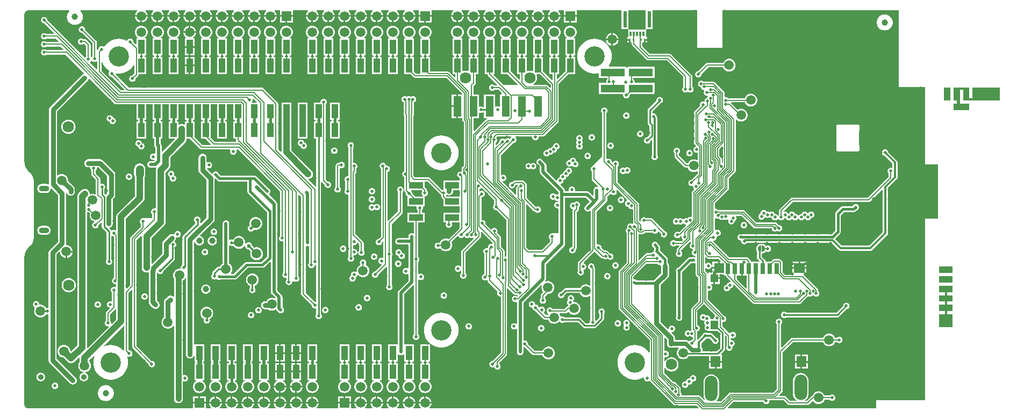
<source format=gbl>
G04*
G04 #@! TF.GenerationSoftware,Altium Limited,Altium Designer,19.0.15 (446)*
G04*
G04 Layer_Physical_Order=4*
G04 Layer_Color=16711680*
%FSLAX24Y24*%
%MOIN*%
G70*
G01*
G75*
%ADD10C,0.0059*%
%ADD16C,0.0060*%
%ADD17C,0.0200*%
%ADD18C,0.0100*%
%ADD19C,0.0118*%
%ADD23C,0.0080*%
%ADD46R,0.0106X0.0118*%
%ADD71R,0.0500X0.1252*%
%ADD97R,0.1500X0.0500*%
%ADD103R,0.0402X0.0862*%
%ADD116C,0.0394*%
%ADD143R,0.0874X0.0402*%
%ADD266C,0.0354*%
%ADD272C,0.0065*%
%ADD275C,0.0591*%
%ADD276C,0.0079*%
%ADD292C,0.0300*%
%ADD293C,0.0120*%
%ADD296C,0.0157*%
%ADD298C,0.0150*%
%ADD299C,0.0400*%
%ADD301C,0.0250*%
%ADD302C,0.0350*%
%ADD303C,0.0500*%
%ADD309O,0.0787X0.1575*%
%ADD310C,0.0701*%
%ADD311O,0.0630X0.0354*%
%ADD312C,0.1260*%
%ADD313R,0.0591X0.0591*%
%ADD314C,0.0390*%
%ADD315C,0.0197*%
%ADD316C,0.0240*%
%ADD317R,0.0591X0.0669*%
%ADD318R,0.0508X0.0551*%
%ADD319R,0.0508X0.0512*%
%ADD320R,0.0669X0.0591*%
%ADD321R,0.0315X0.0661*%
%ADD322R,0.0630X0.0591*%
%ADD323R,0.0236X0.1024*%
%ADD324R,0.0118X0.0315*%
%ADD325R,0.0440X0.3341*%
%ADD326R,0.0208X0.0300*%
G36*
X38678Y23702D02*
X38678Y23689D01*
X38645Y23652D01*
X37651D01*
X37618Y23689D01*
X37618Y23702D01*
Y24850D01*
X38678D01*
Y23702D01*
D02*
G37*
G36*
X32790Y20216D02*
Y20068D01*
X32744Y20049D01*
X32602Y20190D01*
X32587Y20203D01*
X32570Y20214D01*
X32551Y20222D01*
X32531Y20226D01*
X32511Y20228D01*
X31732D01*
X31720Y20278D01*
X31720Y20278D01*
X31753Y20299D01*
X31783Y20322D01*
X31812Y20348D01*
X31838Y20377D01*
X31861Y20407D01*
X31882Y20440D01*
X31900Y20474D01*
X31914Y20509D01*
X31926Y20546D01*
X31934Y20584D01*
X31939Y20622D01*
X31941Y20660D01*
X31939Y20698D01*
X31934Y20737D01*
X31926Y20774D01*
X31914Y20811D01*
X31901Y20843D01*
X31905Y20855D01*
X31932Y20893D01*
X32114D01*
X32790Y20216D01*
D02*
G37*
G36*
X60643Y19259D02*
X58360D01*
Y19926D01*
X58163D01*
Y19259D01*
X57769D01*
Y20046D01*
X58754D01*
Y19377D01*
X58950D01*
Y20046D01*
X60643D01*
Y19259D01*
D02*
G37*
G36*
X57572D02*
X57179D01*
Y20046D01*
X57572D01*
Y19259D01*
D02*
G37*
G36*
X400Y24850D02*
X2910D01*
X2929Y24805D01*
X2930Y24800D01*
X2902Y24769D01*
X2875Y24735D01*
X2852Y24698D01*
X2832Y24660D01*
X2815Y24620D01*
X2802Y24579D01*
X2793Y24537D01*
X2787Y24494D01*
X2785Y24450D01*
X2787Y24407D01*
X2793Y24364D01*
X2802Y24322D01*
X2815Y24281D01*
X2832Y24241D01*
X2852Y24202D01*
X2875Y24166D01*
X2902Y24131D01*
X2931Y24100D01*
X2963Y24070D01*
X2997Y24044D01*
X3034Y24021D01*
X3072Y24001D01*
X3112Y23984D01*
X3153Y23971D01*
X3195Y23962D01*
X3238Y23956D01*
X3282Y23954D01*
X3325Y23956D01*
X3368Y23962D01*
X3410Y23971D01*
X3451Y23984D01*
X3491Y24001D01*
X3530Y24021D01*
X3566Y24044D01*
X3601Y24070D01*
X3632Y24100D01*
X3662Y24131D01*
X3688Y24166D01*
X3711Y24202D01*
X3731Y24241D01*
X3748Y24281D01*
X3761Y24322D01*
X3770Y24364D01*
X3776Y24407D01*
X3778Y24450D01*
X3776Y24494D01*
X3770Y24537D01*
X3761Y24579D01*
X3748Y24620D01*
X3731Y24660D01*
X3711Y24698D01*
X3688Y24735D01*
X3662Y24769D01*
X3634Y24800D01*
X3634Y24805D01*
X3653Y24850D01*
X7124D01*
X7138Y24826D01*
X7142Y24800D01*
X7120Y24780D01*
X7094Y24751D01*
X7071Y24720D01*
X7051Y24687D01*
X7034Y24652D01*
X7021Y24615D01*
X7012Y24578D01*
X7008Y24550D01*
X7792D01*
X7788Y24578D01*
X7779Y24615D01*
X7766Y24652D01*
X7749Y24687D01*
X7729Y24720D01*
X7706Y24751D01*
X7680Y24780D01*
X7658Y24800D01*
X7662Y24826D01*
X7676Y24850D01*
X8124D01*
X8138Y24826D01*
X8142Y24800D01*
X8120Y24780D01*
X8094Y24751D01*
X8071Y24720D01*
X8051Y24687D01*
X8034Y24652D01*
X8021Y24615D01*
X8012Y24578D01*
X8008Y24550D01*
X8792D01*
X8788Y24578D01*
X8779Y24615D01*
X8766Y24652D01*
X8749Y24687D01*
X8729Y24720D01*
X8706Y24751D01*
X8680Y24780D01*
X8658Y24800D01*
X8662Y24826D01*
X8676Y24850D01*
X9124D01*
X9138Y24826D01*
X9142Y24800D01*
X9120Y24780D01*
X9094Y24751D01*
X9071Y24720D01*
X9051Y24687D01*
X9034Y24652D01*
X9021Y24615D01*
X9012Y24578D01*
X9008Y24550D01*
X9792D01*
X9788Y24578D01*
X9779Y24615D01*
X9766Y24652D01*
X9749Y24687D01*
X9729Y24720D01*
X9706Y24751D01*
X9680Y24780D01*
X9658Y24800D01*
X9662Y24826D01*
X9676Y24850D01*
X10124D01*
X10138Y24826D01*
X10142Y24800D01*
X10120Y24780D01*
X10094Y24751D01*
X10071Y24720D01*
X10051Y24687D01*
X10034Y24652D01*
X10021Y24615D01*
X10012Y24578D01*
X10008Y24550D01*
X10792D01*
X10788Y24578D01*
X10779Y24615D01*
X10766Y24652D01*
X10749Y24687D01*
X10729Y24720D01*
X10706Y24751D01*
X10680Y24780D01*
X10658Y24800D01*
X10662Y24826D01*
X10676Y24850D01*
X11124D01*
X11138Y24826D01*
X11142Y24800D01*
X11120Y24780D01*
X11094Y24751D01*
X11071Y24720D01*
X11051Y24687D01*
X11034Y24652D01*
X11021Y24615D01*
X11012Y24578D01*
X11008Y24550D01*
X11792D01*
X11788Y24578D01*
X11779Y24615D01*
X11766Y24652D01*
X11749Y24687D01*
X11729Y24720D01*
X11706Y24751D01*
X11680Y24780D01*
X11658Y24800D01*
X11662Y24826D01*
X11676Y24850D01*
X12124D01*
X12138Y24826D01*
X12142Y24800D01*
X12120Y24780D01*
X12094Y24751D01*
X12071Y24720D01*
X12051Y24687D01*
X12034Y24652D01*
X12021Y24615D01*
X12012Y24578D01*
X12008Y24550D01*
X12792D01*
X12788Y24578D01*
X12779Y24615D01*
X12766Y24652D01*
X12749Y24687D01*
X12729Y24720D01*
X12706Y24751D01*
X12680Y24780D01*
X12658Y24800D01*
X12662Y24826D01*
X12676Y24850D01*
X13124D01*
X13138Y24826D01*
X13142Y24800D01*
X13120Y24780D01*
X13094Y24751D01*
X13071Y24720D01*
X13051Y24687D01*
X13034Y24652D01*
X13021Y24615D01*
X13012Y24578D01*
X13008Y24550D01*
X13792D01*
X13788Y24578D01*
X13779Y24615D01*
X13766Y24652D01*
X13749Y24687D01*
X13729Y24720D01*
X13706Y24751D01*
X13680Y24780D01*
X13658Y24800D01*
X13662Y24826D01*
X13676Y24850D01*
X14124D01*
X14138Y24826D01*
X14142Y24800D01*
X14120Y24780D01*
X14094Y24751D01*
X14071Y24720D01*
X14051Y24687D01*
X14034Y24652D01*
X14021Y24615D01*
X14012Y24578D01*
X14008Y24550D01*
X14792D01*
X14788Y24578D01*
X14779Y24615D01*
X14766Y24652D01*
X14749Y24687D01*
X14729Y24720D01*
X14706Y24751D01*
X14680Y24780D01*
X14658Y24800D01*
X14662Y24826D01*
X14676Y24850D01*
X15124D01*
X15138Y24826D01*
X15142Y24800D01*
X15120Y24780D01*
X15094Y24751D01*
X15071Y24720D01*
X15051Y24687D01*
X15034Y24652D01*
X15021Y24615D01*
X15012Y24578D01*
X15008Y24550D01*
X15792D01*
X15788Y24578D01*
X15779Y24615D01*
X15766Y24652D01*
X15749Y24687D01*
X15729Y24720D01*
X15706Y24751D01*
X15680Y24780D01*
X15658Y24800D01*
X15662Y24826D01*
X15676Y24850D01*
X16005D01*
Y24550D01*
X16795D01*
Y24850D01*
X17724D01*
X17738Y24826D01*
X17742Y24800D01*
X17720Y24780D01*
X17694Y24751D01*
X17671Y24720D01*
X17651Y24687D01*
X17634Y24652D01*
X17621Y24615D01*
X17612Y24578D01*
X17608Y24550D01*
X18392D01*
X18388Y24578D01*
X18379Y24615D01*
X18366Y24652D01*
X18349Y24687D01*
X18329Y24720D01*
X18306Y24751D01*
X18280Y24780D01*
X18258Y24800D01*
X18262Y24826D01*
X18276Y24850D01*
X18724D01*
X18738Y24826D01*
X18742Y24800D01*
X18720Y24780D01*
X18694Y24751D01*
X18671Y24720D01*
X18651Y24687D01*
X18634Y24652D01*
X18621Y24615D01*
X18612Y24578D01*
X18608Y24550D01*
X19392D01*
X19388Y24578D01*
X19379Y24615D01*
X19366Y24652D01*
X19349Y24687D01*
X19329Y24720D01*
X19306Y24751D01*
X19280Y24780D01*
X19258Y24800D01*
X19262Y24826D01*
X19276Y24850D01*
X19724D01*
X19738Y24826D01*
X19742Y24800D01*
X19720Y24780D01*
X19694Y24751D01*
X19671Y24720D01*
X19651Y24687D01*
X19634Y24652D01*
X19621Y24615D01*
X19612Y24578D01*
X19608Y24550D01*
X20392D01*
X20388Y24578D01*
X20379Y24615D01*
X20366Y24652D01*
X20349Y24687D01*
X20329Y24720D01*
X20306Y24751D01*
X20280Y24780D01*
X20258Y24800D01*
X20262Y24826D01*
X20276Y24850D01*
X20724D01*
X20738Y24826D01*
X20742Y24800D01*
X20720Y24780D01*
X20694Y24751D01*
X20671Y24720D01*
X20651Y24687D01*
X20634Y24652D01*
X20621Y24615D01*
X20612Y24578D01*
X20608Y24550D01*
X21392D01*
X21388Y24578D01*
X21379Y24615D01*
X21366Y24652D01*
X21349Y24687D01*
X21329Y24720D01*
X21306Y24751D01*
X21280Y24780D01*
X21258Y24800D01*
X21262Y24826D01*
X21276Y24850D01*
X21724D01*
X21738Y24826D01*
X21742Y24800D01*
X21720Y24780D01*
X21694Y24751D01*
X21671Y24720D01*
X21651Y24687D01*
X21634Y24652D01*
X21621Y24615D01*
X21612Y24578D01*
X21608Y24550D01*
X22392D01*
X22388Y24578D01*
X22379Y24615D01*
X22366Y24652D01*
X22349Y24687D01*
X22329Y24720D01*
X22306Y24751D01*
X22280Y24780D01*
X22258Y24800D01*
X22262Y24826D01*
X22276Y24850D01*
X22724D01*
X22738Y24826D01*
X22742Y24800D01*
X22720Y24780D01*
X22694Y24751D01*
X22671Y24720D01*
X22651Y24687D01*
X22634Y24652D01*
X22621Y24615D01*
X22612Y24578D01*
X22608Y24550D01*
X23392D01*
X23388Y24578D01*
X23379Y24615D01*
X23366Y24652D01*
X23349Y24687D01*
X23329Y24720D01*
X23306Y24751D01*
X23280Y24780D01*
X23258Y24800D01*
X23262Y24826D01*
X23276Y24850D01*
X23724D01*
X23738Y24826D01*
X23742Y24800D01*
X23720Y24780D01*
X23694Y24751D01*
X23671Y24720D01*
X23651Y24687D01*
X23634Y24652D01*
X23621Y24615D01*
X23612Y24578D01*
X23608Y24550D01*
X24392D01*
X24388Y24578D01*
X24379Y24615D01*
X24366Y24652D01*
X24349Y24687D01*
X24329Y24720D01*
X24306Y24751D01*
X24280Y24780D01*
X24258Y24800D01*
X24262Y24826D01*
X24276Y24850D01*
X24605D01*
Y24550D01*
X25395D01*
Y24850D01*
X26724D01*
X26738Y24826D01*
X26742Y24800D01*
X26720Y24780D01*
X26694Y24751D01*
X26671Y24720D01*
X26651Y24687D01*
X26634Y24652D01*
X26621Y24615D01*
X26612Y24578D01*
X26608Y24550D01*
X27392D01*
X27388Y24578D01*
X27379Y24615D01*
X27366Y24652D01*
X27349Y24687D01*
X27329Y24720D01*
X27306Y24751D01*
X27280Y24780D01*
X27258Y24800D01*
X27262Y24826D01*
X27276Y24850D01*
X27724D01*
X27738Y24826D01*
X27742Y24800D01*
X27720Y24780D01*
X27694Y24751D01*
X27671Y24720D01*
X27651Y24687D01*
X27634Y24652D01*
X27621Y24615D01*
X27612Y24578D01*
X27608Y24550D01*
X28392D01*
X28388Y24578D01*
X28379Y24615D01*
X28366Y24652D01*
X28349Y24687D01*
X28329Y24720D01*
X28306Y24751D01*
X28280Y24780D01*
X28258Y24800D01*
X28262Y24826D01*
X28276Y24850D01*
X28724D01*
X28738Y24826D01*
X28742Y24800D01*
X28720Y24780D01*
X28694Y24751D01*
X28671Y24720D01*
X28651Y24687D01*
X28634Y24652D01*
X28621Y24615D01*
X28612Y24578D01*
X28608Y24550D01*
X29392D01*
X29388Y24578D01*
X29379Y24615D01*
X29366Y24652D01*
X29349Y24687D01*
X29329Y24720D01*
X29306Y24751D01*
X29280Y24780D01*
X29258Y24800D01*
X29262Y24826D01*
X29276Y24850D01*
X29724D01*
X29738Y24826D01*
X29742Y24800D01*
X29720Y24780D01*
X29694Y24751D01*
X29671Y24720D01*
X29651Y24687D01*
X29634Y24652D01*
X29621Y24615D01*
X29612Y24578D01*
X29608Y24550D01*
X30392D01*
X30388Y24578D01*
X30379Y24615D01*
X30366Y24652D01*
X30349Y24687D01*
X30329Y24720D01*
X30306Y24751D01*
X30280Y24780D01*
X30258Y24800D01*
X30262Y24826D01*
X30276Y24850D01*
X30724D01*
X30738Y24826D01*
X30742Y24800D01*
X30720Y24780D01*
X30694Y24751D01*
X30671Y24720D01*
X30651Y24687D01*
X30634Y24652D01*
X30621Y24615D01*
X30612Y24578D01*
X30608Y24550D01*
X31392D01*
X31388Y24578D01*
X31379Y24615D01*
X31366Y24652D01*
X31349Y24687D01*
X31329Y24720D01*
X31306Y24751D01*
X31280Y24780D01*
X31258Y24800D01*
X31262Y24826D01*
X31276Y24850D01*
X31724D01*
X31738Y24826D01*
X31742Y24800D01*
X31720Y24780D01*
X31694Y24751D01*
X31671Y24720D01*
X31651Y24687D01*
X31634Y24652D01*
X31621Y24615D01*
X31612Y24578D01*
X31608Y24550D01*
X32392D01*
X32388Y24578D01*
X32379Y24615D01*
X32366Y24652D01*
X32349Y24687D01*
X32329Y24720D01*
X32306Y24751D01*
X32280Y24780D01*
X32258Y24800D01*
X32262Y24826D01*
X32276Y24850D01*
X32724D01*
X32738Y24826D01*
X32742Y24800D01*
X32720Y24780D01*
X32694Y24751D01*
X32671Y24720D01*
X32651Y24687D01*
X32634Y24652D01*
X32621Y24615D01*
X32612Y24578D01*
X32608Y24550D01*
X33392D01*
X33388Y24578D01*
X33379Y24615D01*
X33366Y24652D01*
X33349Y24687D01*
X33329Y24720D01*
X33306Y24751D01*
X33280Y24780D01*
X33258Y24800D01*
X33262Y24826D01*
X33276Y24850D01*
X33605D01*
Y24550D01*
X34395D01*
Y24850D01*
X37182D01*
Y23689D01*
X37562D01*
X37595Y23652D01*
X37595Y23639D01*
Y23179D01*
X37535D01*
Y23070D01*
X37688D01*
Y23020D01*
X37738D01*
Y22861D01*
X37820D01*
Y22750D01*
X37822Y22730D01*
X37826Y22710D01*
X37834Y22691D01*
X37845Y22674D01*
X37858Y22659D01*
X38738Y21779D01*
X38753Y21766D01*
X38770Y21755D01*
X38789Y21747D01*
X38809Y21743D01*
X38829Y21741D01*
X39995D01*
X41020Y20716D01*
Y20100D01*
X41009Y20091D01*
X40992Y20071D01*
X40978Y20050D01*
X40966Y20026D01*
X40958Y20002D01*
X40953Y19976D01*
X40951Y19950D01*
X40953Y19924D01*
X40958Y19899D01*
X40966Y19874D01*
X40978Y19851D01*
X40992Y19829D01*
X41009Y19810D01*
X41029Y19793D01*
X41051Y19778D01*
X41074Y19767D01*
X41099Y19758D01*
X41124Y19753D01*
X41150Y19752D01*
X41176Y19753D01*
X41201Y19758D01*
X41226Y19767D01*
X41249Y19778D01*
X41271Y19793D01*
X41300Y19806D01*
X41329Y19793D01*
X41351Y19778D01*
X41374Y19767D01*
X41399Y19758D01*
X41424Y19753D01*
X41450Y19752D01*
X41476Y19753D01*
X41501Y19758D01*
X41526Y19767D01*
X41549Y19778D01*
X41571Y19793D01*
X41591Y19810D01*
X41608Y19829D01*
X41622Y19851D01*
X41634Y19874D01*
X41642Y19899D01*
X41647Y19924D01*
X41649Y19950D01*
X41647Y19976D01*
X41642Y20002D01*
X41634Y20026D01*
X41622Y20050D01*
X41608Y20071D01*
X41591Y20091D01*
X41580Y20100D01*
Y20740D01*
X41578Y20760D01*
X41574Y20780D01*
X41566Y20799D01*
X41555Y20816D01*
X41542Y20832D01*
X40272Y22102D01*
X40256Y22115D01*
X40239Y22126D01*
X40220Y22134D01*
X40200Y22138D01*
X40180Y22140D01*
X38941D01*
X38480Y22601D01*
Y22861D01*
X38562D01*
Y23020D01*
X38612D01*
Y23070D01*
X38765D01*
Y23179D01*
X38701D01*
Y23639D01*
X38701Y23652D01*
X38734Y23689D01*
X39114D01*
Y24850D01*
X41877D01*
X41877Y22531D01*
X43451Y22531D01*
X43451Y24850D01*
X54356D01*
Y20105D01*
X56000D01*
Y20105D01*
X56017Y20105D01*
Y15302D01*
X56805D01*
Y11920D01*
X56017D01*
Y656D01*
X54718Y656D01*
Y656D01*
X52956D01*
Y151D01*
X43783D01*
X43763Y197D01*
X44116Y549D01*
X45961D01*
X45966Y534D01*
X45978Y511D01*
X45992Y489D01*
X46009Y469D01*
X46029Y452D01*
X46051Y438D01*
X46074Y426D01*
X46099Y418D01*
X46124Y413D01*
X46150Y411D01*
X46176Y413D01*
X46201Y418D01*
X46226Y426D01*
X46249Y438D01*
X46271Y452D01*
X46291Y469D01*
X46308Y489D01*
X46322Y511D01*
X46334Y534D01*
X46342Y559D01*
X46347Y584D01*
X46349Y610D01*
X46388Y658D01*
X47230D01*
X47487Y400D01*
X47502Y387D01*
X47520Y376D01*
X47539Y369D01*
X47558Y364D01*
X47579Y362D01*
X48720D01*
X48741Y364D01*
X48761Y369D01*
X48779Y376D01*
X48797Y387D01*
X48812Y400D01*
X49010Y598D01*
X49070Y593D01*
X49073Y590D01*
X49094Y562D01*
X49120Y533D01*
X49149Y507D01*
X49180Y484D01*
X49213Y464D01*
X49249Y447D01*
X49285Y434D01*
X49323Y425D01*
X49361Y419D01*
X49400Y417D01*
X49439Y419D01*
X49477Y425D01*
X49515Y434D01*
X49551Y447D01*
X49587Y464D01*
X49620Y484D01*
X49651Y507D01*
X49680Y533D01*
X49706Y562D01*
X49729Y593D01*
X49749Y626D01*
X49766Y662D01*
X49773Y683D01*
X50080D01*
X50089Y672D01*
X50109Y655D01*
X50131Y641D01*
X50154Y629D01*
X50179Y621D01*
X50204Y616D01*
X50230Y614D01*
X50256Y616D01*
X50281Y621D01*
X50306Y629D01*
X50329Y641D01*
X50351Y655D01*
X50371Y672D01*
X50388Y692D01*
X50402Y714D01*
X50414Y737D01*
X50422Y762D01*
X50427Y787D01*
X50429Y813D01*
X50427Y839D01*
X50422Y864D01*
X50414Y889D01*
X50402Y912D01*
X50388Y934D01*
X50371Y954D01*
X50351Y971D01*
X50329Y985D01*
X50306Y997D01*
X50281Y1005D01*
X50256Y1010D01*
X50230Y1012D01*
X50204Y1010D01*
X50179Y1005D01*
X50154Y997D01*
X50131Y985D01*
X50109Y971D01*
X50089Y954D01*
X50080Y943D01*
X49773D01*
X49766Y964D01*
X49749Y1000D01*
X49729Y1033D01*
X49706Y1064D01*
X49680Y1093D01*
X49651Y1119D01*
X49620Y1142D01*
X49587Y1162D01*
X49551Y1179D01*
X49515Y1192D01*
X49477Y1201D01*
X49439Y1207D01*
X49400Y1209D01*
X49361Y1207D01*
X49323Y1201D01*
X49285Y1192D01*
X49249Y1179D01*
X49213Y1162D01*
X49180Y1142D01*
X49149Y1119D01*
X49120Y1093D01*
X49094Y1064D01*
X49071Y1033D01*
X49051Y1000D01*
X49034Y964D01*
X49026Y942D01*
X49021Y941D01*
X49001Y937D01*
X48982Y929D01*
X48965Y918D01*
X48949Y905D01*
X48667Y622D01*
X48577D01*
X48563Y672D01*
X48569Y676D01*
X48603Y702D01*
X48634Y730D01*
X48663Y762D01*
X48688Y795D01*
X48711Y831D01*
X48731Y868D01*
X48747Y907D01*
X48759Y948D01*
X48769Y989D01*
X48774Y1031D01*
X48776Y1073D01*
Y1860D01*
X48774Y1902D01*
X48769Y1944D01*
X48759Y1986D01*
X48747Y2026D01*
X48731Y2065D01*
X48711Y2102D01*
X48688Y2138D01*
X48663Y2171D01*
X48634Y2203D01*
X48603Y2231D01*
X48569Y2257D01*
X48534Y2280D01*
X48496Y2299D01*
X48457Y2315D01*
X48417Y2328D01*
X48376Y2337D01*
X48334Y2343D01*
X48292Y2344D01*
X48250Y2343D01*
X48208Y2337D01*
X48166Y2328D01*
X48126Y2315D01*
X48087Y2299D01*
X48050Y2280D01*
X48014Y2257D01*
X47981Y2231D01*
X47949Y2203D01*
X47921Y2171D01*
X47895Y2138D01*
X47872Y2102D01*
X47853Y2065D01*
X47837Y2026D01*
X47824Y1986D01*
X47815Y1944D01*
X47809Y1902D01*
X47808Y1860D01*
Y1073D01*
X47809Y1031D01*
X47815Y989D01*
X47824Y948D01*
X47837Y907D01*
X47853Y868D01*
X47872Y831D01*
X47895Y795D01*
X47921Y762D01*
X47949Y730D01*
X47981Y702D01*
X48014Y676D01*
X48021Y672D01*
X48006Y622D01*
X47633D01*
X47375Y879D01*
X47360Y893D01*
X47342Y903D01*
X47324Y911D01*
X47304Y916D01*
X47283Y917D01*
X46970D01*
X46950Y964D01*
X47145Y1158D01*
X47158Y1174D01*
X47169Y1191D01*
X47177Y1210D01*
X47182Y1230D01*
X47183Y1250D01*
Y3623D01*
X47830Y4270D01*
X49677D01*
X49684Y4249D01*
X49701Y4214D01*
X49721Y4181D01*
X49744Y4149D01*
X49770Y4121D01*
X49799Y4094D01*
X49830Y4071D01*
X49863Y4051D01*
X49899Y4035D01*
X49935Y4022D01*
X49973Y4012D01*
X50011Y4007D01*
X50050Y4005D01*
X50089Y4007D01*
X50127Y4012D01*
X50165Y4022D01*
X50201Y4035D01*
X50237Y4051D01*
X50270Y4071D01*
X50301Y4094D01*
X50330Y4121D01*
X50356Y4149D01*
X50379Y4181D01*
X50399Y4214D01*
X50416Y4249D01*
X50423Y4270D01*
X50537D01*
X50547Y4259D01*
X50566Y4242D01*
X50588Y4228D01*
X50611Y4216D01*
X50636Y4208D01*
X50661Y4203D01*
X50687Y4201D01*
X50713Y4203D01*
X50739Y4208D01*
X50764Y4216D01*
X50787Y4228D01*
X50808Y4242D01*
X50828Y4259D01*
X50845Y4279D01*
X50860Y4301D01*
X50871Y4324D01*
X50879Y4349D01*
X50885Y4374D01*
X50886Y4400D01*
X50885Y4426D01*
X50879Y4451D01*
X50871Y4476D01*
X50860Y4499D01*
X50845Y4521D01*
X50828Y4541D01*
X50808Y4558D01*
X50787Y4572D01*
X50764Y4584D01*
X50739Y4592D01*
X50713Y4597D01*
X50687Y4599D01*
X50661Y4597D01*
X50636Y4592D01*
X50611Y4584D01*
X50588Y4572D01*
X50566Y4558D01*
X50547Y4541D01*
X50538Y4530D01*
X50423D01*
X50416Y4552D01*
X50399Y4587D01*
X50379Y4620D01*
X50356Y4651D01*
X50330Y4680D01*
X50301Y4706D01*
X50270Y4729D01*
X50237Y4749D01*
X50201Y4766D01*
X50165Y4779D01*
X50127Y4789D01*
X50089Y4794D01*
X50050Y4796D01*
X50011Y4794D01*
X49973Y4789D01*
X49935Y4779D01*
X49899Y4766D01*
X49863Y4749D01*
X49830Y4729D01*
X49799Y4706D01*
X49770Y4680D01*
X49744Y4651D01*
X49721Y4620D01*
X49701Y4587D01*
X49684Y4552D01*
X49677Y4530D01*
X47776D01*
X47756Y4529D01*
X47736Y4524D01*
X47717Y4516D01*
X47700Y4506D01*
X47685Y4492D01*
X47121Y3929D01*
X47075Y3948D01*
Y5370D01*
X47086Y5379D01*
X47103Y5399D01*
X47117Y5421D01*
X47129Y5444D01*
X47137Y5469D01*
X47142Y5494D01*
X47144Y5520D01*
X47142Y5546D01*
X47137Y5571D01*
X47129Y5596D01*
X47117Y5619D01*
X47103Y5641D01*
X47086Y5661D01*
X47066Y5678D01*
X47044Y5692D01*
X47021Y5704D01*
X46996Y5712D01*
X46971Y5717D01*
X46945Y5719D01*
X46919Y5717D01*
X46894Y5712D01*
X46869Y5704D01*
X46846Y5692D01*
X46824Y5678D01*
X46804Y5661D01*
X46787Y5641D01*
X46773Y5619D01*
X46761Y5596D01*
X46753Y5571D01*
X46748Y5546D01*
X46746Y5520D01*
X46748Y5494D01*
X46753Y5469D01*
X46761Y5444D01*
X46773Y5421D01*
X46787Y5399D01*
X46804Y5379D01*
X46815Y5370D01*
Y1349D01*
X46600Y1134D01*
X43927D01*
X43907Y1132D01*
X43887Y1128D01*
X43868Y1120D01*
X43851Y1109D01*
X43835Y1096D01*
X43332Y593D01*
X43103D01*
X43084Y640D01*
X43083Y643D01*
X43111Y673D01*
X43137Y707D01*
X43160Y742D01*
X43179Y780D01*
X43196Y819D01*
X43208Y859D01*
X43217Y900D01*
X43223Y942D01*
X43225Y984D01*
Y1772D01*
X43223Y1814D01*
X43217Y1856D01*
X43208Y1897D01*
X43196Y1937D01*
X43179Y1976D01*
X43160Y2014D01*
X43137Y2049D01*
X43111Y2083D01*
X43083Y2114D01*
X43052Y2143D01*
X43018Y2168D01*
X42983Y2191D01*
X42945Y2210D01*
X42906Y2227D01*
X42866Y2239D01*
X42825Y2248D01*
X42783Y2254D01*
X42741Y2256D01*
X42698Y2254D01*
X42656Y2248D01*
X42615Y2239D01*
X42575Y2227D01*
X42536Y2210D01*
X42498Y2191D01*
X42463Y2168D01*
X42429Y2143D01*
X42398Y2114D01*
X42370Y2083D01*
X42344Y2049D01*
X42321Y2014D01*
X42302Y1976D01*
X42286Y1937D01*
X42273Y1897D01*
X42264Y1856D01*
X42258Y1814D01*
X42256Y1772D01*
Y984D01*
X42258Y942D01*
X42264Y900D01*
X42273Y859D01*
X42286Y819D01*
X42302Y780D01*
X42321Y742D01*
X42334Y723D01*
X42295Y691D01*
X42079Y907D01*
X42063Y920D01*
X42046Y931D01*
X42027Y938D01*
X42007Y943D01*
X41987Y945D01*
X40956D01*
X40941Y955D01*
X40912Y995D01*
X40912Y1000D01*
X40911Y1026D01*
X40906Y1052D01*
X40897Y1076D01*
X40886Y1099D01*
X40871Y1121D01*
X40854Y1141D01*
X40853Y1141D01*
Y1383D01*
X40852Y1403D01*
X40847Y1423D01*
X40839Y1442D01*
X40829Y1459D01*
X40815Y1475D01*
X40543Y1747D01*
X40527Y1761D01*
X40510Y1771D01*
X40491Y1779D01*
X40471Y1784D01*
X40451Y1785D01*
X40407D01*
X39834Y2359D01*
Y2662D01*
X39884Y2674D01*
X39894Y2655D01*
X39915Y2623D01*
X39938Y2592D01*
X39964Y2564D01*
X39992Y2538D01*
X40023Y2515D01*
X40055Y2494D01*
X40089Y2476D01*
X40125Y2461D01*
X40161Y2450D01*
X40199Y2441D01*
X40237Y2436D01*
X40276Y2435D01*
X40314Y2436D01*
X40352Y2441D01*
X40390Y2450D01*
X40426Y2461D01*
X40462Y2476D01*
X40496Y2494D01*
X40528Y2515D01*
X40559Y2538D01*
X40587Y2564D01*
X40613Y2592D01*
X40637Y2623D01*
X40657Y2655D01*
X40675Y2689D01*
X40690Y2725D01*
X40701Y2761D01*
X40710Y2799D01*
X40715Y2837D01*
X40716Y2876D01*
X40715Y2914D01*
X40710Y2952D01*
X40701Y2990D01*
X40690Y3026D01*
X40675Y3062D01*
X40657Y3096D01*
X40637Y3128D01*
X40613Y3159D01*
X40587Y3187D01*
X40559Y3213D01*
X40528Y3237D01*
X40496Y3257D01*
X40462Y3275D01*
X40426Y3290D01*
X40390Y3301D01*
X40352Y3310D01*
X40314Y3315D01*
X40276Y3316D01*
X40237Y3315D01*
X40199Y3310D01*
X40161Y3301D01*
X40125Y3290D01*
X40089Y3275D01*
X40055Y3257D01*
X40023Y3237D01*
X39992Y3213D01*
X39964Y3187D01*
X39938Y3159D01*
X39915Y3128D01*
X39894Y3096D01*
X39884Y3077D01*
X39834Y3089D01*
Y3287D01*
X39848Y3304D01*
X39884Y3325D01*
X39894Y3323D01*
X39920Y3321D01*
X39946Y3323D01*
X39971Y3328D01*
X39996Y3336D01*
X40019Y3348D01*
X40041Y3362D01*
X40061Y3379D01*
X40078Y3399D01*
X40092Y3421D01*
X40104Y3444D01*
X40112Y3469D01*
X40117Y3494D01*
X40119Y3520D01*
X40117Y3546D01*
X40112Y3571D01*
X40104Y3596D01*
X40092Y3619D01*
X40078Y3641D01*
X40061Y3661D01*
X40041Y3678D01*
X40019Y3692D01*
X39996Y3704D01*
X39971Y3712D01*
X39946Y3717D01*
X39920Y3719D01*
X39894Y3717D01*
X39884Y3715D01*
X39848Y3736D01*
X39834Y3753D01*
Y4507D01*
X39880Y4526D01*
X39999Y4407D01*
Y4161D01*
X40000Y4133D01*
X40005Y4106D01*
X40013Y4079D01*
X40024Y4053D01*
X40037Y4028D01*
X40053Y4005D01*
X40072Y3984D01*
X40093Y3965D01*
X40116Y3949D01*
X40141Y3936D01*
X40167Y3925D01*
X40193Y3917D01*
X40221Y3912D01*
X40249Y3911D01*
X40277Y3912D01*
X40305Y3917D01*
X40332Y3925D01*
X40358Y3936D01*
X40358Y3936D01*
X40712D01*
X40732Y3886D01*
X40726Y3880D01*
X40700Y3851D01*
X40676Y3820D01*
X40656Y3787D01*
X40640Y3752D01*
X40627Y3715D01*
X40617Y3678D01*
X40612Y3639D01*
X40610Y3600D01*
X40612Y3562D01*
X40617Y3523D01*
X40627Y3486D01*
X40640Y3449D01*
X40656Y3414D01*
X40676Y3381D01*
X40700Y3349D01*
X40726Y3321D01*
X40754Y3294D01*
X40786Y3271D01*
X40819Y3251D01*
X40854Y3235D01*
X40891Y3222D01*
X40928Y3212D01*
X40967Y3207D01*
X41006Y3205D01*
X41044Y3207D01*
X41083Y3212D01*
X41120Y3222D01*
X41157Y3235D01*
X41192Y3251D01*
X41225Y3271D01*
X41257Y3294D01*
X41285Y3321D01*
X41311Y3349D01*
X41335Y3381D01*
X41343Y3395D01*
X42617D01*
Y3093D01*
X43407D01*
Y3478D01*
X43356D01*
X43337Y3524D01*
X43546Y3733D01*
X43562Y3751D01*
X43574Y3771D01*
X43583Y3793D01*
X43589Y3816D01*
X43590Y3840D01*
Y4650D01*
X43637Y4670D01*
X43689Y4617D01*
Y4031D01*
X43688Y4029D01*
X43676Y4005D01*
X43668Y3981D01*
X43663Y3955D01*
X43661Y3929D01*
X43663Y3903D01*
X43668Y3878D01*
X43676Y3853D01*
X43688Y3830D01*
X43702Y3808D01*
X43719Y3789D01*
X43739Y3772D01*
X43761Y3757D01*
X43784Y3746D01*
X43809Y3737D01*
X43834Y3732D01*
X43860Y3731D01*
X43886Y3732D01*
X43911Y3737D01*
X43936Y3746D01*
X43959Y3757D01*
X43981Y3772D01*
X44001Y3789D01*
X44018Y3808D01*
X44032Y3830D01*
X44044Y3853D01*
X44052Y3878D01*
X44057Y3903D01*
X44059Y3929D01*
X44057Y3955D01*
X44052Y3981D01*
X44048Y3993D01*
X44072Y4001D01*
X44095Y4013D01*
X44117Y4027D01*
X44137Y4044D01*
X44154Y4064D01*
X44168Y4086D01*
X44180Y4109D01*
X44188Y4134D01*
X44193Y4159D01*
X44195Y4185D01*
X44193Y4211D01*
X44188Y4237D01*
X44180Y4261D01*
X44168Y4284D01*
X44154Y4306D01*
X44137Y4326D01*
X44117Y4343D01*
X44095Y4357D01*
X44072Y4369D01*
X44048Y4377D01*
X44022Y4382D01*
X43996Y4384D01*
X43949Y4423D01*
Y4489D01*
X43956Y4497D01*
X43999Y4519D01*
X44004Y4516D01*
X44029Y4508D01*
X44054Y4503D01*
X44080Y4501D01*
X44106Y4503D01*
X44131Y4508D01*
X44156Y4516D01*
X44179Y4528D01*
X44201Y4542D01*
X44221Y4559D01*
X44238Y4579D01*
X44252Y4601D01*
X44264Y4624D01*
X44272Y4649D01*
X44277Y4674D01*
X44279Y4700D01*
X44277Y4726D01*
X44272Y4751D01*
X44264Y4776D01*
X44252Y4799D01*
X44238Y4821D01*
X44221Y4841D01*
X44201Y4858D01*
X44179Y4872D01*
X44156Y4884D01*
X44131Y4892D01*
X44106Y4897D01*
X44080Y4899D01*
X44054Y4897D01*
X44029Y4892D01*
X44004Y4884D01*
X43981Y4872D01*
X43959Y4858D01*
X43939Y4841D01*
X43923Y4822D01*
X43922Y4821D01*
X43863Y4811D01*
X43430Y5244D01*
Y5473D01*
X43480Y5511D01*
X43480Y5511D01*
X43506Y5513D01*
X43531Y5518D01*
X43556Y5526D01*
X43579Y5538D01*
X43601Y5552D01*
X43621Y5569D01*
X43638Y5589D01*
X43652Y5611D01*
X43664Y5634D01*
X43672Y5659D01*
X43677Y5684D01*
X43679Y5710D01*
X43677Y5736D01*
X43672Y5761D01*
X43664Y5786D01*
X43652Y5809D01*
X43638Y5831D01*
X43621Y5851D01*
X43601Y5868D01*
X43579Y5882D01*
X43556Y5894D01*
X43552Y5895D01*
X43320Y6127D01*
X43305Y6141D01*
X43301Y6143D01*
X42540Y6904D01*
Y7425D01*
X42548Y7436D01*
X42590Y7464D01*
X42594Y7463D01*
X42620Y7461D01*
X42646Y7463D01*
X42671Y7468D01*
X42696Y7476D01*
X42719Y7488D01*
X42741Y7502D01*
X42761Y7519D01*
X42778Y7539D01*
X42792Y7561D01*
X42804Y7584D01*
X42812Y7609D01*
X42817Y7634D01*
X42819Y7660D01*
X42817Y7686D01*
X42812Y7711D01*
X42804Y7736D01*
X42792Y7759D01*
X42778Y7781D01*
X42761Y7801D01*
X42741Y7818D01*
X42734Y7822D01*
X42749Y7872D01*
X42879D01*
Y8228D01*
X42929D01*
Y8278D01*
X43283D01*
Y8463D01*
X43522D01*
Y8396D01*
X43650D01*
Y8390D01*
X43651Y8370D01*
X43656Y8350D01*
X43664Y8331D01*
X43674Y8314D01*
X43688Y8299D01*
X43951Y8035D01*
X43942Y8005D01*
X43928Y7988D01*
X43910Y7989D01*
X43884Y7987D01*
X43859Y7982D01*
X43834Y7974D01*
X43811Y7962D01*
X43789Y7948D01*
X43769Y7931D01*
X43752Y7911D01*
X43738Y7889D01*
X43726Y7866D01*
X43718Y7841D01*
X43713Y7819D01*
X43692Y7817D01*
X43667Y7812D01*
X43642Y7804D01*
X43619Y7793D01*
X43597Y7778D01*
X43578Y7761D01*
X43561Y7741D01*
X43546Y7720D01*
X43535Y7696D01*
X43526Y7672D01*
X43521Y7646D01*
X43519Y7620D01*
X43521Y7594D01*
X43526Y7569D01*
X43535Y7544D01*
X43546Y7521D01*
X43561Y7499D01*
X43578Y7480D01*
X43597Y7463D01*
X43619Y7448D01*
X43642Y7437D01*
X43667Y7428D01*
X43692Y7423D01*
X43718Y7421D01*
X43744Y7423D01*
X43770Y7428D01*
X43794Y7437D01*
X43818Y7448D01*
X43839Y7463D01*
X43859Y7480D01*
X43876Y7499D01*
X43890Y7521D01*
X43902Y7544D01*
X43910Y7569D01*
X43915Y7591D01*
X43936Y7593D01*
X43961Y7598D01*
X43986Y7606D01*
X44009Y7618D01*
X44031Y7632D01*
X44051Y7649D01*
X44068Y7669D01*
X44082Y7691D01*
X44094Y7714D01*
X44102Y7739D01*
X44107Y7764D01*
X44109Y7790D01*
X44108Y7808D01*
X44125Y7822D01*
X44155Y7831D01*
X45311Y6675D01*
X45326Y6662D01*
X45344Y6651D01*
X45363Y6644D01*
X45382Y6639D01*
X45403Y6637D01*
X48229D01*
X48249Y6639D01*
X48269Y6644D01*
X48288Y6651D01*
X48305Y6662D01*
X48321Y6675D01*
X48751Y7106D01*
X48759Y7101D01*
X48782Y7090D01*
X48807Y7082D01*
X48832Y7076D01*
X48858Y7075D01*
X48884Y7076D01*
X48910Y7082D01*
X48934Y7090D01*
X48958Y7101D01*
X48979Y7116D01*
X48999Y7133D01*
X49016Y7153D01*
X49027Y7169D01*
X49055Y7173D01*
X49083Y7169D01*
X49094Y7153D01*
X49111Y7133D01*
X49131Y7116D01*
X49153Y7101D01*
X49176Y7090D01*
X49201Y7082D01*
X49226Y7076D01*
X49252Y7075D01*
X49278Y7076D01*
X49303Y7082D01*
X49328Y7090D01*
X49351Y7101D01*
X49373Y7116D01*
X49393Y7133D01*
X49410Y7153D01*
X49424Y7174D01*
X49436Y7198D01*
X49444Y7222D01*
X49449Y7248D01*
X49451Y7274D01*
X49449Y7300D01*
X49444Y7325D01*
X49436Y7350D01*
X49424Y7373D01*
X49410Y7395D01*
X49393Y7414D01*
X49382Y7424D01*
Y7468D01*
X49380Y7488D01*
X49376Y7508D01*
X49368Y7527D01*
X49357Y7544D01*
X49345Y7558D01*
X49337Y7571D01*
X49324Y7587D01*
X48512Y8398D01*
X48497Y8412D01*
X48495Y8413D01*
X48509Y8463D01*
X48643D01*
Y8808D01*
X47774D01*
Y8486D01*
X47774Y8463D01*
X47735Y8436D01*
X47340D01*
X47180Y8597D01*
Y9192D01*
X47178Y9212D01*
X47174Y9232D01*
X47166Y9251D01*
X47155Y9268D01*
X47142Y9284D01*
X47054Y9372D01*
X47038Y9385D01*
X47021Y9396D01*
X47002Y9404D01*
X46982Y9408D01*
X46962Y9410D01*
X46640D01*
X46620Y9408D01*
X46600Y9404D01*
X46581Y9396D01*
X46564Y9385D01*
X46548Y9372D01*
X46434Y9257D01*
X46095D01*
Y9295D01*
X46094Y9319D01*
X46088Y9342D01*
X46079Y9363D01*
X46067Y9384D01*
X46051Y9402D01*
X45884Y9569D01*
Y9725D01*
X45906Y9754D01*
X45949Y9773D01*
X45974Y9781D01*
X46006Y9794D01*
X46036Y9810D01*
X46047Y9818D01*
X46051Y9821D01*
X46052Y9821D01*
X46055Y9824D01*
X46063Y9830D01*
X46089Y9853D01*
X46112Y9878D01*
X46128Y9901D01*
X46129Y9901D01*
X46151Y9887D01*
X46174Y9875D01*
X46199Y9867D01*
X46224Y9862D01*
X46250Y9860D01*
X46276Y9862D01*
X46301Y9867D01*
X46326Y9875D01*
X46349Y9887D01*
X46371Y9901D01*
X46391Y9918D01*
X46408Y9938D01*
X46422Y9960D01*
X46434Y9983D01*
X46442Y10008D01*
X46447Y10033D01*
X46449Y10059D01*
X46447Y10085D01*
X46442Y10111D01*
X46434Y10135D01*
X46422Y10158D01*
X46408Y10180D01*
X46391Y10200D01*
X46371Y10217D01*
X46349Y10231D01*
X46326Y10243D01*
X46301Y10251D01*
X46276Y10256D01*
X46250Y10258D01*
X46224Y10256D01*
X46199Y10251D01*
X46174Y10243D01*
X46151Y10231D01*
X46146Y10228D01*
X46132Y10231D01*
X46112Y10259D01*
X46089Y10285D01*
X46063Y10308D01*
X46036Y10328D01*
X46006Y10344D01*
X45974Y10357D01*
X45949Y10364D01*
X45949Y10364D01*
X45937Y10367D01*
X45917Y10369D01*
X45896Y10367D01*
X45876Y10362D01*
X45857Y10355D01*
X45856Y10354D01*
X45855Y10355D01*
X45836Y10362D01*
X45816Y10367D01*
X45796Y10369D01*
X45776Y10367D01*
X45764Y10364D01*
X45764Y10364D01*
X45739Y10357D01*
X45707Y10344D01*
X45677Y10328D01*
X45660Y10316D01*
X45657Y10313D01*
X45654Y10311D01*
X45649Y10308D01*
X45624Y10285D01*
X45601Y10259D01*
X45581Y10231D01*
X45564Y10201D01*
X45551Y10170D01*
X45542Y10137D01*
X45536Y10103D01*
X45535Y10083D01*
X45534Y10076D01*
X45534Y10074D01*
X45534Y10069D01*
X45536Y10035D01*
X45542Y10001D01*
X45551Y9970D01*
X45551Y9970D01*
X45551Y9970D01*
X45551Y9968D01*
X45552Y9967D01*
X45564Y9936D01*
X45581Y9906D01*
X45583Y9904D01*
Y9507D01*
X45585Y9483D01*
X45590Y9460D01*
X45599Y9438D01*
X45612Y9418D01*
X45627Y9400D01*
X45724Y9304D01*
X45704Y9257D01*
X45209D01*
Y9259D01*
X45207Y9280D01*
X45202Y9300D01*
X45195Y9318D01*
X45184Y9336D01*
X45171Y9351D01*
X45043Y9479D01*
X45027Y9492D01*
X45010Y9503D01*
X44991Y9511D01*
X44971Y9515D01*
X44951Y9517D01*
X43846D01*
X42856Y10507D01*
X42874Y10552D01*
X42878Y10556D01*
X42902Y10558D01*
X42928Y10563D01*
X42952Y10571D01*
X42976Y10583D01*
X42997Y10597D01*
X43017Y10614D01*
X43034Y10634D01*
X43048Y10656D01*
X43060Y10679D01*
X43068Y10704D01*
X43073Y10729D01*
X43075Y10755D01*
X43073Y10781D01*
X43070Y10796D01*
X43089Y10823D01*
X43110Y10840D01*
X43131Y10838D01*
X43157Y10840D01*
X43182Y10845D01*
X43207Y10854D01*
X43230Y10865D01*
X43252Y10879D01*
X43272Y10897D01*
X43289Y10916D01*
X43303Y10938D01*
X43315Y10961D01*
X43323Y10986D01*
X43328Y11011D01*
X43330Y11037D01*
X43328Y11063D01*
X43323Y11089D01*
X43315Y11113D01*
X43303Y11137D01*
X43289Y11158D01*
X43272Y11178D01*
X43252Y11195D01*
X43230Y11209D01*
X43207Y11221D01*
X43182Y11229D01*
X43157Y11234D01*
X43131Y11236D01*
X43105Y11234D01*
X43079Y11229D01*
X43055Y11221D01*
X43032Y11209D01*
X43030Y11209D01*
X42980Y11234D01*
X42980Y11234D01*
Y11935D01*
X42989Y11943D01*
X43030Y11958D01*
X43037Y11951D01*
X43059Y11937D01*
X43082Y11925D01*
X43107Y11917D01*
X43132Y11912D01*
X43158Y11910D01*
X43184Y11912D01*
X43210Y11917D01*
X43234Y11925D01*
X43242Y11929D01*
X43250Y11917D01*
X43267Y11898D01*
X43286Y11881D01*
X43308Y11866D01*
X43331Y11855D01*
X43356Y11846D01*
X43381Y11841D01*
X43407Y11840D01*
X43433Y11841D01*
X43459Y11846D01*
X43483Y11855D01*
X43507Y11866D01*
X43528Y11881D01*
X43532Y11884D01*
X43533Y11882D01*
X43555Y11868D01*
X43578Y11856D01*
X43603Y11848D01*
X43628Y11843D01*
X43654Y11841D01*
X43680Y11843D01*
X43706Y11848D01*
X43730Y11856D01*
X43754Y11868D01*
X43775Y11882D01*
X43777Y11884D01*
X43817Y11853D01*
X43812Y11841D01*
X43803Y11817D01*
X43798Y11791D01*
X43797Y11765D01*
X43798Y11739D01*
X43803Y11714D01*
X43812Y11689D01*
X43823Y11666D01*
X43838Y11644D01*
X43855Y11624D01*
X43874Y11607D01*
X43896Y11593D01*
X43919Y11581D01*
X43944Y11573D01*
X43969Y11568D01*
X43995Y11566D01*
X44021Y11568D01*
X44047Y11573D01*
X44071Y11581D01*
X44095Y11593D01*
X44116Y11607D01*
X44136Y11624D01*
X44153Y11644D01*
X44168Y11666D01*
X44179Y11689D01*
X44187Y11714D01*
X44193Y11739D01*
X44194Y11765D01*
X44194Y11770D01*
X44212Y11778D01*
X44233Y11793D01*
X44253Y11810D01*
X44270Y11830D01*
X44285Y11851D01*
X44296Y11875D01*
X44304Y11899D01*
X44309Y11925D01*
X44311Y11951D01*
X44309Y11977D01*
X44304Y12002D01*
X44296Y12027D01*
X44287Y12044D01*
X44294Y12064D01*
X44315Y12094D01*
X44629D01*
X45363Y11360D01*
X45379Y11347D01*
X45396Y11336D01*
X45415Y11328D01*
X45435Y11323D01*
X45455Y11322D01*
X46491D01*
X46493Y11299D01*
X46498Y11274D01*
X46506Y11249D01*
X46518Y11226D01*
X46532Y11204D01*
X46549Y11185D01*
X46569Y11168D01*
X46591Y11153D01*
X46614Y11142D01*
X46639Y11133D01*
X46664Y11128D01*
X46690Y11127D01*
X46716Y11128D01*
X46741Y11133D01*
X46766Y11142D01*
X46789Y11153D01*
X46811Y11168D01*
X46818Y11173D01*
X46819Y11172D01*
X46841Y11158D01*
X46864Y11146D01*
X46889Y11138D01*
X46914Y11133D01*
X46940Y11131D01*
X46966Y11133D01*
X46991Y11138D01*
X47016Y11146D01*
X47039Y11158D01*
X47061Y11172D01*
X47081Y11189D01*
X47098Y11209D01*
X47112Y11231D01*
X47124Y11254D01*
X47132Y11279D01*
X47137Y11304D01*
X47139Y11330D01*
X47137Y11356D01*
X47132Y11381D01*
X47124Y11406D01*
X47112Y11429D01*
X47098Y11451D01*
X47081Y11471D01*
X47061Y11488D01*
X47039Y11502D01*
X47016Y11514D01*
X46991Y11522D01*
X46966Y11527D01*
X46940Y11529D01*
X46926Y11528D01*
X46802Y11652D01*
X46786Y11665D01*
X46769Y11676D01*
X46750Y11684D01*
X46730Y11688D01*
X46710Y11690D01*
X45554D01*
X44819Y12424D01*
X44804Y12438D01*
X44786Y12448D01*
X44768Y12456D01*
X44748Y12461D01*
X44727Y12462D01*
X43182D01*
X43172Y12473D01*
X43153Y12490D01*
X43131Y12505D01*
X43108Y12516D01*
X43083Y12525D01*
X43058Y12530D01*
X43032Y12531D01*
X43030Y12531D01*
X42987Y12564D01*
X42980Y12576D01*
Y12884D01*
X43789Y13693D01*
X43803Y13709D01*
X43813Y13726D01*
X43821Y13745D01*
X43826Y13765D01*
X43827Y13785D01*
Y14398D01*
X44220Y14790D01*
X44233Y14806D01*
X44244Y14823D01*
X44251Y14842D01*
X44256Y14862D01*
X44258Y14882D01*
Y18065D01*
X44308Y18084D01*
X44320Y18071D01*
X44349Y18044D01*
X44380Y18021D01*
X44413Y18001D01*
X44449Y17985D01*
X44485Y17972D01*
X44523Y17962D01*
X44561Y17957D01*
X44600Y17955D01*
X44639Y17957D01*
X44677Y17962D01*
X44715Y17972D01*
X44751Y17985D01*
X44787Y18001D01*
X44820Y18021D01*
X44851Y18044D01*
X44880Y18071D01*
X44906Y18099D01*
X44929Y18131D01*
X44949Y18164D01*
X44966Y18199D01*
X44979Y18236D01*
X44988Y18273D01*
X44994Y18312D01*
X44996Y18350D01*
X44994Y18389D01*
X44988Y18428D01*
X44979Y18465D01*
X44966Y18502D01*
X44949Y18537D01*
X44929Y18570D01*
X44906Y18601D01*
X44880Y18630D01*
X44851Y18656D01*
X44820Y18679D01*
X44787Y18699D01*
X44751Y18716D01*
X44715Y18729D01*
X44677Y18739D01*
X44639Y18744D01*
X44600Y18746D01*
X44561Y18744D01*
X44523Y18739D01*
X44485Y18729D01*
X44449Y18716D01*
X44413Y18699D01*
X44381Y18680D01*
X43972Y19090D01*
X43992Y19140D01*
X44831D01*
X44834Y19132D01*
X44851Y19097D01*
X44871Y19063D01*
X44894Y19032D01*
X44920Y19003D01*
X44949Y18977D01*
X44980Y18954D01*
X45013Y18934D01*
X45049Y18917D01*
X45085Y18904D01*
X45123Y18895D01*
X45161Y18889D01*
X45200Y18887D01*
X45239Y18889D01*
X45277Y18895D01*
X45315Y18904D01*
X45351Y18917D01*
X45387Y18934D01*
X45420Y18954D01*
X45451Y18977D01*
X45480Y19003D01*
X45506Y19032D01*
X45529Y19063D01*
X45549Y19097D01*
X45566Y19132D01*
X45579Y19168D01*
X45588Y19206D01*
X45594Y19244D01*
X45596Y19283D01*
X45594Y19322D01*
X45588Y19360D01*
X45579Y19398D01*
X45566Y19435D01*
X45549Y19470D01*
X45529Y19503D01*
X45506Y19534D01*
X45480Y19563D01*
X45451Y19589D01*
X45420Y19612D01*
X45387Y19632D01*
X45351Y19649D01*
X45315Y19662D01*
X45277Y19671D01*
X45239Y19677D01*
X45200Y19679D01*
X45161Y19677D01*
X45123Y19671D01*
X45085Y19662D01*
X45049Y19649D01*
X45013Y19632D01*
X44980Y19612D01*
X44949Y19589D01*
X44920Y19563D01*
X44894Y19534D01*
X44871Y19503D01*
X44851Y19470D01*
X44834Y19435D01*
X44822Y19400D01*
X43790D01*
X43781Y19411D01*
X43761Y19428D01*
X43739Y19442D01*
X43716Y19454D01*
X43691Y19462D01*
X43666Y19467D01*
X43640Y19469D01*
X43632Y19468D01*
X43595Y19494D01*
X43582Y19512D01*
Y19698D01*
X43580Y19718D01*
X43576Y19738D01*
X43568Y19757D01*
X43557Y19774D01*
X43544Y19790D01*
X42959Y20375D01*
X42943Y20388D01*
X42926Y20399D01*
X42907Y20407D01*
X42887Y20411D01*
X42867Y20413D01*
X42270D01*
X42261Y20424D01*
X42241Y20441D01*
X42219Y20455D01*
X42196Y20467D01*
X42171Y20475D01*
X42146Y20480D01*
X42120Y20482D01*
X42094Y20480D01*
X42069Y20475D01*
X42044Y20467D01*
X42021Y20455D01*
X41999Y20441D01*
X41979Y20424D01*
X41962Y20404D01*
X41948Y20382D01*
X41936Y20359D01*
X41928Y20334D01*
X41923Y20309D01*
X41921Y20283D01*
X41923Y20257D01*
X41928Y20232D01*
X41936Y20207D01*
X41948Y20184D01*
X41962Y20162D01*
X41979Y20142D01*
X41999Y20125D01*
X42021Y20111D01*
X42044Y20099D01*
X42069Y20091D01*
X42094Y20086D01*
X42098Y20086D01*
X42099Y20080D01*
X42104Y20054D01*
X42112Y20030D01*
X42124Y20006D01*
X42138Y19985D01*
X42155Y19965D01*
X42175Y19948D01*
X42196Y19934D01*
X42220Y19922D01*
X42244Y19914D01*
X42270Y19909D01*
X42285Y19908D01*
X42297Y19897D01*
X42302Y19888D01*
X42311Y19858D01*
X42306Y19851D01*
X42295Y19828D01*
X42287Y19803D01*
X42282Y19777D01*
X42280Y19751D01*
X42282Y19726D01*
X42287Y19700D01*
X42295Y19675D01*
X42306Y19652D01*
X42321Y19630D01*
X42338Y19611D01*
X42358Y19594D01*
X42379Y19579D01*
X42403Y19568D01*
X42427Y19559D01*
X42453Y19554D01*
X42479Y19553D01*
X42500Y19554D01*
X42513Y19541D01*
X42528Y19508D01*
X42521Y19497D01*
X42509Y19473D01*
X42501Y19449D01*
X42496Y19423D01*
X42495Y19417D01*
X42494Y19417D01*
X42469Y19412D01*
X42444Y19404D01*
X42421Y19392D01*
X42399Y19378D01*
X42379Y19361D01*
X42362Y19341D01*
X42348Y19319D01*
X42336Y19296D01*
X42328Y19271D01*
X42323Y19246D01*
X42321Y19220D01*
X42293Y19193D01*
X42280Y19185D01*
X42274Y19184D01*
X42256Y19187D01*
X42230Y19189D01*
X42204Y19187D01*
X42179Y19182D01*
X42154Y19174D01*
X42131Y19162D01*
X42109Y19148D01*
X42089Y19131D01*
X42072Y19111D01*
X42058Y19089D01*
X42046Y19066D01*
X42038Y19041D01*
X42033Y19016D01*
X42031Y18990D01*
X42033Y18964D01*
X42038Y18939D01*
X42045Y18918D01*
X41719Y18592D01*
X41705Y18577D01*
X41695Y18560D01*
X41687Y18541D01*
X41682Y18521D01*
X41681Y18501D01*
Y16627D01*
X41682Y16607D01*
X41687Y16587D01*
X41695Y16568D01*
X41705Y16551D01*
X41719Y16535D01*
X41799Y16455D01*
X41791Y16417D01*
X41783Y16400D01*
X41764Y16394D01*
X41741Y16382D01*
X41719Y16368D01*
X41699Y16351D01*
X41682Y16331D01*
X41668Y16309D01*
X41656Y16286D01*
X41648Y16261D01*
X41643Y16236D01*
X41641Y16210D01*
X41643Y16184D01*
X41648Y16159D01*
X41656Y16134D01*
X41668Y16111D01*
X41682Y16089D01*
X41699Y16069D01*
X41719Y16052D01*
X41741Y16038D01*
X41764Y16026D01*
X41789Y16018D01*
X41814Y16013D01*
X41840Y16011D01*
X41860Y16012D01*
X41869Y16010D01*
X41910Y15975D01*
Y15579D01*
X41860Y15553D01*
X41848Y15560D01*
X41812Y15577D01*
X41776Y15590D01*
X41738Y15599D01*
X41700Y15605D01*
X41661Y15607D01*
X41622Y15605D01*
X41584Y15599D01*
X41546Y15590D01*
X41510Y15577D01*
X41474Y15560D01*
X41441Y15540D01*
X41410Y15517D01*
X41381Y15491D01*
X41355Y15462D01*
X41332Y15431D01*
X41312Y15398D01*
X41295Y15363D01*
X41288Y15341D01*
X41233D01*
X40738Y15836D01*
Y15970D01*
X40748Y15979D01*
X40766Y15999D01*
X40780Y16021D01*
X40792Y16044D01*
X40800Y16069D01*
X40805Y16094D01*
X40807Y16120D01*
X40805Y16146D01*
X40800Y16171D01*
X40792Y16196D01*
X40780Y16219D01*
X40766Y16241D01*
X40748Y16261D01*
X40729Y16278D01*
X40707Y16292D01*
X40684Y16304D01*
X40659Y16312D01*
X40634Y16317D01*
X40608Y16319D01*
X40582Y16317D01*
X40556Y16312D01*
X40532Y16304D01*
X40508Y16292D01*
X40487Y16278D01*
X40467Y16261D01*
X40450Y16241D01*
X40436Y16219D01*
X40424Y16196D01*
X40416Y16171D01*
X40411Y16146D01*
X40409Y16120D01*
X40411Y16094D01*
X40416Y16069D01*
X40424Y16044D01*
X40436Y16021D01*
X40450Y15999D01*
X40467Y15979D01*
X40478Y15970D01*
Y15782D01*
X40480Y15762D01*
X40484Y15742D01*
X40492Y15723D01*
X40503Y15706D01*
X40516Y15690D01*
X41087Y15119D01*
X41102Y15106D01*
X41120Y15095D01*
X41139Y15088D01*
X41158Y15083D01*
X41179Y15081D01*
X41288D01*
X41295Y15060D01*
X41312Y15025D01*
X41332Y14991D01*
X41355Y14960D01*
X41381Y14931D01*
X41410Y14905D01*
X41441Y14882D01*
X41474Y14862D01*
X41510Y14846D01*
X41546Y14833D01*
X41584Y14823D01*
X41622Y14817D01*
X41661Y14816D01*
X41700Y14817D01*
X41738Y14823D01*
X41776Y14833D01*
X41812Y14846D01*
X41848Y14862D01*
X41860Y14870D01*
X41910Y14844D01*
Y14714D01*
X41534Y14338D01*
X41520Y14339D01*
X41494Y14337D01*
X41469Y14332D01*
X41444Y14324D01*
X41421Y14312D01*
X41399Y14298D01*
X41379Y14281D01*
X41362Y14261D01*
X41348Y14239D01*
X41336Y14216D01*
X41328Y14191D01*
X41323Y14166D01*
X41321Y14140D01*
X41323Y14114D01*
X41328Y14089D01*
X41336Y14064D01*
X41348Y14041D01*
X41362Y14019D01*
X41379Y13999D01*
X41399Y13982D01*
X41421Y13968D01*
X41444Y13956D01*
X41469Y13948D01*
X41494Y13943D01*
X41520Y13941D01*
X41546Y13943D01*
X41571Y13948D01*
X41573Y13948D01*
X41606Y13930D01*
X41617Y13921D01*
X41622Y13913D01*
X41623Y13897D01*
X41628Y13871D01*
X41636Y13846D01*
X41648Y13823D01*
X41662Y13802D01*
X41679Y13782D01*
X41687Y13720D01*
X41567Y13601D01*
X41554Y13585D01*
X41544Y13568D01*
X41536Y13549D01*
X41531Y13529D01*
X41529Y13509D01*
Y12055D01*
X41482Y12022D01*
X41479Y12022D01*
X41456Y12027D01*
X41430Y12029D01*
X41404Y12027D01*
X41379Y12022D01*
X41354Y12014D01*
X41331Y12002D01*
X41309Y11988D01*
X41289Y11971D01*
X41272Y11951D01*
X41262Y11935D01*
X41241Y11942D01*
X41216Y11947D01*
X41190Y11949D01*
X41164Y11947D01*
X41139Y11942D01*
X41114Y11934D01*
X41091Y11922D01*
X41069Y11908D01*
X41049Y11891D01*
X41041Y11881D01*
X41010Y11875D01*
X40979Y11881D01*
X40971Y11891D01*
X40951Y11908D01*
X40929Y11922D01*
X40906Y11934D01*
X40881Y11942D01*
X40856Y11947D01*
X40830Y11949D01*
X40804Y11947D01*
X40779Y11942D01*
X40754Y11934D01*
X40731Y11922D01*
X40709Y11908D01*
X40695Y11896D01*
X40681Y11908D01*
X40659Y11922D01*
X40636Y11934D01*
X40611Y11942D01*
X40586Y11947D01*
X40560Y11949D01*
X40534Y11947D01*
X40509Y11942D01*
X40484Y11934D01*
X40461Y11922D01*
X40439Y11908D01*
X40419Y11891D01*
X40402Y11871D01*
X40388Y11849D01*
X40376Y11826D01*
X40368Y11801D01*
X40363Y11776D01*
X40361Y11750D01*
X40363Y11724D01*
X40368Y11699D01*
X40376Y11674D01*
X40388Y11651D01*
X40402Y11629D01*
X40419Y11609D01*
X40439Y11592D01*
X40461Y11578D01*
X40484Y11566D01*
X40509Y11558D01*
X40534Y11553D01*
X40560Y11551D01*
X40586Y11553D01*
X40611Y11558D01*
X40636Y11566D01*
X40659Y11578D01*
X40681Y11592D01*
X40695Y11604D01*
X40709Y11592D01*
X40731Y11578D01*
X40754Y11566D01*
X40779Y11558D01*
X40804Y11553D01*
X40830Y11551D01*
X40856Y11553D01*
X40881Y11558D01*
X40906Y11566D01*
X40929Y11578D01*
X40951Y11592D01*
X40971Y11609D01*
X40979Y11619D01*
X41010Y11625D01*
X41041Y11619D01*
X41049Y11609D01*
X41069Y11592D01*
X41091Y11578D01*
X41114Y11566D01*
X41139Y11558D01*
X41156Y11555D01*
X41168Y11532D01*
X41174Y11502D01*
X40766Y11094D01*
X40717D01*
X40694Y11102D01*
X40669Y11107D01*
X40643Y11109D01*
X40617Y11107D01*
X40592Y11102D01*
X40567Y11094D01*
X40544Y11082D01*
X40522Y11068D01*
X40502Y11051D01*
X40485Y11031D01*
X40471Y11009D01*
X40459Y10986D01*
X40451Y10961D01*
X40446Y10936D01*
X40444Y10910D01*
X40446Y10884D01*
X40451Y10859D01*
X40459Y10834D01*
X40471Y10811D01*
X40485Y10789D01*
X40502Y10769D01*
X40522Y10752D01*
X40544Y10738D01*
X40567Y10726D01*
X40592Y10718D01*
X40617Y10713D01*
X40643Y10711D01*
X40669Y10713D01*
X40694Y10718D01*
X40719Y10726D01*
X40742Y10738D01*
X40764Y10752D01*
X40784Y10769D01*
X40801Y10789D01*
X40815Y10811D01*
X40827Y10834D01*
X40827Y10835D01*
X40840Y10836D01*
X40860Y10841D01*
X40872Y10846D01*
X40881Y10843D01*
X40890Y10838D01*
X40916Y10813D01*
X40915Y10806D01*
X40913Y10780D01*
X40915Y10754D01*
X40920Y10728D01*
X40928Y10704D01*
X40940Y10680D01*
X40954Y10659D01*
X40971Y10639D01*
X40977Y10578D01*
X40919Y10520D01*
X40550D01*
X40541Y10531D01*
X40521Y10548D01*
X40499Y10562D01*
X40476Y10574D01*
X40451Y10582D01*
X40426Y10587D01*
X40400Y10589D01*
X40374Y10587D01*
X40349Y10582D01*
X40324Y10574D01*
X40301Y10562D01*
X40279Y10548D01*
X40259Y10531D01*
X40242Y10511D01*
X40228Y10489D01*
X40216Y10466D01*
X40208Y10441D01*
X40203Y10416D01*
X40201Y10390D01*
X40203Y10364D01*
X40208Y10339D01*
X40216Y10314D01*
X40228Y10291D01*
X40242Y10269D01*
X40259Y10249D01*
X40279Y10232D01*
X40301Y10218D01*
X40324Y10206D01*
X40349Y10198D01*
X40374Y10193D01*
X40400Y10191D01*
X40426Y10193D01*
X40451Y10198D01*
X40476Y10206D01*
X40499Y10218D01*
X40521Y10232D01*
X40541Y10249D01*
X40550Y10260D01*
X40747D01*
X40766Y10214D01*
X40658Y10106D01*
X40645Y10091D01*
X40634Y10073D01*
X40626Y10055D01*
X40622Y10035D01*
X40620Y10014D01*
Y9890D01*
X40609Y9881D01*
X40592Y9861D01*
X40578Y9839D01*
X40566Y9816D01*
X40558Y9791D01*
X40553Y9766D01*
X40551Y9740D01*
X40553Y9714D01*
X40558Y9689D01*
X40566Y9664D01*
X40578Y9641D01*
X40592Y9619D01*
X40609Y9599D01*
X40629Y9582D01*
X40651Y9568D01*
X40674Y9556D01*
X40699Y9548D01*
X40724Y9543D01*
X40750Y9541D01*
X40776Y9543D01*
X40801Y9548D01*
X40826Y9556D01*
X40849Y9568D01*
X40871Y9582D01*
X40891Y9599D01*
X40908Y9619D01*
X40922Y9641D01*
X40934Y9664D01*
X40942Y9689D01*
X40947Y9714D01*
X40949Y9740D01*
X40947Y9766D01*
X40942Y9791D01*
X40934Y9816D01*
X40922Y9839D01*
X40908Y9861D01*
X40891Y9881D01*
X40880Y9890D01*
Y9961D01*
X41435Y10515D01*
X41481Y10496D01*
Y10382D01*
X41470Y10373D01*
X41453Y10353D01*
X41439Y10331D01*
X41427Y10308D01*
X41419Y10283D01*
X41414Y10258D01*
X41412Y10232D01*
X41414Y10206D01*
X41419Y10180D01*
X41427Y10156D01*
X41439Y10133D01*
X41453Y10111D01*
X41470Y10091D01*
X41490Y10074D01*
X41511Y10060D01*
X41535Y10048D01*
X41559Y10040D01*
X41585Y10035D01*
X41611Y10033D01*
X41624Y10000D01*
X41623Y9984D01*
X41607Y9973D01*
X41588Y9956D01*
X41571Y9937D01*
X41556Y9915D01*
X41545Y9892D01*
X41536Y9867D01*
X41531Y9841D01*
X41529Y9815D01*
X41531Y9790D01*
X41536Y9764D01*
X41545Y9739D01*
X41556Y9716D01*
X41571Y9694D01*
X41588Y9675D01*
X41607Y9658D01*
X41629Y9643D01*
X41652Y9632D01*
X41677Y9623D01*
X41702Y9618D01*
X41728Y9617D01*
X41755Y9596D01*
X41760Y9579D01*
X41757Y9563D01*
X41750Y9556D01*
X41706Y9534D01*
X41696Y9537D01*
X41671Y9542D01*
X41645Y9544D01*
X41619Y9542D01*
X41593Y9537D01*
X41569Y9529D01*
X41559Y9524D01*
X41405D01*
X41382Y9523D01*
X41359Y9518D01*
X41337Y9511D01*
X41316Y9500D01*
X41296Y9487D01*
X41279Y9472D01*
X40699Y8892D01*
X40699Y8892D01*
X40674Y8884D01*
X40651Y8872D01*
X40629Y8858D01*
X40609Y8841D01*
X40592Y8821D01*
X40578Y8799D01*
X40566Y8776D01*
X40558Y8751D01*
X40553Y8726D01*
X40551Y8700D01*
X40553Y8674D01*
X40558Y8649D01*
X40566Y8624D01*
X40575Y8607D01*
Y5863D01*
X40566Y5846D01*
X40558Y5821D01*
X40553Y5796D01*
X40551Y5770D01*
X40553Y5744D01*
X40558Y5719D01*
X40566Y5694D01*
X40578Y5671D01*
X40592Y5649D01*
X40609Y5629D01*
X40629Y5612D01*
X40651Y5598D01*
X40674Y5586D01*
X40699Y5578D01*
X40724Y5573D01*
X40750Y5571D01*
X40776Y5573D01*
X40801Y5578D01*
X40826Y5586D01*
X40849Y5598D01*
X40871Y5612D01*
X40891Y5629D01*
X40908Y5649D01*
X40922Y5671D01*
X40934Y5694D01*
X40942Y5719D01*
X40947Y5744D01*
X40949Y5770D01*
X40947Y5796D01*
X40942Y5821D01*
X40934Y5846D01*
X40925Y5863D01*
Y8607D01*
X40930Y8617D01*
X41480Y9166D01*
X41559D01*
X41569Y9162D01*
X41593Y9153D01*
X41619Y9148D01*
X41645Y9146D01*
X41671Y9148D01*
X41696Y9153D01*
X41721Y9162D01*
X41728Y9165D01*
X41769Y9146D01*
X41778Y9135D01*
Y8492D01*
X41779Y8472D01*
X41784Y8452D01*
X41792Y8433D01*
X41803Y8416D01*
X41816Y8401D01*
X41952Y8265D01*
Y6799D01*
X41557Y6403D01*
X41543Y6388D01*
X41533Y6371D01*
X41525Y6352D01*
X41520Y6332D01*
X41519Y6312D01*
Y5061D01*
X41520Y5041D01*
X41521Y5037D01*
X41521Y5034D01*
X41505Y4997D01*
X41490Y4979D01*
X41490Y4979D01*
X41474Y4974D01*
X41451Y4962D01*
X41429Y4948D01*
X41425Y4944D01*
X41421Y4948D01*
X41399Y4962D01*
X41376Y4974D01*
X41351Y4982D01*
X41326Y4987D01*
X41300Y4989D01*
X41274Y4987D01*
X41249Y4982D01*
X41224Y4974D01*
X41201Y4962D01*
X41179Y4948D01*
X41159Y4931D01*
X41142Y4911D01*
X41128Y4889D01*
X41116Y4866D01*
X41108Y4841D01*
X41103Y4816D01*
X41101Y4790D01*
X41103Y4764D01*
X41108Y4739D01*
X41116Y4714D01*
X41128Y4691D01*
X41142Y4669D01*
X41159Y4649D01*
X41179Y4632D01*
X41201Y4618D01*
X41224Y4606D01*
X41249Y4598D01*
X41274Y4593D01*
X41300Y4591D01*
X41326Y4593D01*
X41351Y4598D01*
X41376Y4606D01*
X41399Y4618D01*
X41421Y4632D01*
X41425Y4636D01*
X41429Y4632D01*
X41451Y4618D01*
X41474Y4606D01*
X41499Y4598D01*
X41524Y4593D01*
X41550Y4591D01*
X41597Y4552D01*
Y4435D01*
X41546Y4383D01*
X41531Y4384D01*
X41505Y4382D01*
X41480Y4377D01*
X41455Y4369D01*
X41432Y4357D01*
X41410Y4343D01*
X41391Y4326D01*
X41332Y4319D01*
X41325Y4323D01*
X41305Y4340D01*
X41281Y4357D01*
X41255Y4370D01*
X41227Y4379D01*
X41198Y4385D01*
X41168Y4387D01*
X41168Y4387D01*
X40500D01*
Y4511D01*
X40498Y4539D01*
X40493Y4567D01*
X40486Y4593D01*
X40475Y4619D01*
X40461Y4644D01*
X40445Y4667D01*
X40426Y4688D01*
X40271Y4843D01*
X40293Y4892D01*
X40300Y4891D01*
X40326Y4893D01*
X40351Y4898D01*
X40376Y4906D01*
X40399Y4918D01*
X40421Y4932D01*
X40441Y4949D01*
X40458Y4969D01*
X40472Y4991D01*
X40484Y5014D01*
X40492Y5039D01*
X40497Y5064D01*
X40499Y5090D01*
X40497Y5116D01*
X40492Y5141D01*
X40484Y5166D01*
X40472Y5189D01*
X40458Y5211D01*
X40441Y5231D01*
X40421Y5248D01*
X40399Y5262D01*
X40376Y5274D01*
X40351Y5282D01*
X40326Y5287D01*
X40300Y5289D01*
X40274Y5287D01*
X40249Y5282D01*
X40224Y5274D01*
X40201Y5262D01*
X40179Y5248D01*
X40159Y5231D01*
X40142Y5211D01*
X40128Y5189D01*
X40116Y5166D01*
X40108Y5141D01*
X40103Y5116D01*
X40101Y5090D01*
X40102Y5083D01*
X40053Y5061D01*
X39600Y5514D01*
Y7806D01*
X40052Y8257D01*
X40070Y8278D01*
X40087Y8301D01*
X40100Y8326D01*
X40111Y8352D01*
X40119Y8379D01*
X40123Y8407D01*
X40125Y8435D01*
Y9000D01*
X40123Y9028D01*
X40119Y9056D01*
X40111Y9083D01*
X40100Y9109D01*
X40087Y9133D01*
X40070Y9156D01*
X40052Y9177D01*
X40050Y9179D01*
Y9385D01*
X40048Y9408D01*
X40044Y9431D01*
X40037Y9453D01*
X40026Y9473D01*
X40014Y9492D01*
X39999Y9509D01*
X39560Y9948D01*
Y10171D01*
X39558Y10194D01*
X39554Y10216D01*
X39547Y10238D01*
X39536Y10259D01*
X39524Y10278D01*
X39509Y10295D01*
X39447Y10356D01*
X39441Y10374D01*
X39430Y10397D01*
X39415Y10419D01*
X39398Y10438D01*
X39379Y10455D01*
X39357Y10470D01*
X39334Y10481D01*
X39309Y10490D01*
X39284Y10495D01*
X39258Y10497D01*
X39232Y10495D01*
X39206Y10490D01*
X39182Y10481D01*
X39158Y10470D01*
X39137Y10455D01*
X39117Y10438D01*
X39100Y10419D01*
X39086Y10397D01*
X39074Y10374D01*
X39066Y10349D01*
X39061Y10324D01*
X39059Y10298D01*
X39061Y10272D01*
X39066Y10246D01*
X39074Y10222D01*
X39086Y10198D01*
X39100Y10177D01*
X39117Y10157D01*
X39137Y10140D01*
X39158Y10126D01*
X39182Y10114D01*
X39199Y10108D01*
X39209Y10098D01*
Y10006D01*
X39198Y9989D01*
X39186Y9966D01*
X39178Y9941D01*
X39173Y9916D01*
X39171Y9893D01*
X39171Y9890D01*
X39154Y9858D01*
X39125Y9847D01*
X39124Y9847D01*
X39099Y9842D01*
X39074Y9834D01*
X39051Y9822D01*
X39029Y9808D01*
X39009Y9791D01*
X39000Y9780D01*
X38764D01*
X38743Y9778D01*
X38724Y9774D01*
X38705Y9766D01*
X38687Y9755D01*
X38672Y9742D01*
X38268Y9338D01*
X38222Y9358D01*
Y10926D01*
X38223Y10928D01*
X38246Y10947D01*
X38272Y10960D01*
X38284Y10957D01*
X38304Y10955D01*
X38475D01*
X38495Y10957D01*
X38515Y10962D01*
X38534Y10969D01*
X38551Y10980D01*
X38567Y10993D01*
X38634Y11060D01*
X39100D01*
X39109Y11049D01*
X39129Y11032D01*
X39151Y11018D01*
X39174Y11006D01*
X39199Y10998D01*
X39224Y10993D01*
X39250Y10991D01*
X39276Y10993D01*
X39301Y10998D01*
X39326Y11006D01*
X39349Y11018D01*
X39371Y11032D01*
X39391Y11049D01*
X39408Y11069D01*
X39422Y11091D01*
X39431Y11109D01*
X39444Y11115D01*
X39489Y11122D01*
X39625Y10986D01*
X39623Y10976D01*
X39622Y10950D01*
X39623Y10924D01*
X39628Y10898D01*
X39637Y10874D01*
X39648Y10850D01*
X39663Y10829D01*
X39680Y10809D01*
X39699Y10792D01*
X39721Y10777D01*
X39744Y10766D01*
X39769Y10758D01*
X39794Y10753D01*
X39820Y10751D01*
X39846Y10753D01*
X39872Y10758D01*
X39896Y10766D01*
X39920Y10777D01*
X39941Y10792D01*
X39961Y10809D01*
X39978Y10829D01*
X39993Y10850D01*
X40004Y10874D01*
X40012Y10898D01*
X40017Y10924D01*
X40019Y10950D01*
X40017Y10976D01*
X40012Y11001D01*
X40004Y11026D01*
X39993Y11049D01*
X39978Y11071D01*
X39961Y11090D01*
X39941Y11107D01*
X39920Y11122D01*
X39896Y11133D01*
X39872Y11142D01*
X39866Y11143D01*
X39099Y11909D01*
X39083Y11924D01*
X39064Y11935D01*
X39043Y11944D01*
X39022Y11949D01*
X39000Y11950D01*
X38711D01*
X38711Y11951D01*
X38691Y11968D01*
X38669Y11982D01*
X38646Y11994D01*
X38621Y12002D01*
X38596Y12007D01*
X38570Y12009D01*
X38544Y12007D01*
X38519Y12002D01*
X38494Y11994D01*
X38471Y11982D01*
X38449Y11968D01*
X38429Y11951D01*
X38412Y11931D01*
X38398Y11909D01*
X38386Y11886D01*
X38378Y11861D01*
X38373Y11836D01*
X38371Y11810D01*
X38373Y11784D01*
X38373Y11781D01*
X38327Y11756D01*
X38258Y11826D01*
Y12825D01*
X38257Y12845D01*
X38252Y12865D01*
X38244Y12884D01*
X38233Y12901D01*
X38220Y12917D01*
X36950Y14187D01*
Y15170D01*
X36961Y15179D01*
X36978Y15199D01*
X36992Y15221D01*
X37004Y15244D01*
X37012Y15269D01*
X37017Y15294D01*
X37019Y15320D01*
X37017Y15346D01*
X37012Y15371D01*
X37004Y15396D01*
X36992Y15419D01*
X36978Y15441D01*
X36961Y15461D01*
X36941Y15478D01*
X36919Y15492D01*
X36896Y15504D01*
X36871Y15512D01*
X36846Y15517D01*
X36820Y15519D01*
X36794Y15517D01*
X36769Y15512D01*
X36744Y15504D01*
X36721Y15492D01*
X36699Y15478D01*
X36679Y15461D01*
X36662Y15441D01*
X36658Y15435D01*
X36605Y15431D01*
X36578Y15458D01*
X36577Y15466D01*
X36572Y15491D01*
X36564Y15516D01*
X36552Y15539D01*
X36538Y15561D01*
X36521Y15581D01*
X36501Y15598D01*
X36479Y15612D01*
X36456Y15624D01*
X36431Y15632D01*
X36406Y15637D01*
X36380Y15639D01*
X36354Y15637D01*
X36329Y15632D01*
X36304Y15624D01*
X36300Y15622D01*
X36256Y15645D01*
X36250Y15652D01*
Y18479D01*
X36251Y18479D01*
X36268Y18499D01*
X36282Y18521D01*
X36294Y18544D01*
X36302Y18569D01*
X36307Y18594D01*
X36309Y18620D01*
X36307Y18646D01*
X36302Y18671D01*
X36294Y18696D01*
X36282Y18719D01*
X36268Y18741D01*
X36251Y18761D01*
X36231Y18778D01*
X36209Y18792D01*
X36186Y18804D01*
X36161Y18812D01*
X36136Y18817D01*
X36110Y18819D01*
X36084Y18817D01*
X36059Y18812D01*
X36034Y18804D01*
X36011Y18792D01*
X35989Y18778D01*
X35969Y18761D01*
X35952Y18741D01*
X35938Y18719D01*
X35926Y18696D01*
X35918Y18671D01*
X35913Y18646D01*
X35911Y18620D01*
X35913Y18594D01*
X35918Y18569D01*
X35926Y18544D01*
X35938Y18521D01*
X35952Y18499D01*
X35969Y18479D01*
X35970Y18479D01*
Y15781D01*
X35329Y15151D01*
X35312Y15131D01*
X35298Y15109D01*
X35286Y15086D01*
X35278Y15061D01*
X35273Y15036D01*
X35271Y15010D01*
X35273Y14984D01*
X35278Y14959D01*
X35286Y14934D01*
X35298Y14911D01*
X35312Y14889D01*
X35329Y14869D01*
X35340Y14860D01*
Y14380D01*
X35342Y14360D01*
X35346Y14340D01*
X35354Y14321D01*
X35365Y14304D01*
X35378Y14288D01*
X35728Y13938D01*
X35702Y13894D01*
X35676Y13899D01*
X35650Y13901D01*
X35624Y13899D01*
X35598Y13894D01*
X35573Y13886D01*
X35550Y13874D01*
X35528Y13859D01*
X35508Y13842D01*
X35491Y13822D01*
X35476Y13801D01*
X35465Y13777D01*
X35456Y13752D01*
X35451Y13727D01*
X35450Y13700D01*
Y13369D01*
X35403Y13350D01*
X35192Y13562D01*
X35172Y13579D01*
X35150Y13594D01*
X35126Y13605D01*
X35102Y13614D01*
X35076Y13619D01*
X35050Y13621D01*
X34325D01*
X34292Y13668D01*
X34293Y13671D01*
X34297Y13694D01*
X34299Y13720D01*
X34297Y13746D01*
X34292Y13771D01*
X34284Y13796D01*
X34272Y13819D01*
X34258Y13841D01*
X34241Y13861D01*
X34221Y13878D01*
X34199Y13892D01*
X34176Y13904D01*
X34151Y13912D01*
X34126Y13917D01*
X34100Y13919D01*
X34074Y13917D01*
X34049Y13912D01*
X34024Y13904D01*
X34001Y13892D01*
X33979Y13878D01*
X33959Y13861D01*
X33942Y13841D01*
X33928Y13819D01*
X33916Y13796D01*
X33908Y13771D01*
X33903Y13746D01*
X33901Y13720D01*
X33903Y13694D01*
X33907Y13671D01*
X33908Y13668D01*
X33875Y13621D01*
X33680D01*
Y13660D01*
X33679Y13686D01*
X33674Y13712D01*
X33665Y13737D01*
X33654Y13760D01*
X33639Y13782D01*
X33622Y13802D01*
X33622Y13802D01*
X33392Y14032D01*
X33403Y14072D01*
X33410Y14084D01*
X33431Y14088D01*
X33456Y14096D01*
X33479Y14108D01*
X33501Y14122D01*
X33521Y14139D01*
X33538Y14159D01*
X33552Y14181D01*
X33564Y14204D01*
X33572Y14229D01*
X33577Y14254D01*
X33579Y14280D01*
X33577Y14306D01*
X33601Y14328D01*
X33626Y14336D01*
X33649Y14348D01*
X33671Y14362D01*
X33691Y14379D01*
X33708Y14399D01*
X33722Y14421D01*
X33734Y14444D01*
X33742Y14469D01*
X33747Y14494D01*
X33748Y14512D01*
X33766Y14513D01*
X33791Y14518D01*
X33816Y14526D01*
X33839Y14538D01*
X33861Y14552D01*
X33881Y14569D01*
X33898Y14589D01*
X33912Y14611D01*
X33924Y14634D01*
X33932Y14659D01*
X33937Y14684D01*
X33938Y14693D01*
X33961Y14698D01*
X33986Y14706D01*
X34009Y14718D01*
X34031Y14732D01*
X34051Y14749D01*
X34068Y14769D01*
X34082Y14791D01*
X34094Y14814D01*
X34102Y14839D01*
X34107Y14864D01*
X34109Y14890D01*
X34107Y14916D01*
X34102Y14941D01*
X34094Y14966D01*
X34082Y14989D01*
X34068Y15011D01*
X34051Y15031D01*
X34031Y15048D01*
X34009Y15062D01*
X33986Y15074D01*
X33961Y15082D01*
X33936Y15087D01*
X33910Y15089D01*
X33884Y15087D01*
X33859Y15082D01*
X33834Y15074D01*
X33811Y15062D01*
X33789Y15048D01*
X33769Y15031D01*
X33752Y15011D01*
X33738Y14989D01*
X33726Y14966D01*
X33718Y14941D01*
X33713Y14916D01*
X33712Y14907D01*
X33689Y14902D01*
X33664Y14894D01*
X33641Y14882D01*
X33619Y14868D01*
X33599Y14851D01*
X33582Y14831D01*
X33568Y14809D01*
X33556Y14786D01*
X33548Y14761D01*
X33543Y14736D01*
X33542Y14718D01*
X33524Y14717D01*
X33499Y14712D01*
X33474Y14704D01*
X33451Y14692D01*
X33429Y14678D01*
X33409Y14661D01*
X33392Y14641D01*
X33378Y14619D01*
X33366Y14596D01*
X33358Y14571D01*
X33353Y14546D01*
X33351Y14520D01*
X33353Y14494D01*
X33329Y14472D01*
X33304Y14464D01*
X33281Y14452D01*
X33259Y14438D01*
X33239Y14421D01*
X33222Y14401D01*
X33208Y14379D01*
X33196Y14356D01*
X33188Y14331D01*
X33184Y14310D01*
X33172Y14303D01*
X33132Y14292D01*
X32521Y14903D01*
Y15210D01*
X32519Y15236D01*
X32514Y15262D01*
X32505Y15287D01*
X32494Y15310D01*
X32479Y15332D01*
X32462Y15352D01*
X32293Y15520D01*
X32284Y15540D01*
X32269Y15562D01*
X32252Y15582D01*
X32232Y15599D01*
X32210Y15614D01*
X32187Y15625D01*
X32162Y15634D01*
X32136Y15639D01*
X32110Y15640D01*
X32084Y15639D01*
X32058Y15634D01*
X32033Y15625D01*
X32010Y15614D01*
X31988Y15599D01*
X31968Y15582D01*
X31951Y15562D01*
X31936Y15540D01*
X31925Y15517D01*
X31916Y15492D01*
X31911Y15466D01*
X31910Y15440D01*
Y15420D01*
X31911Y15394D01*
X31916Y15368D01*
X31925Y15344D01*
X31936Y15320D01*
X31951Y15298D01*
X31968Y15278D01*
X32120Y15127D01*
Y14820D01*
X32121Y14794D01*
X32127Y14768D01*
X32135Y14743D01*
X32147Y14720D01*
X32161Y14698D01*
X32178Y14678D01*
X33280Y13577D01*
Y13461D01*
X33257Y13439D01*
X33230Y13424D01*
X33214Y13427D01*
X33188Y13429D01*
X33162Y13427D01*
X33137Y13422D01*
X33112Y13414D01*
X33098Y13406D01*
X33088Y13421D01*
X33071Y13441D01*
X33051Y13458D01*
X33029Y13472D01*
X33006Y13484D01*
X32981Y13492D01*
X32956Y13497D01*
X32930Y13499D01*
X32904Y13497D01*
X32879Y13492D01*
X32854Y13484D01*
X32831Y13472D01*
X32809Y13458D01*
X32789Y13441D01*
X32772Y13421D01*
X32758Y13399D01*
X32746Y13376D01*
X32738Y13351D01*
X32733Y13326D01*
X32731Y13300D01*
X32733Y13274D01*
X32738Y13249D01*
X32746Y13224D01*
X32758Y13201D01*
X32772Y13179D01*
X32789Y13159D01*
X32809Y13142D01*
X32831Y13128D01*
X32854Y13116D01*
X32879Y13108D01*
X32904Y13103D01*
X32930Y13101D01*
X32956Y13103D01*
X32981Y13108D01*
X33006Y13116D01*
X33021Y13124D01*
X33031Y13109D01*
X33048Y13089D01*
X33067Y13072D01*
X33089Y13058D01*
X33112Y13046D01*
X33137Y13038D01*
X33162Y13033D01*
X33188Y13031D01*
X33214Y13033D01*
X33230Y13036D01*
X33237Y13032D01*
X33241Y13010D01*
X33225Y12986D01*
X33204Y12966D01*
X33185Y12964D01*
X33160Y12959D01*
X33135Y12951D01*
X33112Y12939D01*
X33090Y12925D01*
X33071Y12908D01*
X33054Y12888D01*
X33039Y12867D01*
X33028Y12843D01*
X33019Y12819D01*
X33014Y12793D01*
X33013Y12767D01*
X33014Y12741D01*
X33019Y12716D01*
X33028Y12691D01*
X33039Y12668D01*
X33054Y12646D01*
X33071Y12627D01*
X33090Y12609D01*
X33112Y12595D01*
X33135Y12583D01*
X33160Y12575D01*
X33185Y12570D01*
X33211Y12568D01*
X33230Y12569D01*
X33243Y12564D01*
X33280Y12531D01*
Y11009D01*
X32870Y11009D01*
X32845Y11008D01*
X32819Y11003D01*
X32794Y10994D01*
X32771Y10983D01*
X32749Y10968D01*
X32730Y10951D01*
X32713Y10932D01*
X32698Y10910D01*
X32687Y10887D01*
X32678Y10862D01*
X32673Y10836D01*
X32672Y10810D01*
X32673Y10785D01*
X32678Y10759D01*
X32687Y10734D01*
X32698Y10711D01*
X32713Y10689D01*
X32730Y10670D01*
X32741Y10661D01*
Y10484D01*
X32246Y9990D01*
X31424D01*
X31265Y10149D01*
Y12810D01*
X31311Y12829D01*
X31751Y12389D01*
X31766Y12376D01*
X31784Y12365D01*
X31802Y12357D01*
X31822Y12353D01*
X31833Y12352D01*
X31842Y12341D01*
X31862Y12324D01*
X31883Y12309D01*
X31907Y12298D01*
X31931Y12289D01*
X31957Y12284D01*
X31983Y12283D01*
X32009Y12284D01*
X32034Y12289D01*
X32059Y12298D01*
X32082Y12309D01*
X32104Y12324D01*
X32123Y12341D01*
X32141Y12360D01*
X32155Y12382D01*
X32167Y12405D01*
X32175Y12430D01*
X32180Y12455D01*
X32182Y12481D01*
X32180Y12507D01*
X32175Y12533D01*
X32167Y12558D01*
X32155Y12581D01*
X32141Y12602D01*
X32123Y12622D01*
X32104Y12639D01*
X32082Y12654D01*
X32059Y12665D01*
X32034Y12673D01*
X32009Y12679D01*
X31983Y12680D01*
X31957Y12679D01*
X31931Y12673D01*
X31907Y12665D01*
X31883Y12654D01*
X31866Y12642D01*
X31295Y13213D01*
Y14033D01*
X31294Y14054D01*
X31289Y14073D01*
X31281Y14092D01*
X31271Y14110D01*
X31257Y14125D01*
X31126Y14257D01*
X31110Y14270D01*
X31093Y14281D01*
X31074Y14289D01*
X31054Y14294D01*
X31033Y14295D01*
X30556D01*
X30536Y14294D01*
X30516Y14289D01*
X30497Y14281D01*
X30480Y14270D01*
X30464Y14257D01*
X30406Y14199D01*
X30393Y14200D01*
X30367Y14198D01*
X30341Y14193D01*
X30317Y14185D01*
X30293Y14173D01*
X30272Y14159D01*
X30252Y14142D01*
X30235Y14122D01*
X30221Y14100D01*
X30209Y14077D01*
X30201Y14053D01*
X30196Y14027D01*
X30194Y14001D01*
X30196Y13975D01*
X30201Y13950D01*
X30209Y13925D01*
X30221Y13902D01*
X30235Y13880D01*
X30252Y13860D01*
X30272Y13843D01*
X30293Y13829D01*
X30317Y13817D01*
X30341Y13809D01*
X30367Y13804D01*
X30393Y13802D01*
X30419Y13804D01*
X30444Y13809D01*
X30469Y13817D01*
X30492Y13829D01*
X30514Y13843D01*
X30533Y13860D01*
X30550Y13880D01*
X30565Y13902D01*
X30576Y13925D01*
X30585Y13950D01*
X30590Y13975D01*
X30592Y14001D01*
X30632Y14034D01*
X30701D01*
X30726Y14011D01*
X30742Y13984D01*
X30741Y13970D01*
X30742Y13956D01*
X30691Y13905D01*
X30678Y13889D01*
X30667Y13872D01*
X30659Y13853D01*
X30654Y13833D01*
X30653Y13813D01*
Y13409D01*
X30607Y13390D01*
X29790Y14207D01*
X29813Y14252D01*
X29815Y14253D01*
X29840Y14251D01*
X29866Y14253D01*
X29891Y14258D01*
X29916Y14266D01*
X29939Y14278D01*
X29961Y14292D01*
X29981Y14309D01*
X29998Y14329D01*
X30012Y14351D01*
X30024Y14374D01*
X30032Y14399D01*
X30037Y14424D01*
X30039Y14450D01*
X30037Y14476D01*
X30032Y14501D01*
X30024Y14526D01*
X30012Y14549D01*
X29998Y14571D01*
X29981Y14591D01*
X29961Y14608D01*
X29939Y14622D01*
X29916Y14634D01*
X29891Y14642D01*
X29866Y14647D01*
X29840Y14649D01*
X29814Y14647D01*
X29789Y14642D01*
X29764Y14634D01*
X29745Y14624D01*
X29730Y14629D01*
X29695Y14652D01*
Y15860D01*
X30456Y16622D01*
X30471Y16621D01*
X30497Y16623D01*
X30522Y16628D01*
X30547Y16636D01*
X30570Y16648D01*
X30592Y16662D01*
X30611Y16679D01*
X30628Y16699D01*
X30643Y16721D01*
X30654Y16744D01*
X30663Y16769D01*
X30668Y16794D01*
X30669Y16820D01*
X30668Y16846D01*
X30663Y16871D01*
X30654Y16896D01*
X30643Y16919D01*
X30628Y16941D01*
X30611Y16961D01*
X30592Y16978D01*
X30592Y16978D01*
X30607Y17028D01*
X31592D01*
X31631Y16980D01*
X31633Y16954D01*
X31638Y16929D01*
X31646Y16904D01*
X31658Y16881D01*
X31672Y16859D01*
X31689Y16839D01*
X31709Y16822D01*
X31731Y16808D01*
X31754Y16796D01*
X31779Y16788D01*
X31804Y16783D01*
X31830Y16781D01*
X31856Y16783D01*
X31881Y16788D01*
X31906Y16796D01*
X31929Y16808D01*
X31951Y16822D01*
X31971Y16839D01*
X31988Y16859D01*
X32002Y16881D01*
X32014Y16904D01*
X32022Y16929D01*
X32027Y16954D01*
X32029Y16980D01*
X32068Y17028D01*
X32318D01*
X32338Y17029D01*
X32358Y17034D01*
X32377Y17042D01*
X32394Y17052D01*
X32409Y17066D01*
X33248Y17904D01*
X33261Y17920D01*
X33272Y17937D01*
X33280Y17956D01*
X33284Y17976D01*
X33286Y17996D01*
Y20296D01*
X33478Y20489D01*
X33483Y20492D01*
X33499Y20505D01*
X33886Y20893D01*
X34301D01*
Y21955D01*
X34239D01*
X34199Y22000D01*
X34239Y22046D01*
X34301D01*
Y23108D01*
X34211D01*
X34198Y23158D01*
X34220Y23171D01*
X34251Y23194D01*
X34280Y23221D01*
X34306Y23249D01*
X34329Y23281D01*
X34349Y23314D01*
X34366Y23349D01*
X34379Y23386D01*
X34388Y23423D01*
X34394Y23462D01*
X34396Y23500D01*
X34394Y23539D01*
X34388Y23578D01*
X34379Y23615D01*
X34366Y23652D01*
X34349Y23687D01*
X34329Y23720D01*
X34306Y23751D01*
X34280Y23780D01*
X34251Y23806D01*
X34220Y23829D01*
X34187Y23849D01*
X34151Y23866D01*
X34115Y23879D01*
X34077Y23889D01*
X34039Y23894D01*
X34000Y23896D01*
X33961Y23894D01*
X33923Y23889D01*
X33885Y23879D01*
X33849Y23866D01*
X33813Y23849D01*
X33780Y23829D01*
X33749Y23806D01*
X33720Y23780D01*
X33694Y23751D01*
X33671Y23720D01*
X33651Y23687D01*
X33634Y23652D01*
X33621Y23615D01*
X33612Y23578D01*
X33606Y23539D01*
X33604Y23500D01*
X33606Y23462D01*
X33612Y23423D01*
X33621Y23386D01*
X33634Y23349D01*
X33651Y23314D01*
X33671Y23281D01*
X33694Y23249D01*
X33720Y23221D01*
X33749Y23194D01*
X33780Y23171D01*
X33802Y23158D01*
X33789Y23108D01*
X33699D01*
Y22046D01*
X33761D01*
X33801Y22000D01*
X33761Y21955D01*
X33699D01*
Y21073D01*
X33331Y20705D01*
X33326Y20702D01*
X33311Y20689D01*
X33214Y20592D01*
X33168Y20611D01*
Y20893D01*
X33301D01*
Y21955D01*
X33239D01*
X33199Y22000D01*
X33239Y22046D01*
X33301D01*
Y23108D01*
X33211D01*
X33198Y23158D01*
X33220Y23171D01*
X33251Y23194D01*
X33280Y23221D01*
X33306Y23249D01*
X33329Y23281D01*
X33349Y23314D01*
X33366Y23349D01*
X33379Y23386D01*
X33388Y23423D01*
X33394Y23462D01*
X33396Y23500D01*
X33394Y23539D01*
X33388Y23578D01*
X33379Y23615D01*
X33366Y23652D01*
X33349Y23687D01*
X33329Y23720D01*
X33306Y23751D01*
X33280Y23780D01*
X33251Y23806D01*
X33220Y23829D01*
X33187Y23849D01*
X33151Y23866D01*
X33115Y23879D01*
X33077Y23889D01*
X33039Y23894D01*
X33000Y23896D01*
X32961Y23894D01*
X32923Y23889D01*
X32885Y23879D01*
X32849Y23866D01*
X32813Y23849D01*
X32780Y23829D01*
X32749Y23806D01*
X32720Y23780D01*
X32694Y23751D01*
X32671Y23720D01*
X32651Y23687D01*
X32634Y23652D01*
X32621Y23615D01*
X32612Y23578D01*
X32606Y23539D01*
X32604Y23500D01*
X32606Y23462D01*
X32612Y23423D01*
X32621Y23386D01*
X32634Y23349D01*
X32651Y23314D01*
X32671Y23281D01*
X32694Y23249D01*
X32720Y23221D01*
X32749Y23194D01*
X32780Y23171D01*
X32802Y23158D01*
X32789Y23108D01*
X32699D01*
Y22046D01*
X32761D01*
X32801Y22000D01*
X32761Y21955D01*
X32699D01*
Y20893D01*
X32908D01*
Y20531D01*
X32862Y20512D01*
X32301Y21073D01*
Y21955D01*
X32239D01*
X32199Y22000D01*
X32239Y22046D01*
X32301D01*
Y23108D01*
X32211D01*
X32198Y23158D01*
X32220Y23171D01*
X32251Y23194D01*
X32280Y23221D01*
X32306Y23249D01*
X32329Y23281D01*
X32349Y23314D01*
X32366Y23349D01*
X32379Y23386D01*
X32388Y23423D01*
X32394Y23462D01*
X32396Y23500D01*
X32394Y23539D01*
X32388Y23578D01*
X32379Y23615D01*
X32366Y23652D01*
X32349Y23687D01*
X32329Y23720D01*
X32306Y23751D01*
X32280Y23780D01*
X32251Y23806D01*
X32220Y23829D01*
X32187Y23849D01*
X32151Y23866D01*
X32115Y23879D01*
X32077Y23889D01*
X32039Y23894D01*
X32000Y23896D01*
X31961Y23894D01*
X31923Y23889D01*
X31885Y23879D01*
X31849Y23866D01*
X31813Y23849D01*
X31780Y23829D01*
X31749Y23806D01*
X31720Y23780D01*
X31694Y23751D01*
X31671Y23720D01*
X31651Y23687D01*
X31634Y23652D01*
X31621Y23615D01*
X31612Y23578D01*
X31606Y23539D01*
X31604Y23500D01*
X31606Y23462D01*
X31612Y23423D01*
X31621Y23386D01*
X31634Y23349D01*
X31651Y23314D01*
X31671Y23281D01*
X31694Y23249D01*
X31720Y23221D01*
X31749Y23194D01*
X31780Y23171D01*
X31802Y23158D01*
X31789Y23108D01*
X31699D01*
Y22046D01*
X31761D01*
X31801Y22000D01*
X31761Y21955D01*
X31699D01*
Y21108D01*
X31651Y21074D01*
X31614Y21086D01*
X31577Y21094D01*
X31538Y21099D01*
X31500Y21101D01*
X31462Y21099D01*
X31423Y21094D01*
X31386Y21086D01*
X31349Y21074D01*
X31301Y21108D01*
Y21955D01*
X31239D01*
X31199Y22000D01*
X31239Y22046D01*
X31301D01*
Y23108D01*
X31211D01*
X31198Y23158D01*
X31220Y23171D01*
X31251Y23194D01*
X31280Y23221D01*
X31306Y23249D01*
X31329Y23281D01*
X31349Y23314D01*
X31366Y23349D01*
X31379Y23386D01*
X31388Y23423D01*
X31394Y23462D01*
X31396Y23500D01*
X31394Y23539D01*
X31388Y23578D01*
X31379Y23615D01*
X31366Y23652D01*
X31349Y23687D01*
X31329Y23720D01*
X31306Y23751D01*
X31280Y23780D01*
X31251Y23806D01*
X31220Y23829D01*
X31187Y23849D01*
X31151Y23866D01*
X31115Y23879D01*
X31077Y23889D01*
X31039Y23894D01*
X31000Y23896D01*
X30961Y23894D01*
X30923Y23889D01*
X30885Y23879D01*
X30849Y23866D01*
X30813Y23849D01*
X30780Y23829D01*
X30749Y23806D01*
X30720Y23780D01*
X30694Y23751D01*
X30671Y23720D01*
X30651Y23687D01*
X30634Y23652D01*
X30621Y23615D01*
X30612Y23578D01*
X30606Y23539D01*
X30604Y23500D01*
X30606Y23462D01*
X30612Y23423D01*
X30621Y23386D01*
X30634Y23349D01*
X30651Y23314D01*
X30671Y23281D01*
X30694Y23249D01*
X30720Y23221D01*
X30749Y23194D01*
X30780Y23171D01*
X30802Y23158D01*
X30789Y23108D01*
X30699D01*
Y22046D01*
X30761D01*
X30801Y22000D01*
X30761Y21955D01*
X30699D01*
Y20893D01*
X30870D01*
Y20569D01*
X30824Y20550D01*
X30301Y21073D01*
Y21955D01*
X30239D01*
X30199Y22000D01*
X30239Y22046D01*
X30301D01*
Y23108D01*
X30211D01*
X30198Y23158D01*
X30220Y23171D01*
X30251Y23194D01*
X30280Y23221D01*
X30306Y23249D01*
X30329Y23281D01*
X30349Y23314D01*
X30366Y23349D01*
X30379Y23386D01*
X30388Y23423D01*
X30394Y23462D01*
X30396Y23500D01*
X30394Y23539D01*
X30388Y23578D01*
X30379Y23615D01*
X30366Y23652D01*
X30349Y23687D01*
X30329Y23720D01*
X30306Y23751D01*
X30280Y23780D01*
X30251Y23806D01*
X30220Y23829D01*
X30187Y23849D01*
X30151Y23866D01*
X30115Y23879D01*
X30077Y23889D01*
X30039Y23894D01*
X30000Y23896D01*
X29961Y23894D01*
X29923Y23889D01*
X29885Y23879D01*
X29849Y23866D01*
X29813Y23849D01*
X29780Y23829D01*
X29749Y23806D01*
X29720Y23780D01*
X29694Y23751D01*
X29671Y23720D01*
X29651Y23687D01*
X29634Y23652D01*
X29621Y23615D01*
X29612Y23578D01*
X29606Y23539D01*
X29604Y23500D01*
X29606Y23462D01*
X29612Y23423D01*
X29621Y23386D01*
X29634Y23349D01*
X29651Y23314D01*
X29671Y23281D01*
X29694Y23249D01*
X29720Y23221D01*
X29749Y23194D01*
X29780Y23171D01*
X29802Y23158D01*
X29789Y23108D01*
X29699D01*
Y22046D01*
X29761D01*
X29801Y22000D01*
X29761Y21955D01*
X29699D01*
Y20893D01*
X30114D01*
X30741Y20265D01*
X30722Y20219D01*
X29856Y20219D01*
X29229Y20846D01*
X29248Y20893D01*
X29301D01*
Y21955D01*
X29239D01*
X29199Y22000D01*
X29239Y22046D01*
X29301D01*
Y23108D01*
X29211D01*
X29198Y23158D01*
X29220Y23171D01*
X29251Y23194D01*
X29280Y23221D01*
X29306Y23249D01*
X29329Y23281D01*
X29349Y23314D01*
X29366Y23349D01*
X29379Y23386D01*
X29388Y23423D01*
X29394Y23462D01*
X29396Y23500D01*
X29394Y23539D01*
X29388Y23578D01*
X29379Y23615D01*
X29366Y23652D01*
X29349Y23687D01*
X29329Y23720D01*
X29306Y23751D01*
X29280Y23780D01*
X29251Y23806D01*
X29220Y23829D01*
X29187Y23849D01*
X29151Y23866D01*
X29115Y23879D01*
X29077Y23889D01*
X29039Y23894D01*
X29000Y23896D01*
X28961Y23894D01*
X28923Y23889D01*
X28885Y23879D01*
X28849Y23866D01*
X28813Y23849D01*
X28780Y23829D01*
X28749Y23806D01*
X28720Y23780D01*
X28694Y23751D01*
X28671Y23720D01*
X28651Y23687D01*
X28634Y23652D01*
X28621Y23615D01*
X28612Y23578D01*
X28606Y23539D01*
X28604Y23500D01*
X28606Y23462D01*
X28612Y23423D01*
X28621Y23386D01*
X28634Y23349D01*
X28651Y23314D01*
X28671Y23281D01*
X28694Y23249D01*
X28720Y23221D01*
X28749Y23194D01*
X28780Y23171D01*
X28802Y23158D01*
X28789Y23108D01*
X28699D01*
Y22046D01*
X28761D01*
X28801Y22000D01*
X28761Y21955D01*
X28699D01*
Y20893D01*
X28870D01*
Y20891D01*
X28872Y20871D01*
X28876Y20851D01*
X28884Y20832D01*
X28895Y20815D01*
X28908Y20799D01*
X29481Y20226D01*
X29462Y20180D01*
X29310D01*
X29301Y20191D01*
X29281Y20208D01*
X29259Y20222D01*
X29236Y20234D01*
X29211Y20242D01*
X29186Y20247D01*
X29160Y20249D01*
X29134Y20247D01*
X29109Y20242D01*
X29084Y20234D01*
X29061Y20222D01*
X29039Y20208D01*
X29019Y20191D01*
X29002Y20171D01*
X28988Y20149D01*
X28976Y20126D01*
X28968Y20101D01*
X28963Y20076D01*
X28961Y20050D01*
X28963Y20024D01*
X28968Y19999D01*
X28976Y19974D01*
X28988Y19951D01*
X29002Y19929D01*
X29019Y19909D01*
X29039Y19892D01*
X29061Y19878D01*
X29084Y19866D01*
X29109Y19858D01*
X29134Y19853D01*
X29160Y19851D01*
X29186Y19853D01*
X29211Y19858D01*
X29236Y19866D01*
X29259Y19878D01*
X29281Y19892D01*
X29301Y19909D01*
X29310Y19920D01*
X29563D01*
X29725Y19758D01*
Y19616D01*
X29650D01*
Y18882D01*
X29639Y18872D01*
X29600Y18857D01*
X29592Y18862D01*
X29568Y18874D01*
X29544Y18882D01*
X29518Y18887D01*
X29492Y18889D01*
X29466Y18887D01*
X29441Y18882D01*
X29416Y18874D01*
X29400Y18866D01*
X29377Y18874D01*
X29350Y18894D01*
Y19616D01*
X28650D01*
Y18830D01*
X28599D01*
X28591Y18838D01*
X28569Y18852D01*
X28546Y18864D01*
X28521Y18872D01*
X28496Y18877D01*
X28470Y18879D01*
X28444Y18877D01*
X28419Y18872D01*
X28400Y18866D01*
X28381Y18874D01*
X28350Y18898D01*
Y19616D01*
X28010D01*
Y20156D01*
X28092Y20238D01*
X28105Y20254D01*
X28116Y20271D01*
X28124Y20290D01*
X28128Y20310D01*
X28130Y20330D01*
Y20893D01*
X28301D01*
Y21955D01*
X28239D01*
X28199Y22000D01*
X28239Y22046D01*
X28301D01*
Y23108D01*
X28211D01*
X28198Y23158D01*
X28220Y23171D01*
X28251Y23194D01*
X28280Y23221D01*
X28306Y23249D01*
X28329Y23281D01*
X28349Y23314D01*
X28366Y23349D01*
X28379Y23386D01*
X28388Y23423D01*
X28394Y23462D01*
X28396Y23500D01*
X28394Y23539D01*
X28388Y23578D01*
X28379Y23615D01*
X28366Y23652D01*
X28349Y23687D01*
X28329Y23720D01*
X28306Y23751D01*
X28280Y23780D01*
X28251Y23806D01*
X28220Y23829D01*
X28187Y23849D01*
X28151Y23866D01*
X28115Y23879D01*
X28077Y23889D01*
X28039Y23894D01*
X28000Y23896D01*
X27961Y23894D01*
X27923Y23889D01*
X27885Y23879D01*
X27849Y23866D01*
X27813Y23849D01*
X27780Y23829D01*
X27749Y23806D01*
X27720Y23780D01*
X27694Y23751D01*
X27671Y23720D01*
X27651Y23687D01*
X27634Y23652D01*
X27621Y23615D01*
X27612Y23578D01*
X27606Y23539D01*
X27604Y23500D01*
X27606Y23462D01*
X27612Y23423D01*
X27621Y23386D01*
X27634Y23349D01*
X27651Y23314D01*
X27671Y23281D01*
X27694Y23249D01*
X27720Y23221D01*
X27749Y23194D01*
X27780Y23171D01*
X27802Y23158D01*
X27789Y23108D01*
X27699D01*
Y22046D01*
X27761D01*
X27801Y22000D01*
X27761Y21955D01*
X27699D01*
Y21108D01*
X27651Y21074D01*
X27614Y21086D01*
X27577Y21094D01*
X27538Y21099D01*
X27500Y21101D01*
X27462Y21099D01*
X27423Y21094D01*
X27386Y21086D01*
X27349Y21074D01*
X27301Y21108D01*
Y21955D01*
X27239D01*
X27199Y22000D01*
X27239Y22046D01*
X27301D01*
Y23108D01*
X27211D01*
X27198Y23158D01*
X27220Y23171D01*
X27251Y23194D01*
X27280Y23221D01*
X27306Y23249D01*
X27329Y23281D01*
X27349Y23314D01*
X27366Y23349D01*
X27379Y23386D01*
X27388Y23423D01*
X27394Y23462D01*
X27396Y23500D01*
X27394Y23539D01*
X27388Y23578D01*
X27379Y23615D01*
X27366Y23652D01*
X27349Y23687D01*
X27329Y23720D01*
X27306Y23751D01*
X27280Y23780D01*
X27251Y23806D01*
X27220Y23829D01*
X27187Y23849D01*
X27151Y23866D01*
X27115Y23879D01*
X27077Y23889D01*
X27039Y23894D01*
X27000Y23896D01*
X26961Y23894D01*
X26923Y23889D01*
X26885Y23879D01*
X26849Y23866D01*
X26813Y23849D01*
X26780Y23829D01*
X26749Y23806D01*
X26720Y23780D01*
X26694Y23751D01*
X26671Y23720D01*
X26651Y23687D01*
X26634Y23652D01*
X26621Y23615D01*
X26612Y23578D01*
X26606Y23539D01*
X26604Y23500D01*
X26606Y23462D01*
X26612Y23423D01*
X26621Y23386D01*
X26634Y23349D01*
X26651Y23314D01*
X26671Y23281D01*
X26694Y23249D01*
X26720Y23221D01*
X26749Y23194D01*
X26780Y23171D01*
X26802Y23158D01*
X26789Y23108D01*
X26699D01*
Y22046D01*
X26761D01*
X26801Y22000D01*
X26761Y21955D01*
X26699D01*
Y20893D01*
X26870D01*
Y20707D01*
X26824Y20688D01*
X26500Y21012D01*
X26485Y21025D01*
X26467Y21036D01*
X26449Y21044D01*
X26429Y21048D01*
X26408Y21050D01*
X25304D01*
X25301Y21053D01*
Y21955D01*
X25239D01*
X25199Y22000D01*
X25239Y22046D01*
X25301D01*
Y23108D01*
X25211D01*
X25198Y23158D01*
X25220Y23171D01*
X25251Y23194D01*
X25280Y23221D01*
X25306Y23249D01*
X25329Y23281D01*
X25349Y23314D01*
X25366Y23349D01*
X25379Y23386D01*
X25388Y23423D01*
X25394Y23462D01*
X25396Y23500D01*
X25394Y23539D01*
X25388Y23578D01*
X25379Y23615D01*
X25366Y23652D01*
X25349Y23687D01*
X25329Y23720D01*
X25306Y23751D01*
X25280Y23780D01*
X25251Y23806D01*
X25220Y23829D01*
X25187Y23849D01*
X25151Y23866D01*
X25115Y23879D01*
X25077Y23889D01*
X25039Y23894D01*
X25000Y23896D01*
X24961Y23894D01*
X24923Y23889D01*
X24885Y23879D01*
X24849Y23866D01*
X24813Y23849D01*
X24780Y23829D01*
X24749Y23806D01*
X24720Y23780D01*
X24694Y23751D01*
X24671Y23720D01*
X24651Y23687D01*
X24634Y23652D01*
X24621Y23615D01*
X24612Y23578D01*
X24606Y23539D01*
X24604Y23500D01*
X24606Y23462D01*
X24612Y23423D01*
X24621Y23386D01*
X24634Y23349D01*
X24651Y23314D01*
X24671Y23281D01*
X24694Y23249D01*
X24720Y23221D01*
X24749Y23194D01*
X24780Y23171D01*
X24802Y23158D01*
X24789Y23108D01*
X24699D01*
Y22046D01*
X24761D01*
X24801Y22000D01*
X24761Y21955D01*
X24699D01*
Y20932D01*
X24412D01*
X24301Y21043D01*
Y21955D01*
X24239D01*
X24199Y22000D01*
X24239Y22046D01*
X24301D01*
Y23108D01*
X24211D01*
X24198Y23158D01*
X24220Y23171D01*
X24251Y23194D01*
X24280Y23221D01*
X24306Y23249D01*
X24329Y23281D01*
X24349Y23314D01*
X24366Y23349D01*
X24379Y23386D01*
X24388Y23423D01*
X24394Y23462D01*
X24396Y23500D01*
X24394Y23539D01*
X24388Y23578D01*
X24379Y23615D01*
X24366Y23652D01*
X24349Y23687D01*
X24329Y23720D01*
X24306Y23751D01*
X24280Y23780D01*
X24251Y23806D01*
X24220Y23829D01*
X24187Y23849D01*
X24151Y23866D01*
X24115Y23879D01*
X24077Y23889D01*
X24039Y23894D01*
X24000Y23896D01*
X23961Y23894D01*
X23923Y23889D01*
X23885Y23879D01*
X23849Y23866D01*
X23813Y23849D01*
X23780Y23829D01*
X23749Y23806D01*
X23720Y23780D01*
X23694Y23751D01*
X23671Y23720D01*
X23651Y23687D01*
X23634Y23652D01*
X23621Y23615D01*
X23612Y23578D01*
X23606Y23539D01*
X23604Y23500D01*
X23606Y23462D01*
X23612Y23423D01*
X23621Y23386D01*
X23634Y23349D01*
X23651Y23314D01*
X23671Y23281D01*
X23694Y23249D01*
X23720Y23221D01*
X23749Y23194D01*
X23780Y23171D01*
X23802Y23158D01*
X23789Y23108D01*
X23699D01*
Y22046D01*
X23761D01*
X23801Y22000D01*
X23761Y21955D01*
X23699D01*
Y20893D01*
X24084D01*
X24266Y20710D01*
X24282Y20697D01*
X24299Y20686D01*
X24318Y20678D01*
X24338Y20674D01*
X24358Y20672D01*
X26306D01*
X27295Y19682D01*
Y19616D01*
X27050D01*
Y18890D01*
Y18164D01*
X27295D01*
Y18062D01*
X27297Y18042D01*
X27302Y18022D01*
X27309Y18003D01*
X27320Y17986D01*
X27333Y17970D01*
X27396Y17908D01*
Y15223D01*
X27298Y15125D01*
X27285Y15110D01*
X27274Y15092D01*
X27266Y15074D01*
X27262Y15054D01*
X27260Y15033D01*
Y14875D01*
X27252Y14864D01*
X27210Y14836D01*
X27206Y14837D01*
X27180Y14839D01*
X27154Y14837D01*
X27129Y14832D01*
X27104Y14824D01*
X27081Y14812D01*
X27059Y14798D01*
X27039Y14781D01*
X27022Y14761D01*
X27008Y14739D01*
X26996Y14716D01*
X26988Y14691D01*
X26983Y14666D01*
X26981Y14640D01*
X26983Y14614D01*
X26988Y14589D01*
X26996Y14564D01*
X27008Y14541D01*
X27022Y14519D01*
X27039Y14499D01*
X27059Y14482D01*
X27081Y14468D01*
X27104Y14456D01*
X27129Y14448D01*
X27133Y14447D01*
Y14301D01*
X26125D01*
Y13707D01*
X26124Y13707D01*
X26099Y13702D01*
X26074Y13694D01*
X26058Y13686D01*
X25302Y14442D01*
X25287Y14455D01*
X25269Y14466D01*
X25251Y14474D01*
X25231Y14478D01*
X25210Y14480D01*
X24374D01*
X24258Y14596D01*
Y18316D01*
X24278Y18337D01*
X24292Y18352D01*
X24302Y18369D01*
X24310Y18388D01*
X24315Y18408D01*
X24316Y18428D01*
Y19145D01*
X24321Y19146D01*
X24344Y19158D01*
X24366Y19172D01*
X24386Y19189D01*
X24403Y19209D01*
X24417Y19231D01*
X24429Y19254D01*
X24437Y19279D01*
X24442Y19304D01*
X24444Y19330D01*
X24442Y19356D01*
X24437Y19381D01*
X24429Y19406D01*
X24417Y19429D01*
X24403Y19451D01*
X24386Y19471D01*
X24366Y19488D01*
X24344Y19502D01*
X24321Y19514D01*
X24296Y19522D01*
X24271Y19527D01*
X24245Y19529D01*
X24219Y19527D01*
X24193Y19522D01*
X24169Y19514D01*
X24146Y19502D01*
X24124Y19488D01*
X24117Y19482D01*
X24110Y19488D01*
X24088Y19502D01*
X24065Y19514D01*
X24041Y19522D01*
X24015Y19527D01*
X23989Y19529D01*
X23963Y19527D01*
X23938Y19522D01*
X23913Y19514D01*
X23890Y19502D01*
X23868Y19488D01*
X23861Y19482D01*
X23854Y19488D01*
X23833Y19502D01*
X23809Y19514D01*
X23785Y19522D01*
X23759Y19527D01*
X23733Y19529D01*
X23707Y19527D01*
X23682Y19522D01*
X23657Y19514D01*
X23634Y19502D01*
X23612Y19488D01*
X23593Y19471D01*
X23575Y19451D01*
X23561Y19429D01*
X23549Y19406D01*
X23541Y19381D01*
X23536Y19356D01*
X23534Y19330D01*
X23536Y19304D01*
X23541Y19279D01*
X23549Y19254D01*
X23561Y19231D01*
X23575Y19209D01*
X23593Y19189D01*
X23612Y19172D01*
X23634Y19158D01*
X23657Y19146D01*
X23662Y19145D01*
Y18428D01*
X23663Y18408D01*
X23668Y18388D01*
X23676Y18369D01*
X23686Y18352D01*
X23700Y18337D01*
X23720Y18316D01*
Y14880D01*
X23705Y14875D01*
X23682Y14864D01*
X23660Y14849D01*
X23641Y14832D01*
X23624Y14813D01*
X23609Y14791D01*
X23598Y14768D01*
X23589Y14743D01*
X23584Y14717D01*
X23583Y14692D01*
X23584Y14666D01*
X23589Y14640D01*
X23598Y14615D01*
X23609Y14592D01*
X23624Y14570D01*
X23641Y14551D01*
X23660Y14534D01*
X23682Y14519D01*
X23705Y14508D01*
X23720Y14503D01*
Y13650D01*
X23722Y13630D01*
X23726Y13610D01*
X23734Y13591D01*
X23745Y13574D01*
X23758Y13559D01*
X23802Y13515D01*
X23801Y13500D01*
X23803Y13474D01*
X23808Y13449D01*
X23816Y13424D01*
X23828Y13401D01*
X23842Y13379D01*
X23859Y13360D01*
X23879Y13343D01*
X23879Y13342D01*
X23901Y13301D01*
Y12700D01*
X24442D01*
X24447Y12697D01*
X24478Y12652D01*
X24478Y12650D01*
X24473Y12626D01*
X24471Y12600D01*
X24473Y12574D01*
X24478Y12549D01*
X24486Y12524D01*
X24498Y12501D01*
X24512Y12479D01*
X24529Y12459D01*
X24540Y12450D01*
Y12301D01*
X23901D01*
Y11700D01*
X24297D01*
Y11029D01*
X24283Y11015D01*
X24247Y11000D01*
X24237Y11005D01*
X24212Y11014D01*
X24186Y11019D01*
X24160Y11020D01*
X24134Y11019D01*
X24108Y11014D01*
X24083Y11005D01*
X24060Y10994D01*
X24038Y10979D01*
X24018Y10962D01*
X24001Y10942D01*
X23986Y10920D01*
X23975Y10897D01*
X23966Y10872D01*
X23961Y10846D01*
X23960Y10820D01*
Y10710D01*
X23350D01*
X23324Y10709D01*
X23298Y10704D01*
X23273Y10695D01*
X23250Y10684D01*
X23228Y10669D01*
X23208Y10652D01*
X23191Y10632D01*
X23176Y10610D01*
X23165Y10587D01*
X23156Y10562D01*
X23151Y10536D01*
X23150Y10510D01*
X23151Y10484D01*
X23156Y10458D01*
X23165Y10433D01*
X23176Y10410D01*
X23191Y10388D01*
X23208Y10368D01*
X23228Y10351D01*
X23250Y10336D01*
X23273Y10325D01*
X23298Y10316D01*
X23324Y10311D01*
X23350Y10310D01*
X23960D01*
Y8868D01*
X23910Y8842D01*
X23909Y8842D01*
X23886Y8854D01*
X23861Y8862D01*
X23836Y8867D01*
X23810Y8869D01*
X23784Y8867D01*
X23759Y8862D01*
X23734Y8854D01*
X23711Y8842D01*
X23689Y8828D01*
X23669Y8811D01*
X23652Y8791D01*
X23638Y8769D01*
X23626Y8746D01*
X23618Y8721D01*
X23613Y8696D01*
X23611Y8670D01*
X23613Y8644D01*
X23618Y8619D01*
X23626Y8594D01*
X23638Y8571D01*
X23652Y8549D01*
X23669Y8529D01*
X23689Y8512D01*
X23711Y8498D01*
X23734Y8486D01*
X23759Y8478D01*
X23784Y8473D01*
X23810Y8471D01*
X23836Y8473D01*
X23861Y8478D01*
X23886Y8486D01*
X23909Y8498D01*
X23910Y8498D01*
X23960Y8472D01*
Y8063D01*
X23788Y7892D01*
X23788Y7892D01*
X23368Y7472D01*
X23351Y7452D01*
X23336Y7431D01*
X23325Y7407D01*
X23316Y7382D01*
X23311Y7357D01*
X23310Y7330D01*
Y4155D01*
X23301Y4108D01*
X23260Y4108D01*
X22699D01*
Y3046D01*
X22761D01*
X22801Y3000D01*
X22761Y2955D01*
X22699D01*
Y1893D01*
X22789D01*
X22802Y1843D01*
X22780Y1829D01*
X22749Y1806D01*
X22720Y1780D01*
X22694Y1751D01*
X22671Y1720D01*
X22651Y1687D01*
X22634Y1652D01*
X22621Y1615D01*
X22612Y1578D01*
X22606Y1539D01*
X22604Y1500D01*
X22606Y1462D01*
X22612Y1423D01*
X22621Y1386D01*
X22634Y1349D01*
X22651Y1314D01*
X22671Y1281D01*
X22694Y1249D01*
X22720Y1221D01*
X22749Y1194D01*
X22780Y1171D01*
X22813Y1151D01*
X22849Y1135D01*
X22885Y1122D01*
X22923Y1112D01*
X22961Y1107D01*
X23000Y1105D01*
X23039Y1107D01*
X23077Y1112D01*
X23115Y1122D01*
X23151Y1135D01*
X23187Y1151D01*
X23220Y1171D01*
X23251Y1194D01*
X23280Y1221D01*
X23306Y1249D01*
X23329Y1281D01*
X23349Y1314D01*
X23366Y1349D01*
X23379Y1386D01*
X23388Y1423D01*
X23394Y1462D01*
X23396Y1500D01*
X23394Y1539D01*
X23388Y1578D01*
X23379Y1615D01*
X23366Y1652D01*
X23349Y1687D01*
X23329Y1720D01*
X23306Y1751D01*
X23280Y1780D01*
X23251Y1806D01*
X23220Y1829D01*
X23198Y1843D01*
X23211Y1893D01*
X23301D01*
Y2955D01*
X23239D01*
X23199Y3000D01*
X23239Y3046D01*
X23301D01*
Y3491D01*
X23315Y3501D01*
X23351Y3509D01*
X23359Y3499D01*
X23379Y3482D01*
X23401Y3468D01*
X23424Y3456D01*
X23449Y3448D01*
X23474Y3443D01*
X23477Y3443D01*
X23484Y3441D01*
X23510Y3440D01*
X23536Y3441D01*
X23562Y3446D01*
X23587Y3455D01*
X23610Y3466D01*
X23632Y3481D01*
X23649Y3496D01*
X23659Y3495D01*
X23699Y3477D01*
Y3046D01*
X23761D01*
X23801Y3000D01*
X23761Y2955D01*
X23699D01*
Y1893D01*
X23789D01*
X23802Y1843D01*
X23780Y1829D01*
X23749Y1806D01*
X23720Y1780D01*
X23694Y1751D01*
X23671Y1720D01*
X23651Y1687D01*
X23634Y1652D01*
X23621Y1615D01*
X23612Y1578D01*
X23606Y1539D01*
X23604Y1500D01*
X23606Y1462D01*
X23612Y1423D01*
X23621Y1386D01*
X23634Y1349D01*
X23651Y1314D01*
X23671Y1281D01*
X23694Y1249D01*
X23720Y1221D01*
X23749Y1194D01*
X23780Y1171D01*
X23813Y1151D01*
X23849Y1135D01*
X23885Y1122D01*
X23923Y1112D01*
X23961Y1107D01*
X24000Y1105D01*
X24039Y1107D01*
X24077Y1112D01*
X24115Y1122D01*
X24151Y1135D01*
X24187Y1151D01*
X24220Y1171D01*
X24251Y1194D01*
X24280Y1221D01*
X24306Y1249D01*
X24329Y1281D01*
X24349Y1314D01*
X24366Y1349D01*
X24379Y1386D01*
X24388Y1423D01*
X24394Y1462D01*
X24396Y1500D01*
X24394Y1539D01*
X24388Y1578D01*
X24379Y1615D01*
X24366Y1652D01*
X24349Y1687D01*
X24329Y1720D01*
X24306Y1751D01*
X24280Y1780D01*
X24251Y1806D01*
X24220Y1829D01*
X24198Y1843D01*
X24211Y1893D01*
X24301D01*
Y2955D01*
X24239D01*
X24199Y3000D01*
X24239Y3046D01*
X24301D01*
Y4108D01*
X23710D01*
Y7247D01*
X24072Y7609D01*
X24072Y7609D01*
X24251Y7788D01*
X24297Y7769D01*
Y4741D01*
X24297Y4741D01*
X24280Y4721D01*
X24266Y4700D01*
X24254Y4676D01*
X24246Y4652D01*
X24241Y4626D01*
X24239Y4600D01*
X24241Y4574D01*
X24246Y4549D01*
X24254Y4524D01*
X24266Y4501D01*
X24280Y4479D01*
X24297Y4460D01*
X24317Y4443D01*
X24338Y4428D01*
X24362Y4417D01*
X24386Y4408D01*
X24412Y4403D01*
X24438Y4402D01*
X24464Y4403D01*
X24489Y4408D01*
X24514Y4417D01*
X24537Y4428D01*
X24559Y4443D01*
X24578Y4460D01*
X24596Y4479D01*
X24610Y4501D01*
X24622Y4524D01*
X24630Y4549D01*
X24635Y4574D01*
X24637Y4600D01*
X24635Y4626D01*
X24630Y4652D01*
X24622Y4676D01*
X24610Y4700D01*
X24596Y4721D01*
X24578Y4741D01*
X24578Y4741D01*
Y8121D01*
X24598Y8136D01*
X24628Y8146D01*
X24641Y8138D01*
X24664Y8126D01*
X24689Y8118D01*
X24714Y8113D01*
X24740Y8111D01*
X24766Y8113D01*
X24791Y8118D01*
X24816Y8126D01*
X24839Y8138D01*
X24861Y8152D01*
X24881Y8169D01*
X24898Y8189D01*
X24912Y8211D01*
X24924Y8234D01*
X24932Y8259D01*
X24937Y8284D01*
X24939Y8310D01*
X24937Y8336D01*
X24932Y8361D01*
X24924Y8386D01*
X24912Y8409D01*
X24898Y8431D01*
X24881Y8451D01*
X24861Y8468D01*
X24839Y8482D01*
X24816Y8494D01*
X24791Y8502D01*
X24766Y8507D01*
X24740Y8509D01*
X24714Y8507D01*
X24689Y8502D01*
X24664Y8494D01*
X24641Y8482D01*
X24628Y8474D01*
X24598Y8484D01*
X24578Y8499D01*
Y9270D01*
X24578Y9270D01*
X24596Y9289D01*
X24610Y9311D01*
X24622Y9334D01*
X24630Y9359D01*
X24635Y9384D01*
X24637Y9410D01*
X24635Y9436D01*
X24630Y9462D01*
X24622Y9486D01*
X24610Y9510D01*
X24596Y9531D01*
X24578Y9551D01*
X24578Y9551D01*
Y11700D01*
X24975D01*
Y12301D01*
X24800D01*
Y12450D01*
X24811Y12459D01*
X24828Y12479D01*
X24842Y12501D01*
X24854Y12524D01*
X24862Y12549D01*
X24867Y12574D01*
X24869Y12600D01*
X24867Y12626D01*
X24862Y12650D01*
X24862Y12652D01*
X24893Y12697D01*
X24898Y12700D01*
X24975D01*
Y13261D01*
X24979Y13303D01*
X25019Y13315D01*
X25031Y13318D01*
X25056Y13326D01*
X25079Y13338D01*
X25101Y13352D01*
X25121Y13369D01*
X25138Y13389D01*
X25152Y13411D01*
X25164Y13434D01*
X25172Y13459D01*
X25177Y13484D01*
X25179Y13510D01*
X25177Y13536D01*
X25172Y13561D01*
X25164Y13586D01*
X25152Y13609D01*
X25138Y13631D01*
X25121Y13651D01*
X25110Y13660D01*
Y13690D01*
X25108Y13710D01*
X25104Y13730D01*
X25096Y13749D01*
X25085Y13766D01*
X25072Y13782D01*
X24975Y13879D01*
Y14220D01*
X25157D01*
X25959Y13418D01*
X25974Y13405D01*
X25987Y13397D01*
X25992Y13389D01*
X26009Y13369D01*
X26020Y13360D01*
Y13280D01*
X26022Y13260D01*
X26026Y13240D01*
X26034Y13221D01*
X26045Y13204D01*
X26058Y13188D01*
X26125Y13121D01*
Y12700D01*
X27133D01*
Y12301D01*
X26125D01*
Y11700D01*
X26278D01*
X26305Y11650D01*
X26293Y11626D01*
X26285Y11602D01*
X26280Y11576D01*
X26278Y11550D01*
X26280Y11524D01*
X26285Y11499D01*
X26293Y11474D01*
X26305Y11451D01*
X26319Y11429D01*
X26336Y11410D01*
X26356Y11393D01*
X26378Y11378D01*
X26401Y11367D01*
X26426Y11358D01*
X26451Y11353D01*
X26477Y11352D01*
X26503Y11353D01*
X26528Y11358D01*
X26553Y11367D01*
X26576Y11378D01*
X26598Y11393D01*
X26618Y11410D01*
X26635Y11429D01*
X26649Y11451D01*
X26661Y11474D01*
X26669Y11499D01*
X26674Y11524D01*
X26676Y11550D01*
X26674Y11576D01*
X26669Y11602D01*
X26661Y11626D01*
X26649Y11650D01*
X26676Y11700D01*
X27133D01*
Y11334D01*
X26455Y10656D01*
X26434Y10666D01*
X26398Y10679D01*
X26360Y10689D01*
X26322Y10694D01*
X26283Y10696D01*
X26244Y10694D01*
X26206Y10689D01*
X26168Y10679D01*
X26132Y10666D01*
X26096Y10649D01*
X26063Y10629D01*
X26032Y10606D01*
X26003Y10580D01*
X25977Y10551D01*
X25954Y10520D01*
X25934Y10487D01*
X25918Y10453D01*
X25917Y10451D01*
X25916Y10451D01*
X25867Y10424D01*
X25856Y10427D01*
X25841Y10432D01*
X25816Y10437D01*
X25790Y10439D01*
X25764Y10437D01*
X25739Y10432D01*
X25714Y10424D01*
X25691Y10412D01*
X25669Y10398D01*
X25649Y10381D01*
X25632Y10361D01*
X25618Y10339D01*
X25606Y10316D01*
X25598Y10291D01*
X25593Y10266D01*
X25591Y10240D01*
X25593Y10214D01*
X25598Y10189D01*
X25606Y10164D01*
X25618Y10141D01*
X25632Y10119D01*
X25649Y10099D01*
X25669Y10082D01*
X25691Y10068D01*
X25714Y10056D01*
X25739Y10048D01*
X25764Y10043D01*
X25790Y10041D01*
X25816Y10043D01*
X25841Y10048D01*
X25866Y10056D01*
X25889Y10068D01*
X25899Y10074D01*
X25926Y10077D01*
X25965Y10065D01*
X25965Y10065D01*
X25977Y10049D01*
X26003Y10021D01*
X26032Y9994D01*
X26063Y9971D01*
X26096Y9951D01*
X26132Y9935D01*
X26168Y9922D01*
X26206Y9912D01*
X26244Y9907D01*
X26283Y9905D01*
X26322Y9907D01*
X26360Y9912D01*
X26398Y9922D01*
X26434Y9935D01*
X26470Y9951D01*
X26503Y9971D01*
X26534Y9994D01*
X26563Y10021D01*
X26589Y10049D01*
X26612Y10081D01*
X26632Y10114D01*
X26649Y10149D01*
X26662Y10186D01*
X26671Y10223D01*
X26677Y10262D01*
X26679Y10300D01*
X26677Y10339D01*
X26671Y10378D01*
X26662Y10415D01*
X26649Y10452D01*
X26639Y10473D01*
X26998Y10831D01*
X27005Y10833D01*
X27058Y10821D01*
X27058Y10821D01*
X27072Y10799D01*
X27089Y10779D01*
X27109Y10762D01*
X27131Y10748D01*
X27154Y10736D01*
X27179Y10728D01*
X27204Y10723D01*
X27230Y10721D01*
X27256Y10723D01*
X27281Y10728D01*
X27306Y10736D01*
X27329Y10748D01*
X27351Y10762D01*
X27371Y10779D01*
X27388Y10799D01*
X27391Y10803D01*
X27402Y10807D01*
X27438D01*
X27449Y10803D01*
X27452Y10799D01*
X27469Y10779D01*
X27489Y10762D01*
X27511Y10748D01*
X27534Y10736D01*
X27559Y10728D01*
X27584Y10723D01*
X27610Y10721D01*
X27636Y10723D01*
X27661Y10728D01*
X27686Y10736D01*
X27709Y10748D01*
X27731Y10762D01*
X27745Y10774D01*
X27759Y10762D01*
X27781Y10748D01*
X27804Y10736D01*
X27829Y10728D01*
X27854Y10723D01*
X27880Y10721D01*
X27906Y10723D01*
X27931Y10728D01*
X27956Y10736D01*
X27976Y10746D01*
X27981Y10747D01*
X28008Y10736D01*
X28016Y10680D01*
X27278Y9942D01*
X27265Y9926D01*
X27254Y9909D01*
X27246Y9890D01*
X27242Y9870D01*
X27240Y9850D01*
Y8968D01*
X27222Y8956D01*
X27190Y8950D01*
X27181Y8961D01*
X27161Y8978D01*
X27139Y8992D01*
X27116Y9004D01*
X27091Y9012D01*
X27066Y9017D01*
X27040Y9019D01*
X27014Y9017D01*
X26989Y9012D01*
X26964Y9004D01*
X26941Y8992D01*
X26919Y8978D01*
X26899Y8961D01*
X26882Y8941D01*
X26868Y8919D01*
X26856Y8896D01*
X26848Y8871D01*
X26843Y8846D01*
X26841Y8820D01*
X26843Y8794D01*
X26848Y8769D01*
X26856Y8744D01*
X26868Y8721D01*
X26882Y8699D01*
X26899Y8679D01*
X26919Y8662D01*
X26941Y8648D01*
X26964Y8636D01*
X26989Y8628D01*
X27014Y8623D01*
X27040Y8621D01*
X27066Y8623D01*
X27091Y8628D01*
X27116Y8636D01*
X27139Y8648D01*
X27161Y8662D01*
X27181Y8679D01*
X27190Y8690D01*
X27222Y8684D01*
X27240Y8672D01*
Y8540D01*
X27229Y8531D01*
X27212Y8511D01*
X27198Y8489D01*
X27186Y8466D01*
X27178Y8441D01*
X27173Y8416D01*
X27171Y8390D01*
X27173Y8364D01*
X27178Y8339D01*
X27186Y8314D01*
X27198Y8291D01*
X27212Y8269D01*
X27229Y8249D01*
X27249Y8232D01*
X27271Y8218D01*
X27294Y8206D01*
X27319Y8198D01*
X27344Y8193D01*
X27370Y8191D01*
X27396Y8193D01*
X27421Y8198D01*
X27446Y8206D01*
X27469Y8218D01*
X27491Y8232D01*
X27511Y8249D01*
X27528Y8269D01*
X27542Y8291D01*
X27554Y8314D01*
X27562Y8339D01*
X27567Y8364D01*
X27569Y8390D01*
X27567Y8416D01*
X27562Y8441D01*
X27554Y8466D01*
X27542Y8489D01*
X27528Y8511D01*
X27511Y8531D01*
X27500Y8540D01*
Y9796D01*
X28419Y10715D01*
X28432Y10731D01*
X28443Y10748D01*
X28451Y10767D01*
X28455Y10787D01*
X28457Y10807D01*
Y11083D01*
X28457Y11084D01*
X28505Y11106D01*
X29176Y10436D01*
X29172Y10403D01*
X29126Y10367D01*
X29100Y10369D01*
X29074Y10367D01*
X29049Y10362D01*
X29024Y10354D01*
X29001Y10342D01*
X28979Y10328D01*
X28959Y10311D01*
X28942Y10291D01*
X28928Y10269D01*
X28916Y10246D01*
X28908Y10221D01*
X28903Y10196D01*
X28901Y10170D01*
X28902Y10152D01*
X28895Y10143D01*
X28884Y10125D01*
X28876Y10107D01*
X28864Y10087D01*
X28836Y10087D01*
X28810Y10089D01*
X28784Y10087D01*
X28759Y10082D01*
X28734Y10074D01*
X28711Y10062D01*
X28689Y10048D01*
X28669Y10031D01*
X28652Y10011D01*
X28638Y9989D01*
X28626Y9966D01*
X28618Y9941D01*
X28613Y9916D01*
X28611Y9890D01*
X28613Y9864D01*
X28618Y9839D01*
X28626Y9814D01*
X28638Y9791D01*
X28652Y9769D01*
X28669Y9749D01*
X28680Y9740D01*
Y8486D01*
X28662Y8482D01*
X28637Y8474D01*
X28614Y8462D01*
X28592Y8448D01*
X28573Y8431D01*
X28556Y8411D01*
X28541Y8389D01*
X28530Y8366D01*
X28521Y8341D01*
X28516Y8316D01*
X28515Y8290D01*
X28516Y8264D01*
X28521Y8239D01*
X28530Y8214D01*
X28541Y8191D01*
X28556Y8169D01*
X28573Y8149D01*
X28592Y8132D01*
X28614Y8118D01*
X28637Y8106D01*
X28662Y8098D01*
X28688Y8093D01*
X28713Y8091D01*
X28739Y8093D01*
X28765Y8098D01*
X28790Y8106D01*
X28813Y8118D01*
X28820Y8123D01*
X28861Y8106D01*
X28870Y8097D01*
Y8080D01*
X28872Y8060D01*
X28876Y8040D01*
X28884Y8021D01*
X28895Y8004D01*
X28908Y7988D01*
X29497Y7399D01*
X29486Y7376D01*
X29478Y7351D01*
X29473Y7326D01*
X29471Y7300D01*
X29473Y7274D01*
X29478Y7249D01*
X29486Y7224D01*
X29498Y7201D01*
X29512Y7179D01*
X29529Y7159D01*
X29549Y7142D01*
X29571Y7128D01*
X29594Y7116D01*
X29619Y7108D01*
X29644Y7103D01*
X29670Y7101D01*
X29717Y7062D01*
Y3611D01*
X29194Y3088D01*
X29180Y3089D01*
X29154Y3087D01*
X29129Y3082D01*
X29104Y3074D01*
X29081Y3062D01*
X29059Y3048D01*
X29039Y3031D01*
X29022Y3011D01*
X29008Y2989D01*
X28996Y2966D01*
X28988Y2941D01*
X28983Y2916D01*
X28981Y2890D01*
X28983Y2864D01*
X28988Y2839D01*
X28996Y2814D01*
X29008Y2791D01*
X29022Y2769D01*
X29039Y2749D01*
X29059Y2732D01*
X29081Y2718D01*
X29104Y2706D01*
X29129Y2698D01*
X29154Y2693D01*
X29180Y2691D01*
X29206Y2693D01*
X29231Y2698D01*
X29239Y2700D01*
X29260Y2704D01*
X29296Y2684D01*
X29301Y2675D01*
X29308Y2661D01*
X29322Y2639D01*
X29339Y2619D01*
X29359Y2602D01*
X29381Y2588D01*
X29404Y2576D01*
X29429Y2568D01*
X29454Y2563D01*
X29480Y2561D01*
X29506Y2563D01*
X29531Y2568D01*
X29556Y2576D01*
X29579Y2588D01*
X29601Y2602D01*
X29621Y2619D01*
X29638Y2639D01*
X29652Y2661D01*
X29664Y2684D01*
X29672Y2709D01*
X29677Y2734D01*
X29679Y2760D01*
X29677Y2786D01*
X29672Y2811D01*
X29664Y2836D01*
X29652Y2859D01*
X29638Y2881D01*
X29621Y2901D01*
X29610Y2910D01*
Y2983D01*
X30047Y3420D01*
X30061Y3436D01*
X30071Y3453D01*
X30079Y3472D01*
X30084Y3492D01*
X30085Y3512D01*
Y7586D01*
X30132Y7605D01*
X30510Y7226D01*
X30526Y7213D01*
X30543Y7202D01*
X30562Y7195D01*
X30582Y7190D01*
X30602Y7188D01*
X30706D01*
X30716Y7178D01*
X30735Y7160D01*
X30736Y7160D01*
X30741Y7107D01*
X30708Y7092D01*
X30701Y7098D01*
X30679Y7112D01*
X30656Y7124D01*
X30631Y7132D01*
X30606Y7137D01*
X30580Y7139D01*
X30554Y7137D01*
X30529Y7132D01*
X30504Y7124D01*
X30481Y7112D01*
X30459Y7098D01*
X30439Y7081D01*
X30422Y7061D01*
X30408Y7039D01*
X30396Y7016D01*
X30388Y6991D01*
X30383Y6966D01*
X30381Y6940D01*
X30383Y6914D01*
X30388Y6889D01*
X30396Y6864D01*
X30408Y6841D01*
X30422Y6819D01*
X30439Y6799D01*
X30459Y6782D01*
X30481Y6768D01*
X30504Y6756D01*
X30529Y6748D01*
X30554Y6743D01*
X30580Y6741D01*
X30606Y6743D01*
X30631Y6748D01*
X30640Y6751D01*
X30678Y6730D01*
X30690Y6717D01*
Y5422D01*
X30645Y5400D01*
X30640Y5399D01*
X30619Y5413D01*
X30596Y5424D01*
X30571Y5432D01*
X30546Y5438D01*
X30520Y5439D01*
X30494Y5438D01*
X30469Y5432D01*
X30444Y5424D01*
X30421Y5413D01*
X30399Y5398D01*
X30379Y5381D01*
X30362Y5361D01*
X30348Y5340D01*
X30336Y5316D01*
X30328Y5292D01*
X30323Y5266D01*
X30321Y5240D01*
X30323Y5214D01*
X30328Y5189D01*
X30336Y5164D01*
X30348Y5141D01*
X30362Y5119D01*
X30379Y5100D01*
X30399Y5083D01*
X30421Y5068D01*
X30444Y5057D01*
X30469Y5048D01*
X30494Y5043D01*
X30520Y5042D01*
X30546Y5043D01*
X30571Y5048D01*
X30596Y5057D01*
X30619Y5068D01*
X30640Y5082D01*
X30645Y5081D01*
X30690Y5059D01*
Y3640D01*
X30691Y3614D01*
X30696Y3588D01*
X30705Y3563D01*
X30716Y3540D01*
X30731Y3518D01*
X30748Y3498D01*
X30768Y3481D01*
X30790Y3466D01*
X30813Y3455D01*
X30838Y3446D01*
X30864Y3441D01*
X30890Y3440D01*
X30916Y3441D01*
X30942Y3446D01*
X30967Y3455D01*
X30990Y3466D01*
X31012Y3481D01*
X31032Y3498D01*
X31049Y3518D01*
X31064Y3540D01*
X31075Y3563D01*
X31084Y3588D01*
X31089Y3614D01*
X31090Y3640D01*
Y3935D01*
X31098Y3946D01*
X31140Y3974D01*
X31144Y3973D01*
X31170Y3971D01*
X31170Y3971D01*
X31654Y3488D01*
X31671Y3473D01*
X31689Y3462D01*
X31710Y3453D01*
X31731Y3448D01*
X31753Y3446D01*
X32280D01*
X32284Y3435D01*
X32301Y3400D01*
X32321Y3367D01*
X32344Y3336D01*
X32370Y3307D01*
X32399Y3281D01*
X32430Y3258D01*
X32463Y3238D01*
X32499Y3221D01*
X32535Y3208D01*
X32573Y3199D01*
X32611Y3193D01*
X32650Y3191D01*
X32689Y3193D01*
X32727Y3199D01*
X32765Y3208D01*
X32801Y3221D01*
X32837Y3238D01*
X32870Y3258D01*
X32901Y3281D01*
X32930Y3307D01*
X32956Y3336D01*
X32979Y3367D01*
X32999Y3400D01*
X33016Y3435D01*
X33029Y3472D01*
X33038Y3510D01*
X33044Y3548D01*
X33046Y3587D01*
X33044Y3626D01*
X33038Y3664D01*
X33029Y3702D01*
X33016Y3738D01*
X32999Y3773D01*
X32979Y3807D01*
X32956Y3838D01*
X32930Y3867D01*
X32901Y3893D01*
X32870Y3916D01*
X32837Y3936D01*
X32801Y3952D01*
X32765Y3966D01*
X32727Y3975D01*
X32689Y3981D01*
X32650Y3983D01*
X32611Y3981D01*
X32573Y3975D01*
X32535Y3966D01*
X32499Y3952D01*
X32463Y3936D01*
X32430Y3916D01*
X32399Y3893D01*
X32370Y3867D01*
X32344Y3838D01*
X32321Y3807D01*
X32301Y3773D01*
X32284Y3738D01*
X32280Y3727D01*
X31811D01*
X31369Y4170D01*
X31369Y4170D01*
X31367Y4196D01*
X31362Y4221D01*
X31354Y4246D01*
X31342Y4269D01*
X31328Y4291D01*
X31311Y4311D01*
X31291Y4328D01*
X31269Y4342D01*
X31246Y4354D01*
X31221Y4362D01*
X31196Y4367D01*
X31170Y4369D01*
X31144Y4367D01*
X31140Y4366D01*
X31098Y4394D01*
X31090Y4405D01*
Y6707D01*
X32198Y7815D01*
X32242Y7787D01*
X32235Y7769D01*
X32226Y7731D01*
X32220Y7693D01*
X32218Y7654D01*
X32220Y7615D01*
X32226Y7577D01*
X32235Y7539D01*
X32248Y7503D01*
X32265Y7468D01*
X32285Y7434D01*
X32308Y7403D01*
X32334Y7374D01*
X32334Y7373D01*
X32201Y7239D01*
X32186Y7223D01*
X32175Y7204D01*
X32166Y7183D01*
X32161Y7162D01*
X32160Y7140D01*
Y6981D01*
X32159Y6981D01*
X32142Y6961D01*
X32128Y6939D01*
X32116Y6916D01*
X32108Y6891D01*
X32103Y6866D01*
X32101Y6840D01*
X32103Y6814D01*
X32108Y6789D01*
X32116Y6764D01*
X32128Y6741D01*
X32142Y6719D01*
X32159Y6699D01*
X32179Y6682D01*
X32201Y6668D01*
X32224Y6656D01*
X32249Y6648D01*
X32274Y6643D01*
X32300Y6641D01*
X32326Y6643D01*
X32351Y6648D01*
X32376Y6656D01*
X32399Y6668D01*
X32421Y6682D01*
X32441Y6699D01*
X32458Y6719D01*
X32472Y6741D01*
X32484Y6764D01*
X32492Y6789D01*
X32497Y6814D01*
X32499Y6840D01*
X32497Y6866D01*
X32492Y6891D01*
X32484Y6916D01*
X32472Y6939D01*
X32458Y6961D01*
X32441Y6981D01*
X32440Y6981D01*
Y7082D01*
X32615Y7257D01*
X32617Y7259D01*
X32653Y7260D01*
X32691Y7266D01*
X32729Y7276D01*
X32765Y7289D01*
X32800Y7305D01*
X32834Y7325D01*
X32865Y7348D01*
X32894Y7374D01*
X32920Y7403D01*
X32943Y7434D01*
X32963Y7468D01*
X32979Y7503D01*
X32992Y7539D01*
X33002Y7577D01*
X33008Y7615D01*
X33010Y7654D01*
X33008Y7693D01*
X33002Y7731D01*
X32992Y7769D01*
X32979Y7806D01*
X32963Y7841D01*
X32943Y7874D01*
X32920Y7905D01*
X32894Y7934D01*
X32865Y7960D01*
X32834Y7983D01*
X32800Y8003D01*
X32765Y8020D01*
X32729Y8033D01*
X32691Y8042D01*
X32653Y8048D01*
X32614Y8050D01*
X32575Y8048D01*
X32537Y8042D01*
X32499Y8033D01*
X32480Y8026D01*
X32451Y8069D01*
X32459Y8078D01*
X32474Y8100D01*
X32485Y8123D01*
X32494Y8148D01*
X32499Y8174D01*
X32500Y8200D01*
Y9097D01*
X32872Y9468D01*
X33622Y10218D01*
X33639Y10238D01*
X33654Y10260D01*
X33665Y10283D01*
X33674Y10308D01*
X33679Y10334D01*
X33680Y10360D01*
Y13220D01*
X34967D01*
X35207Y12980D01*
X34939Y12712D01*
X34922Y12693D01*
X34907Y12671D01*
X34896Y12647D01*
X34887Y12623D01*
X34882Y12597D01*
X34880Y12571D01*
Y12570D01*
X34882Y12544D01*
X34887Y12518D01*
X34896Y12493D01*
X34907Y12470D01*
X34922Y12448D01*
X34939Y12428D01*
X34959Y12411D01*
X34981Y12396D01*
X35004Y12385D01*
X35029Y12376D01*
X35055Y12371D01*
X35081Y12370D01*
X35107Y12371D01*
X35133Y12376D01*
X35157Y12385D01*
X35181Y12396D01*
X35203Y12411D01*
X35211Y12418D01*
X35250Y12405D01*
X35261Y12396D01*
Y9994D01*
X34508Y9241D01*
X34495Y9226D01*
X34484Y9208D01*
X34476Y9190D01*
X34472Y9170D01*
X34470Y9149D01*
Y8687D01*
X34470Y8684D01*
X34466Y8676D01*
X34458Y8651D01*
X34453Y8626D01*
X34451Y8600D01*
X34453Y8574D01*
X34458Y8549D01*
X34466Y8524D01*
X34478Y8501D01*
X34492Y8479D01*
X34509Y8459D01*
X34529Y8442D01*
X34551Y8428D01*
X34574Y8416D01*
X34599Y8408D01*
X34624Y8403D01*
X34650Y8401D01*
X34676Y8403D01*
X34701Y8408D01*
X34726Y8416D01*
X34749Y8428D01*
X34771Y8442D01*
X34791Y8459D01*
X34808Y8479D01*
X34822Y8501D01*
X34834Y8524D01*
X34842Y8549D01*
X34847Y8574D01*
X34849Y8600D01*
X34847Y8626D01*
X34842Y8651D01*
X34834Y8676D01*
X34822Y8699D01*
X34819Y8704D01*
X34819Y8710D01*
X34833Y8750D01*
X34841Y8759D01*
X34842Y8759D01*
X34867Y8767D01*
X34890Y8779D01*
X34912Y8793D01*
X34931Y8810D01*
X34949Y8830D01*
X34963Y8851D01*
X34975Y8875D01*
X34983Y8899D01*
X34988Y8925D01*
X34990Y8951D01*
X34988Y8977D01*
X34983Y9002D01*
X34975Y9027D01*
X34963Y9050D01*
X34949Y9072D01*
X34931Y9091D01*
X34912Y9109D01*
X34890Y9123D01*
X34867Y9135D01*
X34846Y9141D01*
X34840Y9154D01*
X34831Y9196D01*
X35482Y9848D01*
X35485Y9851D01*
X35529Y9859D01*
X35549Y9857D01*
X35905Y9501D01*
X35922Y9487D01*
X35940Y9475D01*
X35961Y9467D01*
X35982Y9462D01*
X36004Y9460D01*
X36049D01*
X36049Y9460D01*
X36069Y9443D01*
X36091Y9428D01*
X36114Y9417D01*
X36139Y9408D01*
X36164Y9403D01*
X36190Y9402D01*
X36216Y9403D01*
X36241Y9408D01*
X36266Y9417D01*
X36289Y9428D01*
X36311Y9443D01*
X36319Y9449D01*
X36322Y9449D01*
X36339Y9429D01*
X36359Y9412D01*
X36381Y9398D01*
X36404Y9386D01*
X36429Y9378D01*
X36454Y9373D01*
X36480Y9371D01*
X36506Y9373D01*
X36531Y9378D01*
X36556Y9386D01*
X36579Y9398D01*
X36601Y9412D01*
X36621Y9429D01*
X36638Y9449D01*
X36652Y9471D01*
X36664Y9494D01*
X36672Y9519D01*
X36677Y9544D01*
X36679Y9570D01*
X36677Y9596D01*
X36672Y9621D01*
X36664Y9646D01*
X36652Y9669D01*
X36638Y9691D01*
X36621Y9711D01*
X36601Y9728D01*
X36579Y9742D01*
X36556Y9754D01*
X36531Y9762D01*
X36506Y9767D01*
X36480Y9769D01*
X36466Y9768D01*
X36332Y9902D01*
X36316Y9915D01*
X36299Y9926D01*
X36280Y9934D01*
X36260Y9938D01*
X36240Y9940D01*
X36114D01*
X35948Y10106D01*
X35949Y10120D01*
X35947Y10146D01*
X35942Y10171D01*
X35934Y10196D01*
X35922Y10219D01*
X35908Y10241D01*
X35891Y10261D01*
X35871Y10278D01*
X35849Y10292D01*
X35826Y10304D01*
X35801Y10312D01*
X35776Y10317D01*
X35750Y10319D01*
X35724Y10317D01*
X35700Y10312D01*
X35698Y10312D01*
X35653Y10342D01*
X35650Y10348D01*
Y12353D01*
X36248Y12952D01*
X36262Y12968D01*
X36274Y12987D01*
X36282Y13007D01*
X36287Y13029D01*
X36289Y13051D01*
Y13261D01*
X36483Y13455D01*
X36544Y13449D01*
X36564Y13432D01*
X36585Y13418D01*
X36609Y13406D01*
X36633Y13398D01*
X36659Y13393D01*
X36685Y13391D01*
X36711Y13393D01*
X36736Y13398D01*
X36761Y13406D01*
X36784Y13418D01*
X36806Y13432D01*
X36825Y13449D01*
X36842Y13469D01*
X36857Y13491D01*
X36868Y13514D01*
X36877Y13539D01*
X36882Y13564D01*
X36883Y13590D01*
X36882Y13616D01*
X36877Y13641D01*
X36868Y13666D01*
X36857Y13689D01*
X36897Y13719D01*
X37518Y13098D01*
X37516Y13065D01*
X37506Y13040D01*
X37491Y13032D01*
X37469Y13018D01*
X37449Y13001D01*
X37432Y12981D01*
X37418Y12959D01*
X37406Y12936D01*
X37398Y12911D01*
X37393Y12886D01*
X37391Y12860D01*
X37393Y12834D01*
X37398Y12809D01*
X37406Y12784D01*
X37418Y12761D01*
X37432Y12739D01*
X37449Y12719D01*
X37469Y12702D01*
X37491Y12688D01*
X37514Y12676D01*
X37539Y12668D01*
X37564Y12663D01*
X37590Y12661D01*
X37597Y12662D01*
X37598Y12659D01*
X37606Y12634D01*
X37618Y12611D01*
X37632Y12589D01*
X37649Y12569D01*
X37669Y12552D01*
X37691Y12538D01*
X37714Y12526D01*
X37739Y12518D01*
X37764Y12513D01*
X37790Y12511D01*
X37816Y12513D01*
X37840Y12518D01*
X37842Y12518D01*
X37887Y12488D01*
X37890Y12482D01*
Y11727D01*
X37892Y11707D01*
X37896Y11687D01*
X37904Y11669D01*
X37904Y11668D01*
X37897Y11631D01*
X37893Y11621D01*
X37885Y11609D01*
X37871Y11602D01*
X37849Y11588D01*
X37845Y11584D01*
X37841Y11588D01*
X37819Y11602D01*
X37796Y11614D01*
X37771Y11622D01*
X37746Y11627D01*
X37720Y11629D01*
X37694Y11627D01*
X37669Y11622D01*
X37644Y11614D01*
X37621Y11602D01*
X37599Y11588D01*
X37579Y11571D01*
X37562Y11551D01*
X37548Y11529D01*
X37536Y11506D01*
X37528Y11481D01*
X37523Y11456D01*
X37521Y11430D01*
X37523Y11404D01*
X37528Y11379D01*
X37536Y11354D01*
X37540Y11345D01*
X37529Y11338D01*
X37509Y11321D01*
X37492Y11301D01*
X37478Y11279D01*
X37466Y11256D01*
X37458Y11231D01*
X37453Y11206D01*
X37451Y11180D01*
X37453Y11154D01*
X37458Y11129D01*
X37466Y11104D01*
X37478Y11081D01*
X37490Y11062D01*
Y9172D01*
X37047Y8729D01*
X37034Y8714D01*
X37023Y8696D01*
X37015Y8677D01*
X37010Y8658D01*
X37009Y8637D01*
Y6351D01*
X37010Y6331D01*
X37015Y6311D01*
X37023Y6292D01*
X37034Y6275D01*
X37047Y6259D01*
X38925Y4382D01*
Y3642D01*
X38875Y3626D01*
X38847Y3664D01*
X38805Y3713D01*
X38760Y3761D01*
X38713Y3805D01*
X38663Y3847D01*
X38611Y3885D01*
X38556Y3921D01*
X38500Y3953D01*
X38441Y3981D01*
X38381Y4006D01*
X38320Y4027D01*
X38257Y4045D01*
X38194Y4058D01*
X38130Y4068D01*
X38065Y4074D01*
X38000Y4076D01*
X37935Y4074D01*
X37870Y4068D01*
X37806Y4058D01*
X37743Y4045D01*
X37680Y4027D01*
X37619Y4006D01*
X37559Y3981D01*
X37500Y3953D01*
X37444Y3921D01*
X37389Y3885D01*
X37337Y3847D01*
X37287Y3805D01*
X37240Y3761D01*
X37195Y3713D01*
X37153Y3664D01*
X37115Y3611D01*
X37080Y3557D01*
X37048Y3500D01*
X37019Y3442D01*
X36995Y3382D01*
X36973Y3320D01*
X36956Y3258D01*
X36942Y3194D01*
X36932Y3130D01*
X36927Y3065D01*
X36925Y3000D01*
X36927Y2935D01*
X36932Y2871D01*
X36942Y2807D01*
X36956Y2743D01*
X36973Y2680D01*
X36995Y2619D01*
X37019Y2559D01*
X37048Y2501D01*
X37080Y2444D01*
X37115Y2390D01*
X37153Y2337D01*
X37195Y2287D01*
X37240Y2240D01*
X37287Y2195D01*
X37337Y2154D01*
X37389Y2115D01*
X37444Y2080D01*
X37500Y2048D01*
X37559Y2020D01*
X37619Y1995D01*
X37680Y1974D01*
X37743Y1956D01*
X37806Y1943D01*
X37870Y1933D01*
X37935Y1927D01*
X38000Y1925D01*
X38065Y1927D01*
X38130Y1933D01*
X38194Y1943D01*
X38257Y1956D01*
X38320Y1974D01*
X38381Y1995D01*
X38441Y2020D01*
X38500Y2048D01*
X38536Y2069D01*
X38565Y2055D01*
X38582Y2039D01*
X38582Y2038D01*
X38581Y2020D01*
X38583Y1994D01*
X38588Y1969D01*
X38596Y1944D01*
X38608Y1921D01*
X38622Y1899D01*
X38639Y1879D01*
X38659Y1862D01*
X38681Y1848D01*
X38704Y1836D01*
X38729Y1828D01*
X38754Y1823D01*
X38780Y1821D01*
X38806Y1823D01*
X38831Y1828D01*
X38856Y1836D01*
X38879Y1848D01*
X38885Y1851D01*
X38885Y1851D01*
X38913Y1849D01*
X38931Y1844D01*
X38946Y1835D01*
X38949Y1830D01*
X38963Y1814D01*
X40406Y370D01*
X40422Y357D01*
X40439Y347D01*
X40458Y339D01*
X40478Y334D01*
X40498Y332D01*
X41826D01*
X41962Y197D01*
X41943Y151D01*
X25276D01*
X25262Y175D01*
X25258Y201D01*
X25280Y221D01*
X25306Y249D01*
X25329Y281D01*
X25349Y314D01*
X25366Y349D01*
X25379Y386D01*
X25388Y423D01*
X25392Y450D01*
X24608D01*
X24612Y423D01*
X24621Y386D01*
X24634Y349D01*
X24651Y314D01*
X24671Y281D01*
X24694Y249D01*
X24720Y221D01*
X24742Y201D01*
X24738Y175D01*
X24724Y151D01*
X24276D01*
X24262Y175D01*
X24258Y201D01*
X24280Y221D01*
X24306Y249D01*
X24329Y281D01*
X24349Y314D01*
X24366Y349D01*
X24379Y386D01*
X24388Y423D01*
X24392Y450D01*
X23608D01*
X23612Y423D01*
X23621Y386D01*
X23634Y349D01*
X23651Y314D01*
X23671Y281D01*
X23694Y249D01*
X23720Y221D01*
X23742Y201D01*
X23738Y175D01*
X23724Y151D01*
X23276D01*
X23262Y175D01*
X23258Y201D01*
X23280Y221D01*
X23306Y249D01*
X23329Y281D01*
X23349Y314D01*
X23366Y349D01*
X23379Y386D01*
X23388Y423D01*
X23392Y450D01*
X22608D01*
X22612Y423D01*
X22621Y386D01*
X22634Y349D01*
X22651Y314D01*
X22671Y281D01*
X22694Y249D01*
X22720Y221D01*
X22742Y201D01*
X22738Y175D01*
X22724Y151D01*
X22276D01*
X22262Y175D01*
X22258Y201D01*
X22280Y221D01*
X22306Y249D01*
X22329Y281D01*
X22349Y314D01*
X22366Y349D01*
X22379Y386D01*
X22388Y423D01*
X22392Y450D01*
X21608D01*
X21612Y423D01*
X21621Y386D01*
X21634Y349D01*
X21651Y314D01*
X21671Y281D01*
X21694Y249D01*
X21720Y221D01*
X21742Y201D01*
X21738Y175D01*
X21724Y151D01*
X21276D01*
X21262Y175D01*
X21258Y201D01*
X21280Y221D01*
X21306Y249D01*
X21329Y281D01*
X21349Y314D01*
X21366Y349D01*
X21379Y386D01*
X21388Y423D01*
X21392Y450D01*
X20608D01*
X20612Y423D01*
X20621Y386D01*
X20634Y349D01*
X20651Y314D01*
X20671Y281D01*
X20694Y249D01*
X20720Y221D01*
X20742Y201D01*
X20738Y175D01*
X20724Y151D01*
X20395D01*
Y450D01*
X19605D01*
Y151D01*
X18276D01*
X18262Y175D01*
X18258Y201D01*
X18280Y221D01*
X18306Y249D01*
X18329Y281D01*
X18349Y314D01*
X18366Y349D01*
X18379Y386D01*
X18388Y423D01*
X18392Y450D01*
X17608D01*
X17612Y423D01*
X17621Y386D01*
X17634Y349D01*
X17651Y314D01*
X17671Y281D01*
X17694Y249D01*
X17720Y221D01*
X17742Y201D01*
X17738Y175D01*
X17724Y151D01*
X17276D01*
X17262Y175D01*
X17258Y201D01*
X17280Y221D01*
X17306Y249D01*
X17329Y281D01*
X17349Y314D01*
X17366Y349D01*
X17379Y386D01*
X17388Y423D01*
X17392Y450D01*
X16608D01*
X16612Y423D01*
X16621Y386D01*
X16634Y349D01*
X16651Y314D01*
X16671Y281D01*
X16694Y249D01*
X16720Y221D01*
X16742Y201D01*
X16738Y175D01*
X16724Y151D01*
X16276D01*
X16262Y175D01*
X16258Y201D01*
X16280Y221D01*
X16306Y249D01*
X16329Y281D01*
X16349Y314D01*
X16366Y349D01*
X16379Y386D01*
X16388Y423D01*
X16392Y450D01*
X15608D01*
X15612Y423D01*
X15621Y386D01*
X15634Y349D01*
X15651Y314D01*
X15671Y281D01*
X15694Y249D01*
X15720Y221D01*
X15742Y201D01*
X15738Y175D01*
X15724Y151D01*
X15276D01*
X15262Y175D01*
X15258Y201D01*
X15280Y221D01*
X15306Y249D01*
X15329Y281D01*
X15349Y314D01*
X15366Y349D01*
X15379Y386D01*
X15388Y423D01*
X15392Y450D01*
X14608D01*
X14612Y423D01*
X14621Y386D01*
X14634Y349D01*
X14651Y314D01*
X14671Y281D01*
X14694Y249D01*
X14720Y221D01*
X14742Y201D01*
X14738Y175D01*
X14724Y151D01*
X14276D01*
X14262Y175D01*
X14258Y201D01*
X14280Y221D01*
X14306Y249D01*
X14329Y281D01*
X14349Y314D01*
X14366Y349D01*
X14379Y386D01*
X14388Y423D01*
X14392Y450D01*
X13608D01*
X13612Y423D01*
X13621Y386D01*
X13634Y349D01*
X13651Y314D01*
X13671Y281D01*
X13694Y249D01*
X13720Y221D01*
X13742Y201D01*
X13738Y175D01*
X13724Y151D01*
X13276D01*
X13262Y175D01*
X13258Y201D01*
X13280Y221D01*
X13306Y249D01*
X13329Y281D01*
X13349Y314D01*
X13366Y349D01*
X13379Y386D01*
X13388Y423D01*
X13392Y450D01*
X12608D01*
X12612Y423D01*
X12621Y386D01*
X12634Y349D01*
X12651Y314D01*
X12671Y281D01*
X12694Y249D01*
X12720Y221D01*
X12742Y201D01*
X12738Y175D01*
X12724Y151D01*
X12276D01*
X12262Y175D01*
X12258Y201D01*
X12280Y221D01*
X12306Y249D01*
X12329Y281D01*
X12349Y314D01*
X12366Y349D01*
X12379Y386D01*
X12388Y423D01*
X12392Y450D01*
X11608D01*
X11612Y423D01*
X11621Y386D01*
X11634Y349D01*
X11651Y314D01*
X11671Y281D01*
X11694Y249D01*
X11720Y221D01*
X11742Y201D01*
X11738Y175D01*
X11724Y151D01*
X11395D01*
Y450D01*
X10605D01*
Y151D01*
X400D01*
X397Y151D01*
X372Y152D01*
X344Y157D01*
X317Y165D01*
X292Y175D01*
X267Y189D01*
X244Y205D01*
X223Y224D01*
X205Y245D01*
X188Y267D01*
X175Y292D01*
X164Y318D01*
X156Y345D01*
X152Y372D01*
X150Y398D01*
X150Y400D01*
Y9496D01*
X150Y9500D01*
X152Y9556D01*
X158Y9616D01*
X168Y9676D01*
X181Y9734D01*
X199Y9792D01*
X220Y9848D01*
X245Y9903D01*
X273Y9956D01*
X305Y10007D01*
X340Y10056D01*
X378Y10103D01*
X417Y10144D01*
X420Y10146D01*
X485Y10212D01*
X485Y10212D01*
X526Y10255D01*
X563Y10301D01*
X598Y10349D01*
X629Y10399D01*
X657Y10452D01*
X682Y10506D01*
X702Y10561D01*
X720Y10618D01*
X733Y10675D01*
X743Y10734D01*
X749Y10793D01*
X750Y10852D01*
X750D01*
Y10926D01*
X750Y14075D01*
X750Y14076D01*
Y14149D01*
X750D01*
X748Y14208D01*
X743Y14267D01*
X733Y14325D01*
X720Y14383D01*
X702Y14440D01*
X682Y14495D01*
X657Y14549D01*
X629Y14601D01*
X598Y14652D01*
X563Y14700D01*
X526Y14746D01*
X485Y14789D01*
X485Y14789D01*
X420Y14855D01*
X417Y14857D01*
X378Y14898D01*
X340Y14945D01*
X305Y14994D01*
X273Y15045D01*
X245Y15098D01*
X220Y15153D01*
X199Y15209D01*
X181Y15266D01*
X168Y15325D01*
X158Y15384D01*
X152Y15444D01*
X150Y15500D01*
X150Y15504D01*
Y24600D01*
X150Y24603D01*
X152Y24628D01*
X156Y24656D01*
X164Y24683D01*
X175Y24709D01*
X188Y24733D01*
X205Y24756D01*
X223Y24777D01*
X244Y24796D01*
X267Y24812D01*
X292Y24826D01*
X317Y24836D01*
X344Y24844D01*
X372Y24849D01*
X397Y24850D01*
X400Y24850D01*
D02*
G37*
G36*
X58754Y18668D02*
X57769D01*
Y19062D01*
X58754D01*
Y18668D01*
D02*
G37*
G36*
X28650Y18164D02*
X28851D01*
X28853Y18114D01*
X28835Y18113D01*
X28816Y18108D01*
X28797Y18100D01*
X28779Y18089D01*
X28764Y18076D01*
X28056Y17368D01*
X28010Y17388D01*
Y18164D01*
X28350D01*
Y18462D01*
X28381Y18486D01*
X28400Y18494D01*
X28419Y18488D01*
X28444Y18483D01*
X28470Y18481D01*
X28496Y18483D01*
X28521Y18488D01*
X28546Y18496D01*
X28569Y18508D01*
X28591Y18522D01*
X28599Y18530D01*
X28650D01*
Y18164D01*
D02*
G37*
G36*
X42887Y17882D02*
Y17723D01*
X42887Y17723D01*
X42879Y17704D01*
X42874Y17684D01*
X42873Y17664D01*
Y17597D01*
X42827Y17578D01*
X42714Y17690D01*
X42715Y17741D01*
X42723Y17748D01*
X42740Y17767D01*
X42755Y17789D01*
X42766Y17812D01*
X42775Y17837D01*
X42780Y17862D01*
X42782Y17888D01*
X42809Y17921D01*
X42846Y17922D01*
X42887Y17882D01*
D02*
G37*
G36*
X30349Y16978D02*
X30349Y16978D01*
X30330Y16961D01*
X30313Y16941D01*
X30298Y16919D01*
X30290Y16902D01*
X30270Y16891D01*
X30231Y16884D01*
X30219Y16892D01*
X30196Y16904D01*
X30171Y16912D01*
X30146Y16917D01*
X30120Y16919D01*
X30094Y16917D01*
X30069Y16912D01*
X30044Y16904D01*
X30021Y16892D01*
X29999Y16878D01*
X29985Y16866D01*
X29950Y16846D01*
X29921Y16858D01*
X29899Y16872D01*
X29876Y16884D01*
X29851Y16892D01*
X29826Y16897D01*
X29800Y16899D01*
X29774Y16897D01*
X29749Y16892D01*
X29724Y16884D01*
X29701Y16872D01*
X29679Y16858D01*
X29659Y16841D01*
X29642Y16821D01*
X29628Y16799D01*
X29616Y16776D01*
X29608Y16751D01*
X29603Y16726D01*
X29601Y16700D01*
X29602Y16686D01*
X29416Y16500D01*
X29370Y16519D01*
Y16637D01*
X29370Y16637D01*
X29392Y16651D01*
X29412Y16668D01*
X29429Y16688D01*
X29443Y16710D01*
X29455Y16733D01*
X29463Y16758D01*
X29468Y16783D01*
X29470Y16809D01*
X29468Y16835D01*
X29463Y16860D01*
X29455Y16885D01*
X29443Y16908D01*
X29429Y16930D01*
X29417Y16943D01*
X29501Y17028D01*
X30334D01*
X30349Y16978D01*
D02*
G37*
G36*
X43457Y16374D02*
Y15412D01*
X43407Y15380D01*
X43398Y15385D01*
Y15608D01*
X43396Y15628D01*
X43391Y15648D01*
X43384Y15667D01*
X43373Y15684D01*
X43360Y15700D01*
X43253Y15807D01*
Y16236D01*
X43410Y16394D01*
X43457Y16374D01*
D02*
G37*
G36*
X27133Y13301D02*
X26313D01*
X26297Y13317D01*
X26291Y13369D01*
X26308Y13389D01*
X26340Y13405D01*
X26370Y13395D01*
X26371Y13394D01*
X26397Y13384D01*
X26424Y13376D01*
X26452Y13371D01*
X26480Y13370D01*
X26508Y13371D01*
X26536Y13376D01*
X26563Y13384D01*
X26589Y13394D01*
X26613Y13408D01*
X26636Y13424D01*
X26657Y13443D01*
X26676Y13464D01*
X26692Y13487D01*
X26706Y13511D01*
X26716Y13537D01*
X26724Y13564D01*
X26729Y13592D01*
X26730Y13620D01*
Y13700D01*
X27133D01*
Y13301D01*
D02*
G37*
G36*
X24838Y13649D02*
X24822Y13631D01*
X24808Y13609D01*
X24796Y13586D01*
X24788Y13561D01*
X24783Y13536D01*
X24781Y13510D01*
X24783Y13484D01*
X24788Y13459D01*
X24796Y13434D01*
X24808Y13411D01*
X24822Y13389D01*
X24839Y13369D01*
X24859Y13352D01*
X24861Y13351D01*
X24845Y13301D01*
X24383D01*
X24198Y13486D01*
X24199Y13500D01*
X24197Y13526D01*
X24192Y13552D01*
X24184Y13576D01*
X24172Y13600D01*
X24158Y13621D01*
X24141Y13641D01*
X24131Y13650D01*
X24139Y13685D01*
X24149Y13700D01*
X24787D01*
X24838Y13649D01*
D02*
G37*
G36*
X45826Y10239D02*
X45826Y9900D01*
X45814Y9879D01*
X45794Y9872D01*
X45754Y9884D01*
X45718Y9907D01*
X45685Y9939D01*
X45652Y9993D01*
X45642Y10021D01*
X45640Y10108D01*
X45651Y10145D01*
X45674Y10184D01*
X45695Y10207D01*
X45724Y10236D01*
X45750Y10253D01*
X45796Y10268D01*
X45826Y10239D01*
D02*
G37*
G36*
X45958Y10254D02*
X45994Y10231D01*
X46027Y10199D01*
X46060Y10145D01*
X46070Y10117D01*
X46072Y10030D01*
X46061Y9993D01*
X46038Y9954D01*
X46017Y9931D01*
X45988Y9902D01*
X45963Y9885D01*
X45916Y9870D01*
X45887Y9899D01*
X45887Y10238D01*
X45898Y10259D01*
X45918Y10266D01*
X45958Y10254D01*
D02*
G37*
G36*
X28530Y13817D02*
X29275Y13071D01*
Y12803D01*
X29264Y12794D01*
X29247Y12774D01*
X29232Y12753D01*
X29221Y12729D01*
X29213Y12705D01*
X29208Y12679D01*
X29206Y12653D01*
X29208Y12627D01*
X29213Y12602D01*
X29221Y12577D01*
X29232Y12554D01*
X29247Y12532D01*
X29264Y12513D01*
X29284Y12496D01*
X29305Y12481D01*
X29329Y12470D01*
X29353Y12461D01*
X29379Y12456D01*
X29405Y12454D01*
X29419Y12455D01*
X30029Y11845D01*
Y11042D01*
X30031Y11021D01*
X30031Y11021D01*
Y9596D01*
X29981Y9559D01*
X29980Y9559D01*
X29975Y9559D01*
X29935Y9588D01*
X29925Y9602D01*
Y9917D01*
X29924Y9938D01*
X29919Y9957D01*
X29911Y9976D01*
X29901Y9994D01*
X29887Y10009D01*
X29716Y10180D01*
Y10728D01*
X29715Y10749D01*
X29710Y10769D01*
X29702Y10787D01*
X29692Y10805D01*
X29678Y10820D01*
X29457Y11042D01*
X29462Y11051D01*
X29474Y11074D01*
X29482Y11099D01*
X29487Y11124D01*
X29489Y11150D01*
X29487Y11176D01*
X29482Y11201D01*
X29474Y11226D01*
X29462Y11249D01*
X29448Y11271D01*
X29431Y11291D01*
X29411Y11308D01*
X29389Y11322D01*
X29366Y11334D01*
X29341Y11342D01*
X29316Y11347D01*
X29290Y11349D01*
X29264Y11347D01*
X29239Y11342D01*
X29214Y11334D01*
X29191Y11322D01*
X29169Y11308D01*
X29149Y11291D01*
X29138Y11278D01*
X29119Y11271D01*
X29075Y11271D01*
X28745Y11601D01*
X28747Y11614D01*
X28749Y11640D01*
X28747Y11666D01*
X28742Y11691D01*
X28734Y11716D01*
X28722Y11739D01*
X28708Y11761D01*
X28691Y11781D01*
X28671Y11798D01*
X28649Y11812D01*
X28626Y11824D01*
X28601Y11832D01*
X28576Y11837D01*
X28550Y11839D01*
X28544Y11838D01*
X28505Y11866D01*
X28494Y11882D01*
Y13218D01*
X28510Y13261D01*
X28536Y13263D01*
X28561Y13268D01*
X28586Y13276D01*
X28609Y13288D01*
X28631Y13302D01*
X28651Y13319D01*
X28668Y13339D01*
X28682Y13361D01*
X28694Y13384D01*
X28702Y13409D01*
X28707Y13434D01*
X28709Y13460D01*
X28707Y13486D01*
X28702Y13511D01*
X28694Y13536D01*
X28682Y13559D01*
X28668Y13581D01*
X28651Y13601D01*
X28631Y13618D01*
X28609Y13632D01*
X28586Y13644D01*
X28561Y13652D01*
X28536Y13657D01*
X28510Y13659D01*
X28484Y13657D01*
X28459Y13652D01*
X28434Y13644D01*
X28414Y13634D01*
X28401Y13638D01*
X28364Y13661D01*
Y13757D01*
X28371Y13758D01*
X28396Y13766D01*
X28419Y13778D01*
X28441Y13792D01*
X28461Y13809D01*
X28463Y13812D01*
X28514Y13820D01*
X28530Y13817D01*
D02*
G37*
G36*
X42462Y9476D02*
X42478Y9463D01*
X42495Y9452D01*
X42514Y9444D01*
X42534Y9439D01*
X42554Y9438D01*
X43198D01*
X43336Y9300D01*
X43317Y9254D01*
X43274D01*
Y8858D01*
X43224D01*
Y8808D01*
X42809D01*
Y8584D01*
X42575D01*
Y8520D01*
X42526Y8508D01*
X42515Y8526D01*
X42502Y8541D01*
X42362Y8681D01*
Y8846D01*
X42382Y8858D01*
X42412Y8864D01*
X42422Y8852D01*
X42442Y8835D01*
X42464Y8821D01*
X42487Y8809D01*
X42512Y8801D01*
X42537Y8796D01*
X42563Y8794D01*
X42589Y8796D01*
X42614Y8801D01*
X42639Y8809D01*
X42662Y8821D01*
X42684Y8835D01*
X42704Y8852D01*
X42721Y8872D01*
X42735Y8893D01*
X42747Y8917D01*
X42755Y8941D01*
X42760Y8967D01*
X42809Y8962D01*
Y8908D01*
X43174D01*
Y9254D01*
X42809D01*
Y9023D01*
X42760Y9019D01*
X42755Y9044D01*
X42747Y9069D01*
X42735Y9092D01*
X42721Y9114D01*
X42704Y9133D01*
X42684Y9151D01*
X42662Y9165D01*
X42639Y9177D01*
X42614Y9185D01*
X42589Y9190D01*
X42563Y9192D01*
X42537Y9190D01*
X42512Y9185D01*
X42487Y9177D01*
X42464Y9165D01*
X42442Y9151D01*
X42422Y9133D01*
X42412Y9122D01*
X42382Y9128D01*
X42362Y9140D01*
Y9511D01*
X42409Y9530D01*
X42462Y9476D01*
D02*
G37*
G36*
X57691Y8550D02*
X56884D01*
Y8944D01*
X57691D01*
Y8550D01*
D02*
G37*
G36*
X39419Y9099D02*
X39439Y9082D01*
X39461Y9068D01*
X39484Y9056D01*
X39509Y9048D01*
X39534Y9043D01*
X39560Y9041D01*
X39577Y9042D01*
X39585Y9040D01*
X39593Y9035D01*
X39624Y9001D01*
X39624Y9001D01*
X39624Y9000D01*
Y8538D01*
X39173Y8087D01*
X39171Y8085D01*
X38132D01*
X38128Y8091D01*
X38111Y8111D01*
X38091Y8128D01*
X38069Y8142D01*
X38046Y8154D01*
X38021Y8162D01*
X37996Y8167D01*
X37970Y8169D01*
X37968Y8169D01*
X37925Y8201D01*
X37918Y8213D01*
Y8314D01*
X38714Y9110D01*
X39410D01*
X39419Y9099D01*
D02*
G37*
G36*
X57691Y7959D02*
X56884D01*
Y8353D01*
X57691D01*
Y7959D01*
D02*
G37*
G36*
X44696Y8396D02*
X44949D01*
Y7623D01*
X44903Y7604D01*
X44343Y8164D01*
Y8396D01*
X44596D01*
Y8827D01*
X44696D01*
Y8396D01*
D02*
G37*
G36*
X42333Y6591D02*
X42972Y5951D01*
X42969Y5891D01*
X42952Y5871D01*
X42938Y5849D01*
X42926Y5826D01*
X42918Y5801D01*
X42913Y5776D01*
X42911Y5750D01*
X42872Y5702D01*
X42724D01*
X42677Y5735D01*
X42676Y5761D01*
X42670Y5787D01*
X42662Y5811D01*
X42651Y5835D01*
X42636Y5856D01*
X42619Y5876D01*
X42599Y5893D01*
X42578Y5907D01*
X42555Y5919D01*
X42530Y5927D01*
X42504Y5932D01*
X42478Y5934D01*
X42452Y5932D01*
X42427Y5927D01*
X42402Y5919D01*
X42401Y5918D01*
X42399Y5922D01*
X42382Y5941D01*
X42362Y5958D01*
X42340Y5973D01*
X42317Y5984D01*
X42292Y5993D01*
X42267Y5998D01*
X42241Y5999D01*
X42215Y5998D01*
X42189Y5993D01*
X42165Y5984D01*
X42142Y5973D01*
X42120Y5958D01*
X42100Y5941D01*
X42083Y5922D01*
X42069Y5900D01*
X42057Y5877D01*
X42049Y5852D01*
X42044Y5827D01*
X42042Y5801D01*
X42044Y5775D01*
X42049Y5749D01*
X42057Y5724D01*
X42069Y5701D01*
X42083Y5680D01*
X42100Y5660D01*
X42120Y5643D01*
X42142Y5628D01*
X42165Y5617D01*
X42189Y5608D01*
X42215Y5603D01*
X42241Y5602D01*
X42267Y5603D01*
X42292Y5608D01*
X42308Y5614D01*
X42328Y5594D01*
X42340Y5572D01*
X42338Y5569D01*
X42326Y5546D01*
X42318Y5521D01*
X42313Y5496D01*
X42311Y5470D01*
X42313Y5444D01*
X42318Y5419D01*
X42326Y5394D01*
X42338Y5371D01*
X42352Y5349D01*
X42369Y5326D01*
X42362Y5291D01*
X42348Y5269D01*
X42336Y5246D01*
X42328Y5221D01*
X42323Y5196D01*
X42321Y5170D01*
X42323Y5144D01*
X42328Y5119D01*
X42336Y5094D01*
X42348Y5071D01*
X42362Y5049D01*
X42379Y5029D01*
X42399Y5012D01*
X42421Y4998D01*
X42444Y4986D01*
X42469Y4978D01*
X42494Y4973D01*
X42520Y4971D01*
X42525Y4971D01*
X42575Y4951D01*
Y4951D01*
X43116D01*
X43290Y4778D01*
Y3902D01*
X43084Y3696D01*
X42247D01*
X42210Y3737D01*
X42207Y3746D01*
X42209Y3770D01*
X42207Y3799D01*
X42201Y3828D01*
X42192Y3856D01*
X42179Y3882D01*
X42162Y3907D01*
X42143Y3929D01*
Y4187D01*
X42409Y4453D01*
X42431Y4458D01*
X42456Y4466D01*
X42479Y4478D01*
X42498Y4490D01*
X42636D01*
X42804Y4322D01*
X42808Y4300D01*
X42817Y4275D01*
X42828Y4252D01*
X42843Y4231D01*
X42860Y4211D01*
X42879Y4194D01*
X42901Y4179D01*
X42924Y4168D01*
X42949Y4160D01*
X42974Y4154D01*
X43000Y4153D01*
X43026Y4154D01*
X43052Y4160D01*
X43076Y4168D01*
X43100Y4179D01*
X43121Y4194D01*
X43141Y4211D01*
X43158Y4231D01*
X43173Y4252D01*
X43184Y4275D01*
X43192Y4300D01*
X43198Y4326D01*
X43199Y4352D01*
X43198Y4378D01*
X43192Y4403D01*
X43184Y4428D01*
X43173Y4451D01*
X43158Y4473D01*
X43141Y4492D01*
X43121Y4509D01*
X43100Y4524D01*
X43076Y4535D01*
X43052Y4544D01*
X43029Y4548D01*
X42815Y4763D01*
X42796Y4779D01*
X42774Y4792D01*
X42751Y4802D01*
X42727Y4808D01*
X42702Y4810D01*
X42498D01*
X42479Y4822D01*
X42456Y4834D01*
X42431Y4842D01*
X42406Y4847D01*
X42380Y4849D01*
X42354Y4847D01*
X42329Y4842D01*
X42304Y4834D01*
X42281Y4822D01*
X42259Y4808D01*
X42239Y4791D01*
X42222Y4771D01*
X42208Y4749D01*
X42196Y4726D01*
X42188Y4701D01*
X42183Y4679D01*
X41907Y4403D01*
X41857Y4423D01*
Y4933D01*
X41881Y4938D01*
X41906Y4946D01*
X41929Y4958D01*
X41951Y4972D01*
X41971Y4989D01*
X41988Y5009D01*
X42002Y5031D01*
X42014Y5054D01*
X42022Y5079D01*
X42027Y5104D01*
X42029Y5130D01*
X42027Y5156D01*
X42022Y5181D01*
X42014Y5206D01*
X42002Y5229D01*
X41988Y5251D01*
X41971Y5271D01*
X41951Y5288D01*
X41929Y5302D01*
X41906Y5314D01*
X41887Y5320D01*
Y6213D01*
X42282Y6608D01*
X42333Y6591D01*
D02*
G37*
G36*
X57691Y7369D02*
X57356D01*
Y7172D01*
X57691D01*
Y6778D01*
X57356D01*
Y6582D01*
X57691D01*
Y6188D01*
X57356D01*
Y5991D01*
X57691D01*
Y5204D01*
X56884D01*
Y5991D01*
X57238D01*
Y6188D01*
X56884D01*
Y6582D01*
X57238D01*
Y6778D01*
X56884D01*
Y7172D01*
X57238D01*
Y7369D01*
X56884D01*
Y7763D01*
X57691D01*
Y7369D01*
D02*
G37*
%LPC*%
G36*
X33392Y24450D02*
X33050D01*
Y24108D01*
X33077Y24112D01*
X33115Y24122D01*
X33151Y24135D01*
X33187Y24151D01*
X33220Y24171D01*
X33251Y24194D01*
X33280Y24221D01*
X33306Y24249D01*
X33329Y24281D01*
X33349Y24314D01*
X33366Y24349D01*
X33379Y24386D01*
X33388Y24423D01*
X33392Y24450D01*
D02*
G37*
G36*
X32392D02*
X32050D01*
Y24108D01*
X32077Y24112D01*
X32115Y24122D01*
X32151Y24135D01*
X32187Y24151D01*
X32220Y24171D01*
X32251Y24194D01*
X32280Y24221D01*
X32306Y24249D01*
X32329Y24281D01*
X32349Y24314D01*
X32366Y24349D01*
X32379Y24386D01*
X32388Y24423D01*
X32392Y24450D01*
D02*
G37*
G36*
X31392D02*
X31050D01*
Y24108D01*
X31077Y24112D01*
X31115Y24122D01*
X31151Y24135D01*
X31187Y24151D01*
X31220Y24171D01*
X31251Y24194D01*
X31280Y24221D01*
X31306Y24249D01*
X31329Y24281D01*
X31349Y24314D01*
X31366Y24349D01*
X31379Y24386D01*
X31388Y24423D01*
X31392Y24450D01*
D02*
G37*
G36*
X30392D02*
X30050D01*
Y24108D01*
X30077Y24112D01*
X30115Y24122D01*
X30151Y24135D01*
X30187Y24151D01*
X30220Y24171D01*
X30251Y24194D01*
X30280Y24221D01*
X30306Y24249D01*
X30329Y24281D01*
X30349Y24314D01*
X30366Y24349D01*
X30379Y24386D01*
X30388Y24423D01*
X30392Y24450D01*
D02*
G37*
G36*
X29392D02*
X29050D01*
Y24108D01*
X29077Y24112D01*
X29115Y24122D01*
X29151Y24135D01*
X29187Y24151D01*
X29220Y24171D01*
X29251Y24194D01*
X29280Y24221D01*
X29306Y24249D01*
X29329Y24281D01*
X29349Y24314D01*
X29366Y24349D01*
X29379Y24386D01*
X29388Y24423D01*
X29392Y24450D01*
D02*
G37*
G36*
X28392D02*
X28050D01*
Y24108D01*
X28077Y24112D01*
X28115Y24122D01*
X28151Y24135D01*
X28187Y24151D01*
X28220Y24171D01*
X28251Y24194D01*
X28280Y24221D01*
X28306Y24249D01*
X28329Y24281D01*
X28349Y24314D01*
X28366Y24349D01*
X28379Y24386D01*
X28388Y24423D01*
X28392Y24450D01*
D02*
G37*
G36*
X27392D02*
X27050D01*
Y24108D01*
X27077Y24112D01*
X27115Y24122D01*
X27151Y24135D01*
X27187Y24151D01*
X27220Y24171D01*
X27251Y24194D01*
X27280Y24221D01*
X27306Y24249D01*
X27329Y24281D01*
X27349Y24314D01*
X27366Y24349D01*
X27379Y24386D01*
X27388Y24423D01*
X27392Y24450D01*
D02*
G37*
G36*
X32950D02*
X32608D01*
X32612Y24423D01*
X32621Y24386D01*
X32634Y24349D01*
X32651Y24314D01*
X32671Y24281D01*
X32694Y24249D01*
X32720Y24221D01*
X32749Y24194D01*
X32780Y24171D01*
X32813Y24151D01*
X32849Y24135D01*
X32885Y24122D01*
X32923Y24112D01*
X32950Y24108D01*
Y24450D01*
D02*
G37*
G36*
X31950D02*
X31608D01*
X31612Y24423D01*
X31621Y24386D01*
X31634Y24349D01*
X31651Y24314D01*
X31671Y24281D01*
X31694Y24249D01*
X31720Y24221D01*
X31749Y24194D01*
X31780Y24171D01*
X31813Y24151D01*
X31849Y24135D01*
X31885Y24122D01*
X31923Y24112D01*
X31950Y24108D01*
Y24450D01*
D02*
G37*
G36*
X30950D02*
X30608D01*
X30612Y24423D01*
X30621Y24386D01*
X30634Y24349D01*
X30651Y24314D01*
X30671Y24281D01*
X30694Y24249D01*
X30720Y24221D01*
X30749Y24194D01*
X30780Y24171D01*
X30813Y24151D01*
X30849Y24135D01*
X30885Y24122D01*
X30923Y24112D01*
X30950Y24108D01*
Y24450D01*
D02*
G37*
G36*
X29950D02*
X29608D01*
X29612Y24423D01*
X29621Y24386D01*
X29634Y24349D01*
X29651Y24314D01*
X29671Y24281D01*
X29694Y24249D01*
X29720Y24221D01*
X29749Y24194D01*
X29780Y24171D01*
X29813Y24151D01*
X29849Y24135D01*
X29885Y24122D01*
X29923Y24112D01*
X29950Y24108D01*
Y24450D01*
D02*
G37*
G36*
X28950D02*
X28608D01*
X28612Y24423D01*
X28621Y24386D01*
X28634Y24349D01*
X28651Y24314D01*
X28671Y24281D01*
X28694Y24249D01*
X28720Y24221D01*
X28749Y24194D01*
X28780Y24171D01*
X28813Y24151D01*
X28849Y24135D01*
X28885Y24122D01*
X28923Y24112D01*
X28950Y24108D01*
Y24450D01*
D02*
G37*
G36*
X27950D02*
X27608D01*
X27612Y24423D01*
X27621Y24386D01*
X27634Y24349D01*
X27651Y24314D01*
X27671Y24281D01*
X27694Y24249D01*
X27720Y24221D01*
X27749Y24194D01*
X27780Y24171D01*
X27813Y24151D01*
X27849Y24135D01*
X27885Y24122D01*
X27923Y24112D01*
X27950Y24108D01*
Y24450D01*
D02*
G37*
G36*
X26950D02*
X26608D01*
X26612Y24423D01*
X26621Y24386D01*
X26634Y24349D01*
X26651Y24314D01*
X26671Y24281D01*
X26694Y24249D01*
X26720Y24221D01*
X26749Y24194D01*
X26780Y24171D01*
X26813Y24151D01*
X26849Y24135D01*
X26885Y24122D01*
X26923Y24112D01*
X26950Y24108D01*
Y24450D01*
D02*
G37*
G36*
X24392Y24450D02*
X24050D01*
Y24108D01*
X24077Y24112D01*
X24115Y24122D01*
X24151Y24135D01*
X24187Y24151D01*
X24220Y24171D01*
X24251Y24194D01*
X24280Y24221D01*
X24306Y24249D01*
X24329Y24281D01*
X24349Y24314D01*
X24366Y24349D01*
X24379Y24386D01*
X24388Y24423D01*
X24392Y24450D01*
D02*
G37*
G36*
X23392D02*
X23050D01*
Y24108D01*
X23077Y24112D01*
X23115Y24122D01*
X23151Y24135D01*
X23187Y24151D01*
X23220Y24171D01*
X23251Y24194D01*
X23280Y24221D01*
X23306Y24249D01*
X23329Y24281D01*
X23349Y24314D01*
X23366Y24349D01*
X23379Y24386D01*
X23388Y24423D01*
X23392Y24450D01*
D02*
G37*
G36*
X22392D02*
X22050D01*
Y24108D01*
X22077Y24112D01*
X22115Y24122D01*
X22151Y24135D01*
X22187Y24151D01*
X22220Y24171D01*
X22251Y24194D01*
X22280Y24221D01*
X22306Y24249D01*
X22329Y24281D01*
X22349Y24314D01*
X22366Y24349D01*
X22379Y24386D01*
X22388Y24423D01*
X22392Y24450D01*
D02*
G37*
G36*
X21392D02*
X21050D01*
Y24108D01*
X21077Y24112D01*
X21115Y24122D01*
X21151Y24135D01*
X21187Y24151D01*
X21220Y24171D01*
X21251Y24194D01*
X21280Y24221D01*
X21306Y24249D01*
X21329Y24281D01*
X21349Y24314D01*
X21366Y24349D01*
X21379Y24386D01*
X21388Y24423D01*
X21392Y24450D01*
D02*
G37*
G36*
X20392D02*
X20050D01*
Y24108D01*
X20077Y24112D01*
X20115Y24122D01*
X20151Y24135D01*
X20187Y24151D01*
X20220Y24171D01*
X20251Y24194D01*
X20280Y24221D01*
X20306Y24249D01*
X20329Y24281D01*
X20349Y24314D01*
X20366Y24349D01*
X20379Y24386D01*
X20388Y24423D01*
X20392Y24450D01*
D02*
G37*
G36*
X19392D02*
X19050D01*
Y24108D01*
X19077Y24112D01*
X19115Y24122D01*
X19151Y24135D01*
X19187Y24151D01*
X19220Y24171D01*
X19251Y24194D01*
X19280Y24221D01*
X19306Y24249D01*
X19329Y24281D01*
X19349Y24314D01*
X19366Y24349D01*
X19379Y24386D01*
X19388Y24423D01*
X19392Y24450D01*
D02*
G37*
G36*
X18392D02*
X18050D01*
Y24108D01*
X18077Y24112D01*
X18115Y24122D01*
X18151Y24135D01*
X18187Y24151D01*
X18220Y24171D01*
X18251Y24194D01*
X18280Y24221D01*
X18306Y24249D01*
X18329Y24281D01*
X18349Y24314D01*
X18366Y24349D01*
X18379Y24386D01*
X18388Y24423D01*
X18392Y24450D01*
D02*
G37*
G36*
X15792D02*
X15450D01*
Y24108D01*
X15477Y24112D01*
X15515Y24122D01*
X15551Y24135D01*
X15587Y24151D01*
X15620Y24171D01*
X15651Y24194D01*
X15680Y24221D01*
X15706Y24249D01*
X15729Y24281D01*
X15749Y24314D01*
X15766Y24349D01*
X15779Y24386D01*
X15788Y24423D01*
X15792Y24450D01*
D02*
G37*
G36*
X14792D02*
X14450D01*
Y24108D01*
X14477Y24112D01*
X14515Y24122D01*
X14551Y24135D01*
X14587Y24151D01*
X14620Y24171D01*
X14651Y24194D01*
X14680Y24221D01*
X14706Y24249D01*
X14729Y24281D01*
X14749Y24314D01*
X14766Y24349D01*
X14779Y24386D01*
X14788Y24423D01*
X14792Y24450D01*
D02*
G37*
G36*
X13792D02*
X13450D01*
Y24108D01*
X13477Y24112D01*
X13515Y24122D01*
X13551Y24135D01*
X13587Y24151D01*
X13620Y24171D01*
X13651Y24194D01*
X13680Y24221D01*
X13706Y24249D01*
X13729Y24281D01*
X13749Y24314D01*
X13766Y24349D01*
X13779Y24386D01*
X13788Y24423D01*
X13792Y24450D01*
D02*
G37*
G36*
X12792D02*
X12450D01*
Y24108D01*
X12477Y24112D01*
X12515Y24122D01*
X12551Y24135D01*
X12587Y24151D01*
X12620Y24171D01*
X12651Y24194D01*
X12680Y24221D01*
X12706Y24249D01*
X12729Y24281D01*
X12749Y24314D01*
X12766Y24349D01*
X12779Y24386D01*
X12788Y24423D01*
X12792Y24450D01*
D02*
G37*
G36*
X11792D02*
X11450D01*
Y24108D01*
X11477Y24112D01*
X11515Y24122D01*
X11551Y24135D01*
X11587Y24151D01*
X11620Y24171D01*
X11651Y24194D01*
X11680Y24221D01*
X11706Y24249D01*
X11729Y24281D01*
X11749Y24314D01*
X11766Y24349D01*
X11779Y24386D01*
X11788Y24423D01*
X11792Y24450D01*
D02*
G37*
G36*
X10792D02*
X10450D01*
Y24108D01*
X10477Y24112D01*
X10515Y24122D01*
X10551Y24135D01*
X10587Y24151D01*
X10620Y24171D01*
X10651Y24194D01*
X10680Y24221D01*
X10706Y24249D01*
X10729Y24281D01*
X10749Y24314D01*
X10766Y24349D01*
X10779Y24386D01*
X10788Y24423D01*
X10792Y24450D01*
D02*
G37*
G36*
X9792D02*
X9450D01*
Y24108D01*
X9477Y24112D01*
X9515Y24122D01*
X9551Y24135D01*
X9587Y24151D01*
X9620Y24171D01*
X9651Y24194D01*
X9680Y24221D01*
X9706Y24249D01*
X9729Y24281D01*
X9749Y24314D01*
X9766Y24349D01*
X9779Y24386D01*
X9788Y24423D01*
X9792Y24450D01*
D02*
G37*
G36*
X8792D02*
X8450D01*
Y24108D01*
X8477Y24112D01*
X8515Y24122D01*
X8551Y24135D01*
X8587Y24151D01*
X8620Y24171D01*
X8651Y24194D01*
X8680Y24221D01*
X8706Y24249D01*
X8729Y24281D01*
X8749Y24314D01*
X8766Y24349D01*
X8779Y24386D01*
X8788Y24423D01*
X8792Y24450D01*
D02*
G37*
G36*
X7792D02*
X7450D01*
Y24108D01*
X7477Y24112D01*
X7515Y24122D01*
X7551Y24135D01*
X7587Y24151D01*
X7620Y24171D01*
X7651Y24194D01*
X7680Y24221D01*
X7706Y24249D01*
X7729Y24281D01*
X7749Y24314D01*
X7766Y24349D01*
X7779Y24386D01*
X7788Y24423D01*
X7792Y24450D01*
D02*
G37*
G36*
X23950D02*
X23608D01*
X23612Y24423D01*
X23621Y24386D01*
X23634Y24349D01*
X23651Y24314D01*
X23671Y24281D01*
X23694Y24249D01*
X23720Y24221D01*
X23749Y24194D01*
X23780Y24171D01*
X23813Y24151D01*
X23849Y24135D01*
X23885Y24122D01*
X23923Y24112D01*
X23950Y24108D01*
Y24450D01*
D02*
G37*
G36*
X22950D02*
X22608D01*
X22612Y24423D01*
X22621Y24386D01*
X22634Y24349D01*
X22651Y24314D01*
X22671Y24281D01*
X22694Y24249D01*
X22720Y24221D01*
X22749Y24194D01*
X22780Y24171D01*
X22813Y24151D01*
X22849Y24135D01*
X22885Y24122D01*
X22923Y24112D01*
X22950Y24108D01*
Y24450D01*
D02*
G37*
G36*
X21950D02*
X21608D01*
X21612Y24423D01*
X21621Y24386D01*
X21634Y24349D01*
X21651Y24314D01*
X21671Y24281D01*
X21694Y24249D01*
X21720Y24221D01*
X21749Y24194D01*
X21780Y24171D01*
X21813Y24151D01*
X21849Y24135D01*
X21885Y24122D01*
X21923Y24112D01*
X21950Y24108D01*
Y24450D01*
D02*
G37*
G36*
X20950D02*
X20608D01*
X20612Y24423D01*
X20621Y24386D01*
X20634Y24349D01*
X20651Y24314D01*
X20671Y24281D01*
X20694Y24249D01*
X20720Y24221D01*
X20749Y24194D01*
X20780Y24171D01*
X20813Y24151D01*
X20849Y24135D01*
X20885Y24122D01*
X20923Y24112D01*
X20950Y24108D01*
Y24450D01*
D02*
G37*
G36*
X19950D02*
X19608D01*
X19612Y24423D01*
X19621Y24386D01*
X19634Y24349D01*
X19651Y24314D01*
X19671Y24281D01*
X19694Y24249D01*
X19720Y24221D01*
X19749Y24194D01*
X19780Y24171D01*
X19813Y24151D01*
X19849Y24135D01*
X19885Y24122D01*
X19923Y24112D01*
X19950Y24108D01*
Y24450D01*
D02*
G37*
G36*
X18950D02*
X18608D01*
X18612Y24423D01*
X18621Y24386D01*
X18634Y24349D01*
X18651Y24314D01*
X18671Y24281D01*
X18694Y24249D01*
X18720Y24221D01*
X18749Y24194D01*
X18780Y24171D01*
X18813Y24151D01*
X18849Y24135D01*
X18885Y24122D01*
X18923Y24112D01*
X18950Y24108D01*
Y24450D01*
D02*
G37*
G36*
X17950D02*
X17608D01*
X17612Y24423D01*
X17621Y24386D01*
X17634Y24349D01*
X17651Y24314D01*
X17671Y24281D01*
X17694Y24249D01*
X17720Y24221D01*
X17749Y24194D01*
X17780Y24171D01*
X17813Y24151D01*
X17849Y24135D01*
X17885Y24122D01*
X17923Y24112D01*
X17950Y24108D01*
Y24450D01*
D02*
G37*
G36*
X15350D02*
X15008D01*
X15012Y24423D01*
X15021Y24386D01*
X15034Y24349D01*
X15051Y24314D01*
X15071Y24281D01*
X15094Y24249D01*
X15120Y24221D01*
X15149Y24194D01*
X15180Y24171D01*
X15213Y24151D01*
X15249Y24135D01*
X15285Y24122D01*
X15323Y24112D01*
X15350Y24108D01*
Y24450D01*
D02*
G37*
G36*
X14350D02*
X14008D01*
X14012Y24423D01*
X14021Y24386D01*
X14034Y24349D01*
X14051Y24314D01*
X14071Y24281D01*
X14094Y24249D01*
X14120Y24221D01*
X14149Y24194D01*
X14180Y24171D01*
X14213Y24151D01*
X14249Y24135D01*
X14285Y24122D01*
X14323Y24112D01*
X14350Y24108D01*
Y24450D01*
D02*
G37*
G36*
X13350D02*
X13008D01*
X13012Y24423D01*
X13021Y24386D01*
X13034Y24349D01*
X13051Y24314D01*
X13071Y24281D01*
X13094Y24249D01*
X13120Y24221D01*
X13149Y24194D01*
X13180Y24171D01*
X13213Y24151D01*
X13249Y24135D01*
X13285Y24122D01*
X13323Y24112D01*
X13350Y24108D01*
Y24450D01*
D02*
G37*
G36*
X12350D02*
X12008D01*
X12012Y24423D01*
X12021Y24386D01*
X12034Y24349D01*
X12051Y24314D01*
X12071Y24281D01*
X12094Y24249D01*
X12120Y24221D01*
X12149Y24194D01*
X12180Y24171D01*
X12213Y24151D01*
X12249Y24135D01*
X12285Y24122D01*
X12323Y24112D01*
X12350Y24108D01*
Y24450D01*
D02*
G37*
G36*
X11350D02*
X11008D01*
X11012Y24423D01*
X11021Y24386D01*
X11034Y24349D01*
X11051Y24314D01*
X11071Y24281D01*
X11094Y24249D01*
X11120Y24221D01*
X11149Y24194D01*
X11180Y24171D01*
X11213Y24151D01*
X11249Y24135D01*
X11285Y24122D01*
X11323Y24112D01*
X11350Y24108D01*
Y24450D01*
D02*
G37*
G36*
X10350D02*
X10008D01*
X10012Y24423D01*
X10021Y24386D01*
X10034Y24349D01*
X10051Y24314D01*
X10071Y24281D01*
X10094Y24249D01*
X10120Y24221D01*
X10149Y24194D01*
X10180Y24171D01*
X10213Y24151D01*
X10249Y24135D01*
X10285Y24122D01*
X10323Y24112D01*
X10350Y24108D01*
Y24450D01*
D02*
G37*
G36*
X9350D02*
X9008D01*
X9012Y24423D01*
X9021Y24386D01*
X9034Y24349D01*
X9051Y24314D01*
X9071Y24281D01*
X9094Y24249D01*
X9120Y24221D01*
X9149Y24194D01*
X9180Y24171D01*
X9213Y24151D01*
X9249Y24135D01*
X9285Y24122D01*
X9323Y24112D01*
X9350Y24108D01*
Y24450D01*
D02*
G37*
G36*
X8350D02*
X8008D01*
X8012Y24423D01*
X8021Y24386D01*
X8034Y24349D01*
X8051Y24314D01*
X8071Y24281D01*
X8094Y24249D01*
X8120Y24221D01*
X8149Y24194D01*
X8180Y24171D01*
X8213Y24151D01*
X8249Y24135D01*
X8285Y24122D01*
X8323Y24112D01*
X8350Y24108D01*
Y24450D01*
D02*
G37*
G36*
X7350D02*
X7008D01*
X7012Y24423D01*
X7021Y24386D01*
X7034Y24349D01*
X7051Y24314D01*
X7071Y24281D01*
X7094Y24249D01*
X7120Y24221D01*
X7149Y24194D01*
X7180Y24171D01*
X7213Y24151D01*
X7249Y24135D01*
X7285Y24122D01*
X7323Y24112D01*
X7350Y24108D01*
Y24450D01*
D02*
G37*
G36*
X34395Y24450D02*
X34050D01*
Y24105D01*
X34395D01*
Y24450D01*
D02*
G37*
G36*
X33950D02*
X33605D01*
Y24105D01*
X33950D01*
Y24450D01*
D02*
G37*
G36*
X25395Y24450D02*
X25050D01*
Y24105D01*
X25395D01*
Y24450D01*
D02*
G37*
G36*
X24950D02*
X24605D01*
Y24105D01*
X24950D01*
Y24450D01*
D02*
G37*
G36*
X16795D02*
X16450D01*
Y24105D01*
X16795D01*
Y24450D01*
D02*
G37*
G36*
X16350D02*
X16005D01*
Y24105D01*
X16350D01*
Y24450D01*
D02*
G37*
G36*
X53500Y24596D02*
X53457Y24594D01*
X53414Y24589D01*
X53372Y24579D01*
X53330Y24566D01*
X53290Y24550D01*
X53252Y24530D01*
X53215Y24506D01*
X53181Y24480D01*
X53149Y24451D01*
X53120Y24419D01*
X53094Y24385D01*
X53070Y24348D01*
X53050Y24310D01*
X53034Y24270D01*
X53021Y24228D01*
X53011Y24186D01*
X53006Y24143D01*
X53004Y24100D01*
X53006Y24057D01*
X53011Y24014D01*
X53021Y23972D01*
X53034Y23930D01*
X53050Y23890D01*
X53070Y23852D01*
X53094Y23815D01*
X53120Y23781D01*
X53149Y23749D01*
X53181Y23720D01*
X53215Y23694D01*
X53252Y23670D01*
X53290Y23650D01*
X53330Y23634D01*
X53372Y23621D01*
X53414Y23611D01*
X53457Y23606D01*
X53500Y23604D01*
X53543Y23606D01*
X53586Y23611D01*
X53628Y23621D01*
X53670Y23634D01*
X53710Y23650D01*
X53748Y23670D01*
X53785Y23694D01*
X53819Y23720D01*
X53851Y23749D01*
X53880Y23781D01*
X53906Y23815D01*
X53930Y23852D01*
X53950Y23890D01*
X53966Y23930D01*
X53979Y23972D01*
X53989Y24014D01*
X53994Y24057D01*
X53996Y24100D01*
X53994Y24143D01*
X53989Y24186D01*
X53979Y24228D01*
X53966Y24270D01*
X53950Y24310D01*
X53930Y24348D01*
X53906Y24385D01*
X53880Y24419D01*
X53851Y24451D01*
X53819Y24480D01*
X53785Y24506D01*
X53748Y24530D01*
X53710Y24550D01*
X53670Y24566D01*
X53628Y24579D01*
X53586Y24589D01*
X53543Y24594D01*
X53500Y24596D01*
D02*
G37*
G36*
X10450Y23893D02*
Y23550D01*
X10792D01*
X10788Y23578D01*
X10779Y23615D01*
X10766Y23652D01*
X10749Y23687D01*
X10729Y23720D01*
X10706Y23751D01*
X10680Y23780D01*
X10651Y23806D01*
X10620Y23829D01*
X10587Y23849D01*
X10551Y23866D01*
X10515Y23879D01*
X10477Y23889D01*
X10450Y23893D01*
D02*
G37*
G36*
X10350D02*
X10323Y23889D01*
X10285Y23879D01*
X10249Y23866D01*
X10213Y23849D01*
X10180Y23829D01*
X10149Y23806D01*
X10120Y23780D01*
X10094Y23751D01*
X10071Y23720D01*
X10051Y23687D01*
X10034Y23652D01*
X10021Y23615D01*
X10012Y23578D01*
X10008Y23550D01*
X10350D01*
Y23893D01*
D02*
G37*
G36*
X1380Y24439D02*
X1354Y24438D01*
X1328Y24432D01*
X1304Y24424D01*
X1280Y24413D01*
X1259Y24398D01*
X1239Y24381D01*
X1222Y24361D01*
X1208Y24340D01*
X1196Y24316D01*
X1188Y24292D01*
X1183Y24266D01*
X1181Y24240D01*
X1183Y24214D01*
X1188Y24189D01*
X1196Y24164D01*
X1208Y24141D01*
X1222Y24119D01*
X1239Y24100D01*
X1259Y24083D01*
X1280Y24068D01*
X1304Y24057D01*
X1328Y24048D01*
X1354Y24043D01*
X1380Y24042D01*
X1380Y24042D01*
X1995Y23427D01*
X1975Y23381D01*
X1521D01*
X1520Y23381D01*
X1501Y23398D01*
X1479Y23413D01*
X1456Y23424D01*
X1431Y23432D01*
X1406Y23438D01*
X1380Y23439D01*
X1354Y23438D01*
X1328Y23432D01*
X1304Y23424D01*
X1280Y23413D01*
X1259Y23398D01*
X1239Y23381D01*
X1222Y23361D01*
X1208Y23340D01*
X1196Y23316D01*
X1188Y23292D01*
X1183Y23266D01*
X1181Y23240D01*
X1183Y23214D01*
X1188Y23189D01*
X1196Y23164D01*
X1208Y23141D01*
X1222Y23119D01*
X1239Y23100D01*
X1259Y23083D01*
X1280Y23068D01*
X1304Y23057D01*
X1328Y23048D01*
X1354Y23043D01*
X1380Y23042D01*
X1406Y23043D01*
X1431Y23048D01*
X1456Y23057D01*
X1479Y23068D01*
X1501Y23083D01*
X1520Y23100D01*
X1521Y23100D01*
X2106D01*
X2279Y22927D01*
X2260Y22881D01*
X1521D01*
X1520Y22881D01*
X1501Y22898D01*
X1479Y22913D01*
X1456Y22924D01*
X1431Y22932D01*
X1406Y22938D01*
X1380Y22939D01*
X1354Y22938D01*
X1328Y22932D01*
X1304Y22924D01*
X1280Y22913D01*
X1259Y22898D01*
X1239Y22881D01*
X1222Y22861D01*
X1208Y22840D01*
X1196Y22816D01*
X1188Y22792D01*
X1183Y22766D01*
X1181Y22740D01*
X1183Y22714D01*
X1188Y22689D01*
X1196Y22664D01*
X1208Y22641D01*
X1222Y22619D01*
X1239Y22600D01*
X1259Y22583D01*
X1280Y22568D01*
X1304Y22557D01*
X1328Y22548D01*
X1354Y22543D01*
X1380Y22542D01*
X1406Y22543D01*
X1431Y22548D01*
X1456Y22557D01*
X1479Y22568D01*
X1501Y22583D01*
X1520Y22600D01*
X1521Y22600D01*
X2410D01*
X2583Y22427D01*
X2563Y22381D01*
X1521D01*
X1520Y22381D01*
X1501Y22398D01*
X1479Y22413D01*
X1456Y22424D01*
X1431Y22432D01*
X1406Y22438D01*
X1380Y22439D01*
X1354Y22438D01*
X1328Y22432D01*
X1304Y22424D01*
X1280Y22413D01*
X1259Y22398D01*
X1239Y22381D01*
X1222Y22361D01*
X1208Y22340D01*
X1196Y22316D01*
X1188Y22292D01*
X1183Y22266D01*
X1181Y22240D01*
X1183Y22214D01*
X1188Y22189D01*
X1196Y22164D01*
X1208Y22141D01*
X1222Y22119D01*
X1239Y22100D01*
X1259Y22083D01*
X1280Y22068D01*
X1304Y22057D01*
X1328Y22048D01*
X1354Y22043D01*
X1380Y22042D01*
X1406Y22043D01*
X1431Y22048D01*
X1456Y22057D01*
X1479Y22068D01*
X1501Y22083D01*
X1520Y22100D01*
X1521Y22100D01*
X2702D01*
X3852Y20949D01*
X3852Y20937D01*
X3835Y20896D01*
X3824Y20895D01*
X3797Y20887D01*
X3771Y20876D01*
X3747Y20862D01*
X3724Y20846D01*
X3703Y20827D01*
X1747Y18872D01*
X1729Y18851D01*
X1712Y18828D01*
X1699Y18803D01*
X1688Y18777D01*
X1680Y18750D01*
X1676Y18723D01*
X1674Y18695D01*
Y14450D01*
Y14079D01*
X1637Y14052D01*
X1624Y14049D01*
X1624Y14050D01*
X1595Y14062D01*
X1565Y14070D01*
X1534Y14075D01*
X1503Y14077D01*
X1227D01*
X1196Y14075D01*
X1166Y14070D01*
X1136Y14062D01*
X1107Y14050D01*
X1080Y14035D01*
X1054Y14017D01*
X1031Y13996D01*
X1010Y13973D01*
X992Y13947D01*
X977Y13920D01*
X965Y13891D01*
X957Y13861D01*
X952Y13831D01*
X950Y13800D01*
X952Y13769D01*
X957Y13738D01*
X965Y13708D01*
X977Y13679D01*
X992Y13652D01*
X1010Y13627D01*
X1031Y13603D01*
X1054Y13583D01*
X1080Y13565D01*
X1107Y13549D01*
X1136Y13538D01*
X1166Y13529D01*
X1196Y13524D01*
X1227Y13522D01*
X1503D01*
X1534Y13524D01*
X1565Y13529D01*
X1595Y13538D01*
X1624Y13549D01*
X1651Y13565D01*
X1676Y13583D01*
X1699Y13603D01*
X1720Y13627D01*
X1738Y13652D01*
X1753Y13679D01*
X1765Y13708D01*
X1774Y13738D01*
X1779Y13769D01*
X1780Y13780D01*
X1827Y13800D01*
X1830Y13800D01*
X2229Y13401D01*
Y10497D01*
X1723Y9990D01*
X1704Y9970D01*
X1688Y9947D01*
X1674Y9922D01*
X1664Y9896D01*
X1656Y9869D01*
X1651Y9841D01*
X1650Y9813D01*
Y6418D01*
X1620Y6388D01*
X1600Y6378D01*
X1584Y6379D01*
X1558Y6378D01*
X1532Y6372D01*
X1507Y6364D01*
X1503Y6366D01*
X1499Y6375D01*
X1479Y6408D01*
X1456Y6439D01*
X1430Y6468D01*
X1401Y6494D01*
X1370Y6517D01*
X1337Y6537D01*
X1301Y6554D01*
X1265Y6567D01*
X1227Y6576D01*
X1189Y6582D01*
X1150Y6584D01*
X1127Y6583D01*
X1099Y6599D01*
X1078Y6628D01*
X1077Y6636D01*
X1072Y6662D01*
X1064Y6686D01*
X1052Y6710D01*
X1038Y6731D01*
X1021Y6751D01*
X1001Y6768D01*
X979Y6783D01*
X956Y6794D01*
X931Y6802D01*
X906Y6808D01*
X880Y6809D01*
X854Y6808D01*
X829Y6802D01*
X804Y6794D01*
X781Y6783D01*
X759Y6768D01*
X739Y6751D01*
X722Y6731D01*
X708Y6710D01*
X696Y6686D01*
X688Y6662D01*
X683Y6636D01*
X681Y6610D01*
X683Y6584D01*
X688Y6559D01*
X696Y6534D01*
X708Y6511D01*
X722Y6489D01*
X739Y6470D01*
X759Y6453D01*
X781Y6438D01*
X781Y6438D01*
X783Y6437D01*
X802Y6387D01*
X801Y6375D01*
X801Y6375D01*
X784Y6340D01*
X771Y6303D01*
X762Y6265D01*
X756Y6227D01*
X754Y6188D01*
X756Y6149D01*
X762Y6111D01*
X771Y6073D01*
X784Y6037D01*
X801Y6002D01*
X821Y5968D01*
X844Y5937D01*
X870Y5908D01*
X899Y5882D01*
X930Y5859D01*
X963Y5839D01*
X999Y5823D01*
X1035Y5809D01*
X1073Y5800D01*
X1111Y5794D01*
X1150Y5792D01*
X1189Y5794D01*
X1227Y5800D01*
X1265Y5809D01*
X1301Y5823D01*
X1337Y5839D01*
X1370Y5859D01*
X1401Y5882D01*
X1430Y5908D01*
X1456Y5937D01*
X1479Y5968D01*
X1499Y6001D01*
X1507Y5997D01*
X1532Y5988D01*
X1558Y5983D01*
X1584Y5982D01*
X1600Y5983D01*
X1620Y5972D01*
X1650Y5943D01*
Y3133D01*
X1651Y3105D01*
X1656Y3078D01*
X1664Y3051D01*
X1674Y3025D01*
X1688Y3000D01*
X1704Y2977D01*
X1723Y2956D01*
X2973Y1706D01*
X2994Y1688D01*
X3017Y1671D01*
X3041Y1658D01*
X3067Y1647D01*
X3094Y1639D01*
X3122Y1635D01*
X3150Y1633D01*
X3178Y1635D01*
X3206Y1639D01*
X3233Y1647D01*
X3259Y1658D01*
X3283Y1671D01*
X3306Y1688D01*
X3327Y1706D01*
X3346Y1727D01*
X3362Y1750D01*
X3376Y1775D01*
X3386Y1801D01*
X3394Y1828D01*
X3399Y1855D01*
X3400Y1883D01*
X3399Y1911D01*
X3394Y1939D01*
X3386Y1966D01*
X3376Y1992D01*
X3362Y2017D01*
X3346Y2040D01*
X3327Y2061D01*
X2150Y3237D01*
Y9710D01*
X2305Y9864D01*
X2356Y9845D01*
X2356Y9844D01*
X2362Y9805D01*
X2371Y9768D01*
X2384Y9731D01*
X2401Y9696D01*
X2421Y9663D01*
X2444Y9632D01*
X2470Y9603D01*
X2499Y9577D01*
X2530Y9554D01*
X2563Y9534D01*
X2599Y9517D01*
X2635Y9504D01*
X2673Y9495D01*
X2700Y9491D01*
Y9883D01*
X2750D01*
Y9933D01*
X3142D01*
X3138Y9960D01*
X3129Y9998D01*
X3116Y10034D01*
X3099Y10069D01*
X3079Y10103D01*
X3056Y10134D01*
X3030Y10163D01*
X3001Y10189D01*
X2970Y10212D01*
X2937Y10232D01*
X2901Y10248D01*
X2865Y10261D01*
X2827Y10271D01*
X2789Y10277D01*
X2757Y10278D01*
X2744Y10288D01*
X2721Y10327D01*
X2724Y10337D01*
X2728Y10365D01*
X2730Y10393D01*
Y13505D01*
X2728Y13533D01*
X2729Y13534D01*
X2780Y13532D01*
X2783Y13523D01*
X2785Y13518D01*
X2795Y13492D01*
X2809Y13467D01*
X2825Y13444D01*
X2844Y13423D01*
X2865Y13405D01*
X2888Y13388D01*
X2912Y13375D01*
X2938Y13364D01*
X2965Y13356D01*
X2993Y13352D01*
X3021Y13350D01*
X3049Y13352D01*
X3077Y13356D01*
X3104Y13364D01*
X3130Y13375D01*
X3154Y13388D01*
X3177Y13405D01*
X3198Y13423D01*
X3217Y13444D01*
X3233Y13467D01*
X3247Y13492D01*
X3257Y13518D01*
X3265Y13545D01*
X3270Y13572D01*
X3271Y13600D01*
Y13739D01*
X3270Y13767D01*
X3265Y13795D01*
X3257Y13822D01*
X3247Y13848D01*
X3233Y13873D01*
X3217Y13895D01*
X3198Y13916D01*
X2854Y14261D01*
X2854Y14262D01*
X2856Y14300D01*
X2854Y14339D01*
X2848Y14378D01*
X2839Y14415D01*
X2826Y14452D01*
X2809Y14487D01*
X2789Y14520D01*
X2766Y14551D01*
X2740Y14580D01*
X2711Y14606D01*
X2680Y14629D01*
X2647Y14649D01*
X2611Y14666D01*
X2575Y14679D01*
X2537Y14689D01*
X2499Y14694D01*
X2460Y14696D01*
X2421Y14694D01*
X2383Y14689D01*
X2345Y14679D01*
X2309Y14666D01*
X2273Y14649D01*
X2240Y14629D01*
X2225Y14618D01*
X2180Y14637D01*
X2175Y14643D01*
Y18591D01*
X4057Y20473D01*
X4076Y20494D01*
X4092Y20517D01*
X4106Y20542D01*
X4116Y20568D01*
X4124Y20595D01*
X4126Y20605D01*
X4166Y20623D01*
X4179Y20623D01*
X5751Y19051D01*
X5767Y19037D01*
X5786Y19025D01*
X5807Y19017D01*
X5828Y19012D01*
X5850Y19010D01*
X7099D01*
Y18046D01*
X7200D01*
Y17955D01*
X7099D01*
Y16893D01*
X7701D01*
Y17955D01*
X7600D01*
Y18046D01*
X7701D01*
Y19010D01*
X8099D01*
Y18046D01*
X8200D01*
Y17955D01*
X8099D01*
Y16893D01*
X8200D01*
Y16500D01*
X8201Y16474D01*
X8206Y16448D01*
X8215Y16423D01*
X8226Y16400D01*
X8241Y16378D01*
X8258Y16358D01*
X8260Y16357D01*
Y15983D01*
X8254Y15976D01*
X8210Y15952D01*
X8206Y15954D01*
X8181Y15962D01*
X8156Y15968D01*
X8130Y15969D01*
X8104Y15968D01*
X8079Y15962D01*
X8054Y15954D01*
X8031Y15943D01*
X8009Y15928D01*
X7989Y15911D01*
X7972Y15891D01*
X7958Y15870D01*
X7946Y15846D01*
X7938Y15822D01*
X7933Y15796D01*
X7931Y15770D01*
X7933Y15744D01*
X7938Y15719D01*
X7946Y15694D01*
X7958Y15671D01*
X7972Y15649D01*
X7989Y15630D01*
X8009Y15613D01*
X8031Y15598D01*
X8054Y15587D01*
X8079Y15578D01*
X8104Y15573D01*
X8130Y15572D01*
X8156Y15573D01*
X8167Y15575D01*
X8203Y15558D01*
X8223Y15540D01*
X8226Y15524D01*
X8186Y15484D01*
X7968D01*
X7942Y15482D01*
X7916Y15477D01*
X7891Y15468D01*
X7868Y15457D01*
X7846Y15442D01*
X7826Y15425D01*
X7809Y15405D01*
X7794Y15384D01*
X7783Y15360D01*
X7774Y15335D01*
X7769Y15309D01*
X7767Y15283D01*
X7769Y15257D01*
X7774Y15231D01*
X7783Y15207D01*
X7794Y15183D01*
X7809Y15161D01*
X7826Y15142D01*
X7846Y15124D01*
X7868Y15110D01*
X7891Y15098D01*
X7916Y15090D01*
X7942Y15085D01*
X7968Y15083D01*
X8269D01*
X8291Y15084D01*
X8308Y15069D01*
X8325Y15040D01*
X8316Y15020D01*
X8307Y14987D01*
X8301Y14954D01*
X8300Y14920D01*
Y12578D01*
X8297Y12573D01*
X8252Y12543D01*
X8250Y12543D01*
X8226Y12548D01*
X8200Y12549D01*
X8174Y12548D01*
X8149Y12542D01*
X8124Y12534D01*
X8101Y12523D01*
X8079Y12508D01*
X8059Y12491D01*
X8042Y12471D01*
X8028Y12450D01*
X8016Y12426D01*
X8008Y12402D01*
X8003Y12376D01*
X8001Y12350D01*
X8003Y12324D01*
X8008Y12299D01*
X8016Y12274D01*
X8028Y12251D01*
X8042Y12229D01*
X8059Y12210D01*
X8060Y12210D01*
Y11940D01*
X7558D01*
X7551Y11942D01*
X7526Y11948D01*
X7500Y11949D01*
X7474Y11948D01*
X7449Y11942D01*
X7424Y11934D01*
X7401Y11923D01*
X7379Y11908D01*
X7359Y11891D01*
X7342Y11871D01*
X7328Y11850D01*
X7316Y11826D01*
X7308Y11802D01*
X7303Y11776D01*
X7301Y11750D01*
X7303Y11724D01*
X7308Y11699D01*
X7316Y11674D01*
X7328Y11651D01*
X7342Y11629D01*
X7359Y11610D01*
X7360Y11610D01*
Y11418D01*
X6742Y10800D01*
X6727Y10783D01*
X6716Y10764D01*
X6707Y10744D01*
X6702Y10722D01*
X6701Y10700D01*
Y7799D01*
X6497Y7595D01*
X6450Y7614D01*
Y11926D01*
X7512Y12988D01*
X7535Y13013D01*
X7554Y13041D01*
X7571Y13070D01*
X7584Y13101D01*
X7593Y13134D01*
X7599Y13167D01*
X7600Y13200D01*
Y14521D01*
X7609Y14535D01*
X7624Y14566D01*
X7635Y14599D01*
X7644Y14632D01*
X7649Y14666D01*
X7650Y14700D01*
Y15000D01*
X7649Y15035D01*
X7644Y15069D01*
X7635Y15102D01*
X7624Y15135D01*
X7609Y15166D01*
X7591Y15195D01*
X7571Y15223D01*
X7548Y15248D01*
X7522Y15271D01*
X7495Y15292D01*
X7465Y15309D01*
X7434Y15324D01*
X7402Y15336D01*
X7368Y15344D01*
X7334Y15349D01*
X7300Y15351D01*
X7266Y15349D01*
X7232Y15344D01*
X7198Y15336D01*
X7166Y15324D01*
X7135Y15309D01*
X7105Y15292D01*
X7078Y15271D01*
X7052Y15248D01*
X7029Y15223D01*
X7009Y15195D01*
X6991Y15166D01*
X6976Y15135D01*
X6965Y15102D01*
X6956Y15069D01*
X6951Y15035D01*
X6950Y15000D01*
Y14700D01*
X6951Y14666D01*
X6956Y14632D01*
X6965Y14599D01*
X6976Y14566D01*
X6991Y14535D01*
X7000Y14521D01*
Y13325D01*
X5938Y12263D01*
X5915Y12238D01*
X5896Y12210D01*
X5879Y12181D01*
X5866Y12150D01*
X5857Y12117D01*
X5851Y12084D01*
X5850Y12050D01*
Y11940D01*
Y11221D01*
X5835Y11208D01*
X5800Y11195D01*
X5789Y11202D01*
X5766Y11214D01*
X5741Y11222D01*
X5716Y11227D01*
X5690Y11229D01*
X5664Y11227D01*
X5639Y11222D01*
X5614Y11214D01*
X5591Y11202D01*
X5588Y11200D01*
X5580Y11198D01*
X5571Y11199D01*
X5538Y11207D01*
X5524Y11215D01*
X5522Y11219D01*
X5506Y11237D01*
X5424Y11319D01*
X5429Y11350D01*
X5440Y11374D01*
X5459Y11379D01*
X5485Y11390D01*
X5509Y11403D01*
X5532Y11420D01*
X5553Y11438D01*
X5572Y11459D01*
X5588Y11482D01*
X5602Y11507D01*
X5612Y11533D01*
X5620Y11560D01*
X5625Y11587D01*
X5626Y11615D01*
Y13129D01*
X5707Y13209D01*
X5725Y13230D01*
X5742Y13253D01*
X5755Y13277D01*
X5766Y13303D01*
X5774Y13330D01*
X5778Y13358D01*
X5780Y13386D01*
Y14667D01*
X5778Y14695D01*
X5774Y14723D01*
X5766Y14750D01*
X5755Y14776D01*
X5742Y14801D01*
X5725Y14823D01*
X5707Y14844D01*
X5014Y15537D01*
X4993Y15556D01*
X4970Y15572D01*
X4945Y15586D01*
X4919Y15597D01*
X4892Y15605D01*
X4864Y15609D01*
X4836Y15611D01*
X4115D01*
X4087Y15609D01*
X4059Y15605D01*
X4032Y15597D01*
X4006Y15586D01*
X3982Y15572D01*
X3959Y15556D01*
X3938Y15537D01*
X3919Y15517D01*
X3903Y15494D01*
X3889Y15469D01*
X3879Y15443D01*
X3871Y15416D01*
X3866Y15388D01*
X3865Y15360D01*
X3866Y15332D01*
X3871Y15305D01*
X3879Y15278D01*
X3889Y15252D01*
X3903Y15227D01*
X3919Y15204D01*
X3938Y15183D01*
X3959Y15165D01*
X3982Y15148D01*
X4006Y15135D01*
X4032Y15124D01*
X4059Y15116D01*
X4087Y15112D01*
X4115Y15110D01*
X4204D01*
X4223Y15095D01*
X4247Y15060D01*
X4246Y15050D01*
X4248Y15024D01*
X4253Y14999D01*
X4261Y14974D01*
X4273Y14951D01*
X4287Y14929D01*
X4304Y14910D01*
X4305Y14910D01*
Y14675D01*
X4306Y14653D01*
X4311Y14632D01*
X4320Y14611D01*
X4331Y14592D01*
X4346Y14576D01*
X4575Y14347D01*
Y13445D01*
X4535Y13419D01*
X4525Y13416D01*
X4496Y13429D01*
X4463Y13441D01*
X4429Y13450D01*
X4395Y13455D01*
X4360Y13457D01*
X4325Y13455D01*
X4291Y13450D01*
X4257Y13441D01*
X4249Y13438D01*
X4200Y13470D01*
X4199Y13504D01*
X4193Y13537D01*
X4184Y13569D01*
X4171Y13600D01*
X4154Y13630D01*
X4135Y13657D01*
X4112Y13682D01*
X4087Y13705D01*
X4060Y13724D01*
X4030Y13741D01*
X3999Y13754D01*
X3967Y13763D01*
X3934Y13769D01*
X3900Y13770D01*
X3866Y13769D01*
X3833Y13763D01*
X3801Y13754D01*
X3770Y13741D01*
X3740Y13724D01*
X3713Y13705D01*
X3688Y13682D01*
X3513Y13508D01*
X3491Y13483D01*
X3471Y13455D01*
X3455Y13426D01*
X3442Y13395D01*
X3432Y13362D01*
X3427Y13329D01*
X3425Y13295D01*
Y4060D01*
X3045Y3680D01*
X2994Y3731D01*
X2994Y3739D01*
X2988Y3778D01*
X2979Y3815D01*
X2966Y3852D01*
X2949Y3887D01*
X2929Y3920D01*
X2906Y3951D01*
X2880Y3980D01*
X2851Y4006D01*
X2820Y4029D01*
X2787Y4049D01*
X2751Y4066D01*
X2715Y4079D01*
X2677Y4089D01*
X2639Y4094D01*
X2600Y4096D01*
X2561Y4094D01*
X2523Y4089D01*
X2485Y4079D01*
X2449Y4066D01*
X2413Y4049D01*
X2380Y4029D01*
X2349Y4006D01*
X2320Y3980D01*
X2294Y3951D01*
X2271Y3920D01*
X2251Y3887D01*
X2234Y3852D01*
X2221Y3815D01*
X2212Y3778D01*
X2206Y3739D01*
X2204Y3700D01*
X2206Y3662D01*
X2212Y3623D01*
X2221Y3586D01*
X2234Y3549D01*
X2251Y3514D01*
X2271Y3481D01*
X2294Y3449D01*
X2320Y3421D01*
X2349Y3394D01*
X2380Y3371D01*
X2413Y3351D01*
X2449Y3335D01*
X2485Y3322D01*
X2523Y3312D01*
X2561Y3307D01*
X2569Y3306D01*
X2828Y3048D01*
X2853Y3025D01*
X2880Y3006D01*
X2910Y2990D01*
X2941Y2977D01*
X2973Y2967D01*
X3006Y2962D01*
X3040Y2960D01*
X3050D01*
X3084Y2962D01*
X3117Y2967D01*
X3149Y2977D01*
X3180Y2990D01*
X3210Y3006D01*
X3237Y3025D01*
X3262Y3048D01*
X3537Y3323D01*
X3586Y3301D01*
X3585Y3286D01*
Y3057D01*
X3580Y3051D01*
X3556Y3020D01*
X3536Y2987D01*
X3520Y2952D01*
X3507Y2915D01*
X3497Y2878D01*
X3492Y2839D01*
X3490Y2800D01*
X3492Y2762D01*
X3497Y2723D01*
X3507Y2686D01*
X3520Y2649D01*
X3536Y2614D01*
X3556Y2581D01*
X3580Y2549D01*
X3606Y2521D01*
X3634Y2494D01*
X3666Y2471D01*
X3699Y2451D01*
X3734Y2435D01*
X3771Y2422D01*
X3797Y2415D01*
X3795Y2364D01*
X3779Y2361D01*
X3750Y2353D01*
X3722Y2341D01*
X3696Y2327D01*
X3672Y2310D01*
X3649Y2290D01*
X3629Y2267D01*
X3612Y2243D01*
X3598Y2217D01*
X3586Y2189D01*
X3578Y2160D01*
X3573Y2130D01*
X3571Y2100D01*
X3573Y2070D01*
X3578Y2041D01*
X3586Y2012D01*
X3598Y1984D01*
X3612Y1958D01*
X3629Y1934D01*
X3649Y1911D01*
X3672Y1891D01*
X3696Y1874D01*
X3722Y1859D01*
X3750Y1848D01*
X3779Y1840D01*
X3809Y1834D01*
X3839Y1833D01*
X3869Y1834D01*
X3898Y1840D01*
X3927Y1848D01*
X3955Y1859D01*
X3981Y1874D01*
X4005Y1891D01*
X4028Y1911D01*
X4048Y1934D01*
X4065Y1958D01*
X4080Y1984D01*
X4091Y2012D01*
X4099Y2041D01*
X4104Y2070D01*
X4106Y2100D01*
X4104Y2130D01*
X4099Y2160D01*
X4091Y2189D01*
X4080Y2217D01*
X4065Y2243D01*
X4048Y2267D01*
X4028Y2290D01*
X4005Y2310D01*
X3981Y2327D01*
X3955Y2341D01*
X3927Y2353D01*
X3916Y2356D01*
X3922Y2406D01*
X3924Y2407D01*
X3963Y2412D01*
X4000Y2422D01*
X4037Y2435D01*
X4072Y2451D01*
X4105Y2471D01*
X4137Y2494D01*
X4165Y2521D01*
X4191Y2549D01*
X4215Y2581D01*
X4235Y2614D01*
X4251Y2649D01*
X4264Y2686D01*
X4274Y2723D01*
X4279Y2762D01*
X4281Y2800D01*
X4279Y2839D01*
X4274Y2878D01*
X4264Y2915D01*
X4251Y2952D01*
X4235Y2987D01*
X4215Y3020D01*
X4191Y3051D01*
X4186Y3057D01*
Y3161D01*
X4259Y3235D01*
X4259Y3235D01*
X4462Y3438D01*
X4462Y3438D01*
X4465Y3440D01*
X4507Y3412D01*
X4495Y3382D01*
X4473Y3320D01*
X4456Y3258D01*
X4442Y3194D01*
X4432Y3130D01*
X4427Y3065D01*
X4425Y3000D01*
X4427Y2935D01*
X4432Y2871D01*
X4442Y2807D01*
X4456Y2743D01*
X4473Y2680D01*
X4495Y2619D01*
X4519Y2559D01*
X4548Y2501D01*
X4580Y2444D01*
X4615Y2390D01*
X4653Y2337D01*
X4695Y2287D01*
X4740Y2240D01*
X4787Y2195D01*
X4837Y2154D01*
X4889Y2115D01*
X4944Y2080D01*
X5000Y2048D01*
X5059Y2020D01*
X5119Y1995D01*
X5180Y1974D01*
X5243Y1956D01*
X5306Y1943D01*
X5370Y1933D01*
X5435Y1927D01*
X5500Y1925D01*
X5565Y1927D01*
X5630Y1933D01*
X5694Y1943D01*
X5757Y1956D01*
X5820Y1974D01*
X5881Y1995D01*
X5941Y2020D01*
X6000Y2048D01*
X6056Y2080D01*
X6111Y2115D01*
X6163Y2154D01*
X6213Y2195D01*
X6260Y2240D01*
X6305Y2287D01*
X6347Y2337D01*
X6385Y2390D01*
X6420Y2444D01*
X6452Y2501D01*
X6481Y2559D01*
X6506Y2619D01*
X6527Y2680D01*
X6544Y2743D01*
X6558Y2807D01*
X6568Y2871D01*
X6573Y2935D01*
X6575Y3000D01*
X6573Y3065D01*
X6568Y3130D01*
X6558Y3194D01*
X6544Y3258D01*
X6527Y3320D01*
X6521Y3338D01*
X6533Y3355D01*
X6561Y3373D01*
X6574Y3367D01*
X6599Y3358D01*
X6624Y3353D01*
X6650Y3352D01*
X6676Y3353D01*
X6701Y3358D01*
X6726Y3367D01*
X6749Y3378D01*
X6771Y3393D01*
X6791Y3410D01*
X6808Y3429D01*
X6822Y3451D01*
X6834Y3474D01*
X6842Y3499D01*
X6847Y3524D01*
X6849Y3550D01*
X6847Y3576D01*
X6842Y3602D01*
X6834Y3626D01*
X6822Y3650D01*
X6808Y3671D01*
X6791Y3691D01*
X6771Y3708D01*
X6749Y3723D01*
X6726Y3734D01*
X6701Y3742D01*
X6676Y3748D01*
X6650Y3749D01*
X6650Y3749D01*
X6610Y3789D01*
Y7312D01*
X6793Y7495D01*
X6840Y7476D01*
Y3974D01*
X6841Y3952D01*
X6846Y3930D01*
X6855Y3910D01*
X6866Y3891D01*
X6881Y3874D01*
X7853Y2902D01*
X7853Y2902D01*
X7854Y2876D01*
X7860Y2851D01*
X7868Y2826D01*
X7879Y2803D01*
X7894Y2781D01*
X7911Y2761D01*
X7931Y2744D01*
X7952Y2730D01*
X7975Y2718D01*
X8000Y2710D01*
X8026Y2705D01*
X8052Y2703D01*
X8078Y2705D01*
X8103Y2710D01*
X8128Y2718D01*
X8151Y2730D01*
X8173Y2744D01*
X8192Y2761D01*
X8209Y2781D01*
X8224Y2803D01*
X8235Y2826D01*
X8244Y2851D01*
X8249Y2876D01*
X8250Y2902D01*
X8249Y2928D01*
X8244Y2953D01*
X8235Y2978D01*
X8224Y3001D01*
X8209Y3023D01*
X8192Y3043D01*
X8173Y3060D01*
X8151Y3074D01*
X8128Y3086D01*
X8103Y3094D01*
X8078Y3099D01*
X8052Y3101D01*
X8051Y3101D01*
X7120Y4032D01*
Y10585D01*
X7373Y10837D01*
X7406Y10828D01*
X7422Y10816D01*
Y8878D01*
X7424Y8844D01*
X7430Y8811D01*
X7439Y8779D01*
X7452Y8747D01*
X7468Y8718D01*
X7488Y8690D01*
X7510Y8665D01*
X7535Y8643D01*
X7563Y8623D01*
X7592Y8607D01*
X7623Y8594D01*
X7656Y8585D01*
X7689Y8579D01*
X7723Y8577D01*
X7756Y8579D01*
X7790Y8585D01*
X7820Y8594D01*
X7822Y8594D01*
X7870Y8560D01*
Y6740D01*
X7871Y6712D01*
X7876Y6684D01*
X7884Y6657D01*
X7894Y6631D01*
X7908Y6607D01*
X7924Y6584D01*
X7943Y6563D01*
X8103Y6403D01*
X8124Y6384D01*
X8147Y6368D01*
X8171Y6354D01*
X8197Y6344D01*
X8224Y6336D01*
X8252Y6331D01*
X8280Y6330D01*
X8308Y6331D01*
X8336Y6336D01*
X8363Y6344D01*
X8389Y6354D01*
X8413Y6368D01*
X8436Y6384D01*
X8457Y6403D01*
X8476Y6424D01*
X8492Y6447D01*
X8506Y6471D01*
X8516Y6497D01*
X8524Y6524D01*
X8529Y6552D01*
X8530Y6580D01*
X8529Y6608D01*
X8524Y6636D01*
X8516Y6663D01*
X8506Y6689D01*
X8492Y6713D01*
X8476Y6736D01*
X8457Y6757D01*
X8370Y6844D01*
Y8540D01*
X8386Y8550D01*
X8420Y8558D01*
X8429Y8548D01*
X8449Y8530D01*
X8471Y8516D01*
X8494Y8504D01*
X8519Y8496D01*
X8544Y8491D01*
X8570Y8489D01*
X8596Y8491D01*
X8621Y8496D01*
X8646Y8504D01*
X8669Y8516D01*
X8691Y8530D01*
X8711Y8548D01*
X8728Y8567D01*
X8742Y8589D01*
X8754Y8612D01*
X8762Y8637D01*
X8767Y8662D01*
X8768Y8673D01*
X9429Y9334D01*
X9444Y9352D01*
X9457Y9372D01*
X9466Y9394D01*
X9471Y9417D01*
X9473Y9441D01*
Y10141D01*
X9491Y10153D01*
X9511Y10170D01*
X9528Y10189D01*
X9542Y10211D01*
X9554Y10234D01*
X9562Y10259D01*
X9567Y10284D01*
X9569Y10310D01*
X9567Y10336D01*
X9562Y10362D01*
X9554Y10386D01*
X9542Y10410D01*
X9528Y10431D01*
X9511Y10451D01*
X9491Y10468D01*
X9474Y10479D01*
X9469Y10489D01*
X9463Y10539D01*
X9467Y10543D01*
X9486Y10564D01*
X9502Y10587D01*
X9516Y10611D01*
X9526Y10637D01*
X9534Y10664D01*
X9539Y10692D01*
X9540Y10720D01*
X9539Y10738D01*
X9557Y10758D01*
X9585Y10773D01*
X9599Y10768D01*
X9624Y10763D01*
X9650Y10762D01*
X9676Y10763D01*
X9701Y10768D01*
X9726Y10777D01*
X9749Y10788D01*
X9771Y10803D01*
X9791Y10820D01*
X9808Y10839D01*
X9822Y10861D01*
X9834Y10884D01*
X9842Y10909D01*
X9847Y10934D01*
X9849Y10960D01*
X9847Y10986D01*
X9842Y11012D01*
X9834Y11036D01*
X9822Y11060D01*
X9808Y11081D01*
X9791Y11101D01*
X9771Y11118D01*
X9749Y11133D01*
X9726Y11144D01*
X9701Y11152D01*
X9676Y11158D01*
X9650Y11159D01*
X9624Y11158D01*
X9599Y11152D01*
X9574Y11144D01*
X9551Y11133D01*
X9529Y11118D01*
X9509Y11101D01*
X9492Y11081D01*
X9478Y11060D01*
X9466Y11036D01*
X9458Y11012D01*
X9453Y10986D01*
X9452Y10973D01*
X9448Y10968D01*
X9426Y10952D01*
X9402Y10944D01*
X9399Y10946D01*
X9373Y10956D01*
X9346Y10964D01*
X9318Y10969D01*
X9290Y10970D01*
X9262Y10969D01*
X9234Y10964D01*
X9207Y10956D01*
X9181Y10946D01*
X9157Y10932D01*
X9134Y10916D01*
X9113Y10897D01*
X8763Y10547D01*
X8744Y10526D01*
X8728Y10503D01*
X8714Y10479D01*
X8704Y10453D01*
X8696Y10426D01*
X8691Y10398D01*
X8690Y10370D01*
Y9754D01*
X8069Y9133D01*
X8023Y9153D01*
Y10699D01*
X8812Y11488D01*
X8835Y11513D01*
X8854Y11541D01*
X8871Y11570D01*
X8884Y11601D01*
X8893Y11634D01*
X8899Y11667D01*
X8900Y11700D01*
Y14796D01*
X9107Y15003D01*
X9130Y15028D01*
X9149Y15056D01*
X9166Y15085D01*
X9179Y15116D01*
X9188Y15149D01*
X9194Y15182D01*
X9195Y15215D01*
Y15711D01*
X10112Y16628D01*
X10135Y16653D01*
X10154Y16681D01*
X10171Y16710D01*
X10184Y16741D01*
X10193Y16774D01*
X10199Y16807D01*
X10200Y16840D01*
Y16893D01*
X10409D01*
X11051Y16251D01*
X11067Y16237D01*
X11086Y16225D01*
X11107Y16217D01*
X11128Y16212D01*
X11150Y16210D01*
X12898D01*
X12905Y16205D01*
X12928Y16160D01*
X12926Y16156D01*
X12918Y16132D01*
X12913Y16106D01*
X12911Y16080D01*
X12913Y16054D01*
X12918Y16029D01*
X12926Y16004D01*
X12938Y15981D01*
X12952Y15959D01*
X12969Y15940D01*
X12989Y15923D01*
X13011Y15908D01*
X13034Y15897D01*
X13059Y15888D01*
X13084Y15883D01*
X13110Y15882D01*
X13136Y15883D01*
X13161Y15888D01*
X13186Y15897D01*
X13209Y15908D01*
X13231Y15923D01*
X13251Y15940D01*
X13268Y15959D01*
X13282Y15981D01*
X13294Y16004D01*
X13302Y16029D01*
X13307Y16054D01*
X13309Y16080D01*
X13307Y16106D01*
X13302Y16132D01*
X13294Y16156D01*
X13292Y16160D01*
X13315Y16205D01*
X13322Y16210D01*
X13397D01*
X16010Y13598D01*
Y10860D01*
X15999Y10851D01*
X15982Y10831D01*
X15968Y10809D01*
X15956Y10786D01*
X15948Y10761D01*
X15943Y10736D01*
X15941Y10710D01*
X15943Y10684D01*
X15948Y10659D01*
X15956Y10634D01*
X15968Y10611D01*
X15982Y10589D01*
X15999Y10569D01*
X16019Y10552D01*
X16041Y10538D01*
X16064Y10526D01*
X16089Y10518D01*
X16114Y10513D01*
X16140Y10511D01*
X16160Y10512D01*
X16170Y10509D01*
X16210Y10474D01*
Y8586D01*
X16209Y8586D01*
X16192Y8566D01*
X16178Y8544D01*
X16166Y8521D01*
X16158Y8496D01*
X16153Y8471D01*
X16151Y8445D01*
X16153Y8419D01*
X16158Y8394D01*
X16166Y8369D01*
X16178Y8346D01*
X16192Y8324D01*
X16209Y8304D01*
X16229Y8287D01*
X16251Y8273D01*
X16274Y8261D01*
X16299Y8253D01*
X16324Y8248D01*
X16350Y8246D01*
X16360Y8247D01*
X16395Y8223D01*
X16410Y8204D01*
Y8141D01*
X16409Y8141D01*
X16392Y8121D01*
X16378Y8100D01*
X16366Y8076D01*
X16358Y8052D01*
X16353Y8026D01*
X16351Y8000D01*
X16353Y7974D01*
X16358Y7949D01*
X16366Y7924D01*
X16378Y7901D01*
X16392Y7879D01*
X16409Y7860D01*
X16429Y7843D01*
X16451Y7828D01*
X16474Y7817D01*
X16499Y7808D01*
X16524Y7803D01*
X16550Y7802D01*
X16576Y7803D01*
X16601Y7808D01*
X16626Y7817D01*
X16649Y7828D01*
X16671Y7843D01*
X16691Y7860D01*
X16708Y7879D01*
X16722Y7901D01*
X16734Y7924D01*
X16742Y7949D01*
X16747Y7974D01*
X16749Y8000D01*
X16756Y8008D01*
X17009Y8008D01*
X17009Y8010D01*
X17026Y8011D01*
X17051Y8016D01*
X17076Y8024D01*
X17099Y8036D01*
X17121Y8050D01*
X17141Y8068D01*
X17158Y8087D01*
X17172Y8109D01*
X17184Y8132D01*
X17192Y8157D01*
X17197Y8182D01*
X17199Y8208D01*
X17197Y8234D01*
X17192Y8260D01*
X17184Y8284D01*
X17172Y8308D01*
X17158Y8329D01*
X17141Y8349D01*
X17140Y8349D01*
Y13396D01*
X17187Y13415D01*
X17310Y13292D01*
Y7265D01*
X17311Y7243D01*
X17316Y7221D01*
X17325Y7201D01*
X17336Y7182D01*
X17351Y7165D01*
X17970Y6546D01*
X17970Y6546D01*
X17971Y6520D01*
X17976Y6495D01*
X17985Y6470D01*
X17996Y6447D01*
X18011Y6425D01*
X18028Y6405D01*
X18047Y6388D01*
X18069Y6374D01*
X18092Y6362D01*
X18117Y6354D01*
X18143Y6349D01*
X18169Y6347D01*
X18194Y6349D01*
X18200Y6350D01*
X18241Y6324D01*
X18250Y6311D01*
Y6009D01*
X18242Y6001D01*
X18228Y5979D01*
X18216Y5956D01*
X18208Y5931D01*
X18203Y5906D01*
X18201Y5880D01*
X18203Y5854D01*
X18208Y5829D01*
X18216Y5804D01*
X18228Y5781D01*
X18242Y5759D01*
X18259Y5739D01*
X18279Y5722D01*
X18301Y5708D01*
X18324Y5696D01*
X18349Y5688D01*
X18374Y5683D01*
X18400Y5681D01*
X18426Y5683D01*
X18451Y5688D01*
X18476Y5696D01*
X18499Y5708D01*
X18521Y5722D01*
X18541Y5739D01*
X18558Y5759D01*
X18572Y5781D01*
X18584Y5804D01*
X18592Y5829D01*
X18597Y5854D01*
X18599Y5880D01*
X18597Y5906D01*
X18592Y5931D01*
X18584Y5956D01*
X18572Y5979D01*
X18558Y6001D01*
X18550Y6009D01*
X18550Y14183D01*
X18600Y14201D01*
X18601Y14201D01*
X18771Y14030D01*
X18771Y14030D01*
X18773Y14004D01*
X18778Y13979D01*
X18786Y13954D01*
X18798Y13931D01*
X18812Y13909D01*
X18829Y13889D01*
X18849Y13872D01*
X18871Y13858D01*
X18894Y13846D01*
X18919Y13838D01*
X18944Y13833D01*
X18970Y13831D01*
X18996Y13833D01*
X19021Y13838D01*
X19046Y13846D01*
X19069Y13858D01*
X19091Y13872D01*
X19111Y13889D01*
X19128Y13909D01*
X19142Y13931D01*
X19154Y13954D01*
X19162Y13979D01*
X19167Y14004D01*
X19169Y14030D01*
X19167Y14056D01*
X19162Y14081D01*
X19154Y14106D01*
X19142Y14129D01*
X19128Y14151D01*
X19111Y14171D01*
X19091Y14188D01*
X19069Y14202D01*
X19046Y14214D01*
X19021Y14222D01*
X18996Y14227D01*
X18970Y14229D01*
X18970Y14229D01*
X18840Y14358D01*
Y19019D01*
X18841Y19019D01*
X18858Y19039D01*
X18872Y19061D01*
X18884Y19084D01*
X18892Y19109D01*
X18897Y19134D01*
X18899Y19160D01*
X18897Y19186D01*
X18892Y19211D01*
X18884Y19236D01*
X18872Y19259D01*
X18858Y19281D01*
X18841Y19301D01*
X18821Y19318D01*
X18799Y19332D01*
X18776Y19344D01*
X18751Y19352D01*
X18726Y19357D01*
X18700Y19359D01*
X18674Y19357D01*
X18649Y19352D01*
X18624Y19344D01*
X18601Y19332D01*
X18579Y19318D01*
X18559Y19301D01*
X18542Y19281D01*
X18528Y19259D01*
X18516Y19236D01*
X18508Y19211D01*
X18503Y19186D01*
X18501Y19160D01*
X18501Y19158D01*
X18469Y19115D01*
X18457Y19108D01*
X18099D01*
Y18046D01*
X18161D01*
X18201Y18000D01*
X18161Y17955D01*
X18099D01*
Y16893D01*
X18250D01*
Y13919D01*
X18203Y13899D01*
X17763Y14340D01*
X17782Y14391D01*
X17784Y14391D01*
X17817Y14397D01*
X17849Y14406D01*
X17880Y14419D01*
X17910Y14436D01*
X17937Y14455D01*
X17962Y14478D01*
X17985Y14503D01*
X18004Y14530D01*
X18021Y14560D01*
X18034Y14591D01*
X18043Y14623D01*
X18049Y14656D01*
X18050Y14690D01*
X18049Y14724D01*
X18043Y14757D01*
X18034Y14789D01*
X18021Y14820D01*
X18004Y14850D01*
X17985Y14877D01*
X17962Y14902D01*
X17792Y15072D01*
X17792Y15072D01*
X16700Y16164D01*
Y16893D01*
X16701D01*
Y17945D01*
X16702Y17949D01*
X16707Y17974D01*
X16709Y18000D01*
X16707Y18026D01*
X16702Y18051D01*
X16701Y18055D01*
Y19108D01*
X16099D01*
Y18056D01*
X16098Y18052D01*
X16093Y18026D01*
X16091Y18000D01*
X16093Y17974D01*
X16098Y17949D01*
X16099Y17945D01*
Y16893D01*
X16100D01*
Y16074D01*
X16050Y16053D01*
X15890Y16212D01*
Y19050D01*
X15889Y19072D01*
X15884Y19094D01*
X15875Y19114D01*
X15864Y19133D01*
X15849Y19150D01*
X14999Y20000D01*
X14983Y20014D01*
X14964Y20026D01*
X14943Y20034D01*
X14922Y20039D01*
X14900Y20041D01*
X6642D01*
X5799Y20883D01*
X5801Y20895D01*
X5855Y20935D01*
X5870Y20933D01*
X5935Y20927D01*
X6000Y20925D01*
X6065Y20927D01*
X6130Y20933D01*
X6194Y20943D01*
X6257Y20956D01*
X6320Y20974D01*
X6381Y20995D01*
X6441Y21020D01*
X6500Y21048D01*
X6556Y21080D01*
X6611Y21115D01*
X6663Y21154D01*
X6713Y21195D01*
X6760Y21240D01*
X6805Y21287D01*
X6847Y21337D01*
X6885Y21390D01*
X6910Y21427D01*
X6960Y21413D01*
Y20920D01*
X6850Y20810D01*
X6850Y20810D01*
X6824Y20809D01*
X6799Y20803D01*
X6774Y20795D01*
X6751Y20784D01*
X6729Y20769D01*
X6709Y20752D01*
X6692Y20732D01*
X6678Y20711D01*
X6666Y20687D01*
X6658Y20663D01*
X6653Y20637D01*
X6651Y20611D01*
X6653Y20585D01*
X6658Y20560D01*
X6666Y20535D01*
X6678Y20512D01*
X6692Y20490D01*
X6709Y20471D01*
X6729Y20454D01*
X6751Y20439D01*
X6774Y20428D01*
X6799Y20419D01*
X6824Y20414D01*
X6850Y20413D01*
X6876Y20414D01*
X6901Y20419D01*
X6926Y20428D01*
X6949Y20439D01*
X6971Y20454D01*
X6991Y20471D01*
X7008Y20490D01*
X7022Y20512D01*
X7034Y20535D01*
X7042Y20560D01*
X7047Y20585D01*
X7049Y20611D01*
X7049Y20612D01*
X7199Y20762D01*
X7214Y20779D01*
X7225Y20798D01*
X7234Y20818D01*
X7239Y20839D01*
X7240Y20861D01*
Y20893D01*
X7701D01*
Y21955D01*
X7639D01*
X7599Y22000D01*
X7639Y22046D01*
X7701D01*
Y23108D01*
X7611D01*
X7598Y23158D01*
X7620Y23171D01*
X7651Y23194D01*
X7680Y23221D01*
X7706Y23249D01*
X7729Y23281D01*
X7749Y23314D01*
X7766Y23349D01*
X7779Y23386D01*
X7788Y23423D01*
X7794Y23462D01*
X7796Y23500D01*
X7794Y23539D01*
X7788Y23578D01*
X7779Y23615D01*
X7766Y23652D01*
X7749Y23687D01*
X7729Y23720D01*
X7706Y23751D01*
X7680Y23780D01*
X7651Y23806D01*
X7620Y23829D01*
X7587Y23849D01*
X7551Y23866D01*
X7515Y23879D01*
X7477Y23889D01*
X7439Y23894D01*
X7400Y23896D01*
X7361Y23894D01*
X7323Y23889D01*
X7285Y23879D01*
X7249Y23866D01*
X7213Y23849D01*
X7180Y23829D01*
X7149Y23806D01*
X7120Y23780D01*
X7094Y23751D01*
X7071Y23720D01*
X7051Y23687D01*
X7034Y23652D01*
X7021Y23615D01*
X7012Y23578D01*
X7006Y23539D01*
X7004Y23500D01*
X7006Y23462D01*
X7012Y23423D01*
X7021Y23386D01*
X7034Y23349D01*
X7051Y23314D01*
X7071Y23281D01*
X7094Y23249D01*
X7120Y23221D01*
X7149Y23194D01*
X7180Y23171D01*
X7202Y23158D01*
X7189Y23108D01*
X7099D01*
Y22765D01*
X7053Y22746D01*
X6901Y22898D01*
X6901Y22902D01*
X6899Y22928D01*
X6894Y22954D01*
X6886Y22979D01*
X6874Y23002D01*
X6860Y23024D01*
X6843Y23043D01*
X6823Y23060D01*
X6802Y23075D01*
X6778Y23086D01*
X6754Y23095D01*
X6728Y23100D01*
X6702Y23101D01*
X6676Y23100D01*
X6651Y23095D01*
X6626Y23086D01*
X6603Y23075D01*
X6581Y23060D01*
X6561Y23043D01*
X6544Y23024D01*
X6530Y23002D01*
X6526Y22995D01*
X6516Y22978D01*
X6463Y22971D01*
X6441Y22981D01*
X6381Y23006D01*
X6320Y23027D01*
X6257Y23045D01*
X6194Y23058D01*
X6130Y23068D01*
X6065Y23074D01*
X6000Y23076D01*
X5935Y23074D01*
X5870Y23068D01*
X5806Y23058D01*
X5743Y23045D01*
X5680Y23027D01*
X5619Y23006D01*
X5559Y22981D01*
X5500Y22953D01*
X5444Y22921D01*
X5389Y22885D01*
X5337Y22847D01*
X5287Y22805D01*
X5240Y22761D01*
X5195Y22713D01*
X5153Y22664D01*
X5116Y22613D01*
X5115Y22611D01*
X5082Y22602D01*
X5050Y22603D01*
X5039Y22610D01*
X5015Y22622D01*
X4991Y22630D01*
X4965Y22635D01*
X4939Y22637D01*
X4913Y22635D01*
X4888Y22630D01*
X4863Y22622D01*
X4840Y22610D01*
X4818Y22596D01*
X4799Y22579D01*
X4782Y22559D01*
X4767Y22538D01*
X4756Y22514D01*
X4747Y22490D01*
X4742Y22464D01*
X4740Y22438D01*
X4741Y22432D01*
X4701Y22392D01*
X4698Y22389D01*
X4648Y22406D01*
Y22869D01*
X4646Y22891D01*
X4641Y22913D01*
X4633Y22933D01*
X4621Y22952D01*
X4607Y22969D01*
X3915Y23660D01*
X3915Y23660D01*
X3914Y23686D01*
X3908Y23712D01*
X3900Y23736D01*
X3889Y23760D01*
X3874Y23781D01*
X3857Y23801D01*
X3837Y23818D01*
X3816Y23833D01*
X3792Y23844D01*
X3768Y23852D01*
X3742Y23858D01*
X3716Y23859D01*
X3690Y23858D01*
X3665Y23852D01*
X3640Y23844D01*
X3617Y23833D01*
X3595Y23818D01*
X3576Y23801D01*
X3559Y23781D01*
X3544Y23760D01*
X3533Y23736D01*
X3524Y23712D01*
X3519Y23686D01*
X3518Y23660D01*
X3519Y23634D01*
X3524Y23609D01*
X3533Y23584D01*
X3544Y23561D01*
X3559Y23539D01*
X3576Y23520D01*
X3595Y23503D01*
X3617Y23488D01*
X3640Y23477D01*
X3665Y23468D01*
X3690Y23463D01*
X3716Y23462D01*
X3717Y23462D01*
X4367Y22811D01*
Y21984D01*
X4367Y21984D01*
X4350Y21965D01*
X4344Y21957D01*
X4293Y21948D01*
X4287Y21949D01*
X4260Y21974D01*
Y22708D01*
X4259Y22730D01*
X4254Y22752D01*
X4245Y22772D01*
X4234Y22791D01*
X4219Y22807D01*
X4017Y23009D01*
X4001Y23024D01*
X3982Y23035D01*
X3962Y23044D01*
X3940Y23049D01*
X3918Y23050D01*
X3801D01*
X3801Y23051D01*
X3781Y23068D01*
X3759Y23082D01*
X3736Y23094D01*
X3711Y23102D01*
X3686Y23107D01*
X3660Y23109D01*
X3634Y23107D01*
X3609Y23102D01*
X3584Y23094D01*
X3561Y23082D01*
X3539Y23068D01*
X3519Y23051D01*
X3502Y23031D01*
X3488Y23009D01*
X3476Y22986D01*
X3468Y22961D01*
X3463Y22936D01*
X3461Y22910D01*
X3463Y22884D01*
X3468Y22859D01*
X3476Y22834D01*
X3488Y22811D01*
X3502Y22789D01*
X3519Y22769D01*
X3539Y22752D01*
X3561Y22738D01*
X3584Y22726D01*
X3609Y22718D01*
X3634Y22713D01*
X3660Y22711D01*
X3686Y22713D01*
X3711Y22718D01*
X3736Y22726D01*
X3759Y22738D01*
X3781Y22752D01*
X3801Y22769D01*
X3801Y22770D01*
X3860D01*
X3980Y22650D01*
Y21951D01*
X3979Y21951D01*
X3962Y21931D01*
X3961Y21929D01*
X3910Y21918D01*
X3898Y21921D01*
X1579Y24240D01*
X1579Y24240D01*
X1577Y24266D01*
X1572Y24292D01*
X1564Y24316D01*
X1552Y24340D01*
X1538Y24361D01*
X1520Y24381D01*
X1501Y24398D01*
X1479Y24413D01*
X1456Y24424D01*
X1431Y24432D01*
X1406Y24438D01*
X1380Y24439D01*
D02*
G37*
G36*
X36650Y23443D02*
Y23100D01*
X36992D01*
X36988Y23128D01*
X36979Y23165D01*
X36966Y23202D01*
X36949Y23237D01*
X36929Y23270D01*
X36906Y23301D01*
X36880Y23330D01*
X36851Y23356D01*
X36820Y23379D01*
X36787Y23399D01*
X36751Y23416D01*
X36715Y23429D01*
X36677Y23439D01*
X36650Y23443D01*
D02*
G37*
G36*
X36550D02*
X36523Y23439D01*
X36485Y23429D01*
X36449Y23416D01*
X36413Y23399D01*
X36380Y23379D01*
X36349Y23356D01*
X36320Y23330D01*
X36294Y23301D01*
X36271Y23270D01*
X36251Y23237D01*
X36234Y23202D01*
X36221Y23165D01*
X36212Y23128D01*
X36208Y23100D01*
X36550D01*
Y23443D01*
D02*
G37*
G36*
X38765Y22970D02*
X38662D01*
Y22861D01*
X38765D01*
Y22970D01*
D02*
G37*
G36*
X37638Y22970D02*
X37535D01*
Y22861D01*
X37638D01*
Y22970D01*
D02*
G37*
G36*
X36992Y23000D02*
X36650D01*
Y22658D01*
X36677Y22662D01*
X36715Y22672D01*
X36751Y22685D01*
X36787Y22701D01*
X36820Y22721D01*
X36851Y22744D01*
X36880Y22771D01*
X36906Y22799D01*
X36929Y22831D01*
X36949Y22864D01*
X36966Y22899D01*
X36979Y22936D01*
X36988Y22973D01*
X36992Y23000D01*
D02*
G37*
G36*
X36550D02*
X36208D01*
X36212Y22973D01*
X36221Y22936D01*
X36234Y22899D01*
X36251Y22864D01*
X36271Y22831D01*
X36294Y22799D01*
X36320Y22771D01*
X36349Y22744D01*
X36380Y22721D01*
X36413Y22701D01*
X36449Y22685D01*
X36485Y22672D01*
X36523Y22662D01*
X36550Y22658D01*
Y23000D01*
D02*
G37*
G36*
X10792Y23450D02*
X10400D01*
X10008D01*
X10012Y23423D01*
X10021Y23386D01*
X10034Y23349D01*
X10051Y23314D01*
X10071Y23281D01*
X10094Y23249D01*
X10120Y23221D01*
X10149Y23194D01*
X10180Y23171D01*
X10202Y23158D01*
X10189Y23108D01*
X10099D01*
Y22627D01*
X10400D01*
X10701D01*
Y23108D01*
X10611D01*
X10598Y23158D01*
X10620Y23171D01*
X10651Y23194D01*
X10680Y23221D01*
X10706Y23249D01*
X10729Y23281D01*
X10749Y23314D01*
X10766Y23349D01*
X10779Y23386D01*
X10788Y23423D01*
X10792Y23450D01*
D02*
G37*
G36*
X10701Y22527D02*
X10450D01*
Y22046D01*
X10701D01*
Y22527D01*
D02*
G37*
G36*
X10350D02*
X10099D01*
Y22046D01*
X10350D01*
Y22527D01*
D02*
G37*
G36*
X10701Y21955D02*
X10450D01*
Y21474D01*
X10701D01*
Y21955D01*
D02*
G37*
G36*
X10350D02*
X10099D01*
Y21474D01*
X10350D01*
Y21955D01*
D02*
G37*
G36*
X43850Y21846D02*
X43811Y21844D01*
X43773Y21839D01*
X43735Y21829D01*
X43699Y21816D01*
X43663Y21799D01*
X43630Y21779D01*
X43599Y21756D01*
X43570Y21730D01*
X43544Y21701D01*
X43521Y21670D01*
X43501Y21637D01*
X43484Y21602D01*
X43477Y21580D01*
X42510D01*
X42490Y21578D01*
X42470Y21574D01*
X42451Y21566D01*
X42434Y21555D01*
X42418Y21542D01*
X41957Y21081D01*
X41943Y21082D01*
X41917Y21080D01*
X41891Y21075D01*
X41867Y21067D01*
X41843Y21055D01*
X41822Y21041D01*
X41802Y21023D01*
X41785Y21004D01*
X41771Y20982D01*
X41759Y20959D01*
X41751Y20934D01*
X41746Y20909D01*
X41744Y20883D01*
X41746Y20857D01*
X41751Y20831D01*
X41759Y20807D01*
X41771Y20783D01*
X41785Y20762D01*
X41802Y20742D01*
X41822Y20725D01*
X41843Y20711D01*
X41867Y20699D01*
X41891Y20691D01*
X41917Y20686D01*
X41943Y20684D01*
X41969Y20686D01*
X41994Y20691D01*
X42019Y20699D01*
X42042Y20711D01*
X42064Y20725D01*
X42083Y20742D01*
X42101Y20762D01*
X42115Y20783D01*
X42127Y20807D01*
X42135Y20831D01*
X42140Y20857D01*
X42142Y20883D01*
X42141Y20897D01*
X42564Y21320D01*
X43477D01*
X43484Y21299D01*
X43501Y21264D01*
X43521Y21231D01*
X43544Y21199D01*
X43570Y21171D01*
X43599Y21144D01*
X43630Y21121D01*
X43663Y21101D01*
X43699Y21085D01*
X43735Y21072D01*
X43773Y21062D01*
X43811Y21057D01*
X43850Y21055D01*
X43889Y21057D01*
X43927Y21062D01*
X43965Y21072D01*
X44001Y21085D01*
X44037Y21101D01*
X44070Y21121D01*
X44101Y21144D01*
X44130Y21171D01*
X44156Y21199D01*
X44179Y21231D01*
X44199Y21264D01*
X44216Y21299D01*
X44229Y21336D01*
X44238Y21373D01*
X44244Y21412D01*
X44246Y21450D01*
X44244Y21489D01*
X44238Y21528D01*
X44229Y21565D01*
X44216Y21602D01*
X44199Y21637D01*
X44179Y21670D01*
X44156Y21701D01*
X44130Y21730D01*
X44101Y21756D01*
X44070Y21779D01*
X44037Y21799D01*
X44001Y21816D01*
X43965Y21829D01*
X43927Y21839D01*
X43889Y21844D01*
X43850Y21846D01*
D02*
G37*
G36*
X23000Y23896D02*
X22961Y23894D01*
X22923Y23889D01*
X22885Y23879D01*
X22849Y23866D01*
X22813Y23849D01*
X22780Y23829D01*
X22749Y23806D01*
X22720Y23780D01*
X22694Y23751D01*
X22671Y23720D01*
X22651Y23687D01*
X22634Y23652D01*
X22621Y23615D01*
X22612Y23578D01*
X22606Y23539D01*
X22604Y23500D01*
X22606Y23462D01*
X22612Y23423D01*
X22621Y23386D01*
X22634Y23349D01*
X22651Y23314D01*
X22671Y23281D01*
X22694Y23249D01*
X22720Y23221D01*
X22749Y23194D01*
X22780Y23171D01*
X22802Y23158D01*
X22789Y23108D01*
X22699D01*
Y22046D01*
X22761D01*
X22801Y22000D01*
X22761Y21955D01*
X22699D01*
Y20893D01*
X23301D01*
Y21955D01*
X23239D01*
X23199Y22000D01*
X23239Y22046D01*
X23301D01*
Y23108D01*
X23211D01*
X23198Y23158D01*
X23220Y23171D01*
X23251Y23194D01*
X23280Y23221D01*
X23306Y23249D01*
X23329Y23281D01*
X23349Y23314D01*
X23366Y23349D01*
X23379Y23386D01*
X23388Y23423D01*
X23394Y23462D01*
X23396Y23500D01*
X23394Y23539D01*
X23388Y23578D01*
X23379Y23615D01*
X23366Y23652D01*
X23349Y23687D01*
X23329Y23720D01*
X23306Y23751D01*
X23280Y23780D01*
X23251Y23806D01*
X23220Y23829D01*
X23187Y23849D01*
X23151Y23866D01*
X23115Y23879D01*
X23077Y23889D01*
X23039Y23894D01*
X23000Y23896D01*
D02*
G37*
G36*
X22000D02*
X21961Y23894D01*
X21923Y23889D01*
X21885Y23879D01*
X21849Y23866D01*
X21813Y23849D01*
X21780Y23829D01*
X21749Y23806D01*
X21720Y23780D01*
X21694Y23751D01*
X21671Y23720D01*
X21651Y23687D01*
X21634Y23652D01*
X21621Y23615D01*
X21612Y23578D01*
X21606Y23539D01*
X21604Y23500D01*
X21606Y23462D01*
X21612Y23423D01*
X21621Y23386D01*
X21634Y23349D01*
X21651Y23314D01*
X21671Y23281D01*
X21694Y23249D01*
X21720Y23221D01*
X21749Y23194D01*
X21780Y23171D01*
X21802Y23158D01*
X21789Y23108D01*
X21699D01*
Y22046D01*
X21761D01*
X21801Y22000D01*
X21761Y21955D01*
X21699D01*
Y20893D01*
X22301D01*
Y21955D01*
X22239D01*
X22199Y22000D01*
X22239Y22046D01*
X22301D01*
Y23108D01*
X22211D01*
X22198Y23158D01*
X22220Y23171D01*
X22251Y23194D01*
X22280Y23221D01*
X22306Y23249D01*
X22329Y23281D01*
X22349Y23314D01*
X22366Y23349D01*
X22379Y23386D01*
X22388Y23423D01*
X22394Y23462D01*
X22396Y23500D01*
X22394Y23539D01*
X22388Y23578D01*
X22379Y23615D01*
X22366Y23652D01*
X22349Y23687D01*
X22329Y23720D01*
X22306Y23751D01*
X22280Y23780D01*
X22251Y23806D01*
X22220Y23829D01*
X22187Y23849D01*
X22151Y23866D01*
X22115Y23879D01*
X22077Y23889D01*
X22039Y23894D01*
X22000Y23896D01*
D02*
G37*
G36*
X21000D02*
X20961Y23894D01*
X20923Y23889D01*
X20885Y23879D01*
X20849Y23866D01*
X20813Y23849D01*
X20780Y23829D01*
X20749Y23806D01*
X20720Y23780D01*
X20694Y23751D01*
X20671Y23720D01*
X20651Y23687D01*
X20634Y23652D01*
X20621Y23615D01*
X20612Y23578D01*
X20606Y23539D01*
X20604Y23500D01*
X20606Y23462D01*
X20612Y23423D01*
X20621Y23386D01*
X20634Y23349D01*
X20651Y23314D01*
X20671Y23281D01*
X20694Y23249D01*
X20720Y23221D01*
X20749Y23194D01*
X20780Y23171D01*
X20802Y23158D01*
X20789Y23108D01*
X20699D01*
Y22046D01*
X20761D01*
X20801Y22000D01*
X20761Y21955D01*
X20699D01*
Y20893D01*
X21301D01*
Y21955D01*
X21239D01*
X21199Y22000D01*
X21239Y22046D01*
X21301D01*
Y23108D01*
X21211D01*
X21198Y23158D01*
X21220Y23171D01*
X21251Y23194D01*
X21280Y23221D01*
X21306Y23249D01*
X21329Y23281D01*
X21349Y23314D01*
X21366Y23349D01*
X21379Y23386D01*
X21388Y23423D01*
X21394Y23462D01*
X21396Y23500D01*
X21394Y23539D01*
X21388Y23578D01*
X21379Y23615D01*
X21366Y23652D01*
X21349Y23687D01*
X21329Y23720D01*
X21306Y23751D01*
X21280Y23780D01*
X21251Y23806D01*
X21220Y23829D01*
X21187Y23849D01*
X21151Y23866D01*
X21115Y23879D01*
X21077Y23889D01*
X21039Y23894D01*
X21000Y23896D01*
D02*
G37*
G36*
X20000D02*
X19961Y23894D01*
X19923Y23889D01*
X19885Y23879D01*
X19849Y23866D01*
X19813Y23849D01*
X19780Y23829D01*
X19749Y23806D01*
X19720Y23780D01*
X19694Y23751D01*
X19671Y23720D01*
X19651Y23687D01*
X19634Y23652D01*
X19621Y23615D01*
X19612Y23578D01*
X19606Y23539D01*
X19604Y23500D01*
X19606Y23462D01*
X19612Y23423D01*
X19621Y23386D01*
X19634Y23349D01*
X19651Y23314D01*
X19671Y23281D01*
X19694Y23249D01*
X19720Y23221D01*
X19749Y23194D01*
X19780Y23171D01*
X19802Y23158D01*
X19789Y23108D01*
X19699D01*
Y22046D01*
X19761D01*
X19801Y22000D01*
X19761Y21955D01*
X19699D01*
Y20893D01*
X20301D01*
Y21955D01*
X20239D01*
X20199Y22000D01*
X20239Y22046D01*
X20301D01*
Y23108D01*
X20211D01*
X20198Y23158D01*
X20220Y23171D01*
X20251Y23194D01*
X20280Y23221D01*
X20306Y23249D01*
X20329Y23281D01*
X20349Y23314D01*
X20366Y23349D01*
X20379Y23386D01*
X20388Y23423D01*
X20394Y23462D01*
X20396Y23500D01*
X20394Y23539D01*
X20388Y23578D01*
X20379Y23615D01*
X20366Y23652D01*
X20349Y23687D01*
X20329Y23720D01*
X20306Y23751D01*
X20280Y23780D01*
X20251Y23806D01*
X20220Y23829D01*
X20187Y23849D01*
X20151Y23866D01*
X20115Y23879D01*
X20077Y23889D01*
X20039Y23894D01*
X20000Y23896D01*
D02*
G37*
G36*
X19000D02*
X18961Y23894D01*
X18923Y23889D01*
X18885Y23879D01*
X18849Y23866D01*
X18813Y23849D01*
X18780Y23829D01*
X18749Y23806D01*
X18720Y23780D01*
X18694Y23751D01*
X18671Y23720D01*
X18651Y23687D01*
X18634Y23652D01*
X18621Y23615D01*
X18612Y23578D01*
X18606Y23539D01*
X18604Y23500D01*
X18606Y23462D01*
X18612Y23423D01*
X18621Y23386D01*
X18634Y23349D01*
X18651Y23314D01*
X18671Y23281D01*
X18694Y23249D01*
X18720Y23221D01*
X18749Y23194D01*
X18780Y23171D01*
X18802Y23158D01*
X18789Y23108D01*
X18699D01*
Y22046D01*
X18761D01*
X18801Y22000D01*
X18761Y21955D01*
X18699D01*
Y20893D01*
X19301D01*
Y21955D01*
X19239D01*
X19199Y22000D01*
X19239Y22046D01*
X19301D01*
Y23108D01*
X19211D01*
X19198Y23158D01*
X19220Y23171D01*
X19251Y23194D01*
X19280Y23221D01*
X19306Y23249D01*
X19329Y23281D01*
X19349Y23314D01*
X19366Y23349D01*
X19379Y23386D01*
X19388Y23423D01*
X19394Y23462D01*
X19396Y23500D01*
X19394Y23539D01*
X19388Y23578D01*
X19379Y23615D01*
X19366Y23652D01*
X19349Y23687D01*
X19329Y23720D01*
X19306Y23751D01*
X19280Y23780D01*
X19251Y23806D01*
X19220Y23829D01*
X19187Y23849D01*
X19151Y23866D01*
X19115Y23879D01*
X19077Y23889D01*
X19039Y23894D01*
X19000Y23896D01*
D02*
G37*
G36*
X18000D02*
X17961Y23894D01*
X17923Y23889D01*
X17885Y23879D01*
X17849Y23866D01*
X17813Y23849D01*
X17780Y23829D01*
X17749Y23806D01*
X17720Y23780D01*
X17694Y23751D01*
X17671Y23720D01*
X17651Y23687D01*
X17634Y23652D01*
X17621Y23615D01*
X17612Y23578D01*
X17606Y23539D01*
X17604Y23500D01*
X17606Y23462D01*
X17612Y23423D01*
X17621Y23386D01*
X17634Y23349D01*
X17651Y23314D01*
X17671Y23281D01*
X17694Y23249D01*
X17720Y23221D01*
X17749Y23194D01*
X17780Y23171D01*
X17802Y23158D01*
X17789Y23108D01*
X17699D01*
Y22046D01*
X17761D01*
X17801Y22000D01*
X17761Y21955D01*
X17699D01*
Y20893D01*
X18301D01*
Y21955D01*
X18239D01*
X18199Y22000D01*
X18239Y22046D01*
X18301D01*
Y23108D01*
X18211D01*
X18198Y23158D01*
X18220Y23171D01*
X18251Y23194D01*
X18280Y23221D01*
X18306Y23249D01*
X18329Y23281D01*
X18349Y23314D01*
X18366Y23349D01*
X18379Y23386D01*
X18388Y23423D01*
X18394Y23462D01*
X18396Y23500D01*
X18394Y23539D01*
X18388Y23578D01*
X18379Y23615D01*
X18366Y23652D01*
X18349Y23687D01*
X18329Y23720D01*
X18306Y23751D01*
X18280Y23780D01*
X18251Y23806D01*
X18220Y23829D01*
X18187Y23849D01*
X18151Y23866D01*
X18115Y23879D01*
X18077Y23889D01*
X18039Y23894D01*
X18000Y23896D01*
D02*
G37*
G36*
X16400D02*
X16361Y23894D01*
X16323Y23889D01*
X16285Y23879D01*
X16249Y23866D01*
X16213Y23849D01*
X16180Y23829D01*
X16149Y23806D01*
X16120Y23780D01*
X16094Y23751D01*
X16071Y23720D01*
X16051Y23687D01*
X16034Y23652D01*
X16021Y23615D01*
X16012Y23578D01*
X16006Y23539D01*
X16004Y23500D01*
X16006Y23462D01*
X16012Y23423D01*
X16021Y23386D01*
X16034Y23349D01*
X16051Y23314D01*
X16071Y23281D01*
X16094Y23249D01*
X16120Y23221D01*
X16149Y23194D01*
X16180Y23171D01*
X16202Y23158D01*
X16189Y23108D01*
X16099D01*
Y22046D01*
X16161D01*
X16201Y22000D01*
X16161Y21955D01*
X16099D01*
Y20893D01*
X16701D01*
Y21955D01*
X16639D01*
X16599Y22000D01*
X16639Y22046D01*
X16701D01*
Y23108D01*
X16611D01*
X16598Y23158D01*
X16620Y23171D01*
X16651Y23194D01*
X16680Y23221D01*
X16706Y23249D01*
X16729Y23281D01*
X16749Y23314D01*
X16766Y23349D01*
X16779Y23386D01*
X16788Y23423D01*
X16794Y23462D01*
X16796Y23500D01*
X16794Y23539D01*
X16788Y23578D01*
X16779Y23615D01*
X16766Y23652D01*
X16749Y23687D01*
X16729Y23720D01*
X16706Y23751D01*
X16680Y23780D01*
X16651Y23806D01*
X16620Y23829D01*
X16587Y23849D01*
X16551Y23866D01*
X16515Y23879D01*
X16477Y23889D01*
X16439Y23894D01*
X16400Y23896D01*
D02*
G37*
G36*
X15400D02*
X15361Y23894D01*
X15323Y23889D01*
X15285Y23879D01*
X15249Y23866D01*
X15213Y23849D01*
X15180Y23829D01*
X15149Y23806D01*
X15120Y23780D01*
X15094Y23751D01*
X15071Y23720D01*
X15051Y23687D01*
X15034Y23652D01*
X15021Y23615D01*
X15012Y23578D01*
X15006Y23539D01*
X15004Y23500D01*
X15006Y23462D01*
X15012Y23423D01*
X15021Y23386D01*
X15034Y23349D01*
X15051Y23314D01*
X15071Y23281D01*
X15094Y23249D01*
X15120Y23221D01*
X15149Y23194D01*
X15180Y23171D01*
X15202Y23158D01*
X15189Y23108D01*
X15099D01*
Y22046D01*
X15161D01*
X15201Y22000D01*
X15161Y21955D01*
X15099D01*
Y20893D01*
X15701D01*
Y21955D01*
X15639D01*
X15599Y22000D01*
X15639Y22046D01*
X15701D01*
Y23108D01*
X15611D01*
X15598Y23158D01*
X15620Y23171D01*
X15651Y23194D01*
X15680Y23221D01*
X15706Y23249D01*
X15729Y23281D01*
X15749Y23314D01*
X15766Y23349D01*
X15779Y23386D01*
X15788Y23423D01*
X15794Y23462D01*
X15796Y23500D01*
X15794Y23539D01*
X15788Y23578D01*
X15779Y23615D01*
X15766Y23652D01*
X15749Y23687D01*
X15729Y23720D01*
X15706Y23751D01*
X15680Y23780D01*
X15651Y23806D01*
X15620Y23829D01*
X15587Y23849D01*
X15551Y23866D01*
X15515Y23879D01*
X15477Y23889D01*
X15439Y23894D01*
X15400Y23896D01*
D02*
G37*
G36*
X14400D02*
X14361Y23894D01*
X14323Y23889D01*
X14285Y23879D01*
X14249Y23866D01*
X14213Y23849D01*
X14180Y23829D01*
X14149Y23806D01*
X14120Y23780D01*
X14094Y23751D01*
X14071Y23720D01*
X14051Y23687D01*
X14034Y23652D01*
X14021Y23615D01*
X14012Y23578D01*
X14006Y23539D01*
X14004Y23500D01*
X14006Y23462D01*
X14012Y23423D01*
X14021Y23386D01*
X14034Y23349D01*
X14051Y23314D01*
X14071Y23281D01*
X14094Y23249D01*
X14120Y23221D01*
X14149Y23194D01*
X14180Y23171D01*
X14202Y23158D01*
X14189Y23108D01*
X14099D01*
Y22046D01*
X14161D01*
X14201Y22000D01*
X14161Y21955D01*
X14099D01*
Y20893D01*
X14701D01*
Y21955D01*
X14639D01*
X14599Y22000D01*
X14639Y22046D01*
X14701D01*
Y23108D01*
X14611D01*
X14598Y23158D01*
X14620Y23171D01*
X14651Y23194D01*
X14680Y23221D01*
X14706Y23249D01*
X14729Y23281D01*
X14749Y23314D01*
X14766Y23349D01*
X14779Y23386D01*
X14788Y23423D01*
X14794Y23462D01*
X14796Y23500D01*
X14794Y23539D01*
X14788Y23578D01*
X14779Y23615D01*
X14766Y23652D01*
X14749Y23687D01*
X14729Y23720D01*
X14706Y23751D01*
X14680Y23780D01*
X14651Y23806D01*
X14620Y23829D01*
X14587Y23849D01*
X14551Y23866D01*
X14515Y23879D01*
X14477Y23889D01*
X14439Y23894D01*
X14400Y23896D01*
D02*
G37*
G36*
X13400D02*
X13361Y23894D01*
X13323Y23889D01*
X13285Y23879D01*
X13249Y23866D01*
X13213Y23849D01*
X13180Y23829D01*
X13149Y23806D01*
X13120Y23780D01*
X13094Y23751D01*
X13071Y23720D01*
X13051Y23687D01*
X13034Y23652D01*
X13021Y23615D01*
X13012Y23578D01*
X13006Y23539D01*
X13004Y23500D01*
X13006Y23462D01*
X13012Y23423D01*
X13021Y23386D01*
X13034Y23349D01*
X13051Y23314D01*
X13071Y23281D01*
X13094Y23249D01*
X13120Y23221D01*
X13149Y23194D01*
X13180Y23171D01*
X13202Y23158D01*
X13189Y23108D01*
X13099D01*
Y22046D01*
X13161D01*
X13201Y22000D01*
X13161Y21955D01*
X13099D01*
Y20893D01*
X13701D01*
Y21955D01*
X13639D01*
X13599Y22000D01*
X13639Y22046D01*
X13701D01*
Y23108D01*
X13611D01*
X13598Y23158D01*
X13620Y23171D01*
X13651Y23194D01*
X13680Y23221D01*
X13706Y23249D01*
X13729Y23281D01*
X13749Y23314D01*
X13766Y23349D01*
X13779Y23386D01*
X13788Y23423D01*
X13794Y23462D01*
X13796Y23500D01*
X13794Y23539D01*
X13788Y23578D01*
X13779Y23615D01*
X13766Y23652D01*
X13749Y23687D01*
X13729Y23720D01*
X13706Y23751D01*
X13680Y23780D01*
X13651Y23806D01*
X13620Y23829D01*
X13587Y23849D01*
X13551Y23866D01*
X13515Y23879D01*
X13477Y23889D01*
X13439Y23894D01*
X13400Y23896D01*
D02*
G37*
G36*
X12400D02*
X12361Y23894D01*
X12323Y23889D01*
X12285Y23879D01*
X12249Y23866D01*
X12213Y23849D01*
X12180Y23829D01*
X12149Y23806D01*
X12120Y23780D01*
X12094Y23751D01*
X12071Y23720D01*
X12051Y23687D01*
X12034Y23652D01*
X12021Y23615D01*
X12012Y23578D01*
X12006Y23539D01*
X12004Y23500D01*
X12006Y23462D01*
X12012Y23423D01*
X12021Y23386D01*
X12034Y23349D01*
X12051Y23314D01*
X12071Y23281D01*
X12094Y23249D01*
X12120Y23221D01*
X12149Y23194D01*
X12180Y23171D01*
X12202Y23158D01*
X12189Y23108D01*
X12099D01*
Y22046D01*
X12161D01*
X12201Y22000D01*
X12161Y21955D01*
X12099D01*
Y20893D01*
X12701D01*
Y21955D01*
X12639D01*
X12599Y22000D01*
X12639Y22046D01*
X12701D01*
Y23108D01*
X12611D01*
X12598Y23158D01*
X12620Y23171D01*
X12651Y23194D01*
X12680Y23221D01*
X12706Y23249D01*
X12729Y23281D01*
X12749Y23314D01*
X12766Y23349D01*
X12779Y23386D01*
X12788Y23423D01*
X12794Y23462D01*
X12796Y23500D01*
X12794Y23539D01*
X12788Y23578D01*
X12779Y23615D01*
X12766Y23652D01*
X12749Y23687D01*
X12729Y23720D01*
X12706Y23751D01*
X12680Y23780D01*
X12651Y23806D01*
X12620Y23829D01*
X12587Y23849D01*
X12551Y23866D01*
X12515Y23879D01*
X12477Y23889D01*
X12439Y23894D01*
X12400Y23896D01*
D02*
G37*
G36*
X11400D02*
X11361Y23894D01*
X11323Y23889D01*
X11285Y23879D01*
X11249Y23866D01*
X11213Y23849D01*
X11180Y23829D01*
X11149Y23806D01*
X11120Y23780D01*
X11094Y23751D01*
X11071Y23720D01*
X11051Y23687D01*
X11034Y23652D01*
X11021Y23615D01*
X11012Y23578D01*
X11006Y23539D01*
X11004Y23500D01*
X11006Y23462D01*
X11012Y23423D01*
X11021Y23386D01*
X11034Y23349D01*
X11051Y23314D01*
X11071Y23281D01*
X11094Y23249D01*
X11120Y23221D01*
X11149Y23194D01*
X11180Y23171D01*
X11202Y23158D01*
X11189Y23108D01*
X11099D01*
Y22046D01*
X11161D01*
X11201Y22000D01*
X11161Y21955D01*
X11099D01*
Y20893D01*
X11701D01*
Y21955D01*
X11639D01*
X11599Y22000D01*
X11639Y22046D01*
X11701D01*
Y23108D01*
X11611D01*
X11598Y23158D01*
X11620Y23171D01*
X11651Y23194D01*
X11680Y23221D01*
X11706Y23249D01*
X11729Y23281D01*
X11749Y23314D01*
X11766Y23349D01*
X11779Y23386D01*
X11788Y23423D01*
X11794Y23462D01*
X11796Y23500D01*
X11794Y23539D01*
X11788Y23578D01*
X11779Y23615D01*
X11766Y23652D01*
X11749Y23687D01*
X11729Y23720D01*
X11706Y23751D01*
X11680Y23780D01*
X11651Y23806D01*
X11620Y23829D01*
X11587Y23849D01*
X11551Y23866D01*
X11515Y23879D01*
X11477Y23889D01*
X11439Y23894D01*
X11400Y23896D01*
D02*
G37*
G36*
X10701Y21374D02*
X10450D01*
Y20893D01*
X10701D01*
Y21374D01*
D02*
G37*
G36*
X10350D02*
X10099D01*
Y20893D01*
X10350D01*
Y21374D01*
D02*
G37*
G36*
X9400Y23896D02*
X9361Y23894D01*
X9323Y23889D01*
X9285Y23879D01*
X9249Y23866D01*
X9213Y23849D01*
X9180Y23829D01*
X9149Y23806D01*
X9120Y23780D01*
X9094Y23751D01*
X9071Y23720D01*
X9051Y23687D01*
X9034Y23652D01*
X9021Y23615D01*
X9012Y23578D01*
X9006Y23539D01*
X9004Y23500D01*
X9006Y23462D01*
X9012Y23423D01*
X9021Y23386D01*
X9034Y23349D01*
X9051Y23314D01*
X9071Y23281D01*
X9094Y23249D01*
X9120Y23221D01*
X9149Y23194D01*
X9180Y23171D01*
X9202Y23158D01*
X9189Y23108D01*
X9099D01*
Y22046D01*
X9161D01*
X9201Y22000D01*
X9161Y21955D01*
X9099D01*
Y20893D01*
X9701D01*
Y21955D01*
X9639D01*
X9599Y22000D01*
X9639Y22046D01*
X9701D01*
Y23108D01*
X9611D01*
X9598Y23158D01*
X9620Y23171D01*
X9651Y23194D01*
X9680Y23221D01*
X9706Y23249D01*
X9729Y23281D01*
X9749Y23314D01*
X9766Y23349D01*
X9779Y23386D01*
X9788Y23423D01*
X9794Y23462D01*
X9796Y23500D01*
X9794Y23539D01*
X9788Y23578D01*
X9779Y23615D01*
X9766Y23652D01*
X9749Y23687D01*
X9729Y23720D01*
X9706Y23751D01*
X9680Y23780D01*
X9651Y23806D01*
X9620Y23829D01*
X9587Y23849D01*
X9551Y23866D01*
X9515Y23879D01*
X9477Y23889D01*
X9439Y23894D01*
X9400Y23896D01*
D02*
G37*
G36*
X8400D02*
X8361Y23894D01*
X8323Y23889D01*
X8285Y23879D01*
X8249Y23866D01*
X8213Y23849D01*
X8180Y23829D01*
X8149Y23806D01*
X8120Y23780D01*
X8094Y23751D01*
X8071Y23720D01*
X8051Y23687D01*
X8034Y23652D01*
X8021Y23615D01*
X8012Y23578D01*
X8006Y23539D01*
X8004Y23500D01*
X8006Y23462D01*
X8012Y23423D01*
X8021Y23386D01*
X8034Y23349D01*
X8051Y23314D01*
X8071Y23281D01*
X8094Y23249D01*
X8120Y23221D01*
X8149Y23194D01*
X8180Y23171D01*
X8202Y23158D01*
X8189Y23108D01*
X8099D01*
Y22046D01*
X8161D01*
X8201Y22000D01*
X8161Y21955D01*
X8099D01*
Y20893D01*
X8701D01*
Y21955D01*
X8639D01*
X8599Y22000D01*
X8639Y22046D01*
X8701D01*
Y23108D01*
X8611D01*
X8598Y23158D01*
X8620Y23171D01*
X8651Y23194D01*
X8680Y23221D01*
X8706Y23249D01*
X8729Y23281D01*
X8749Y23314D01*
X8766Y23349D01*
X8779Y23386D01*
X8788Y23423D01*
X8794Y23462D01*
X8796Y23500D01*
X8794Y23539D01*
X8788Y23578D01*
X8779Y23615D01*
X8766Y23652D01*
X8749Y23687D01*
X8729Y23720D01*
X8706Y23751D01*
X8680Y23780D01*
X8651Y23806D01*
X8620Y23829D01*
X8587Y23849D01*
X8551Y23866D01*
X8515Y23879D01*
X8477Y23889D01*
X8439Y23894D01*
X8400Y23896D01*
D02*
G37*
G36*
X35500Y23076D02*
X35435Y23074D01*
X35370Y23068D01*
X35306Y23058D01*
X35243Y23045D01*
X35180Y23027D01*
X35119Y23006D01*
X35059Y22981D01*
X35000Y22953D01*
X34944Y22921D01*
X34889Y22885D01*
X34837Y22847D01*
X34787Y22805D01*
X34740Y22761D01*
X34695Y22713D01*
X34653Y22664D01*
X34615Y22611D01*
X34580Y22557D01*
X34548Y22500D01*
X34519Y22442D01*
X34495Y22382D01*
X34473Y22320D01*
X34456Y22258D01*
X34442Y22194D01*
X34432Y22130D01*
X34427Y22065D01*
X34425Y22000D01*
X34427Y21935D01*
X34432Y21871D01*
X34442Y21807D01*
X34456Y21743D01*
X34473Y21680D01*
X34495Y21619D01*
X34519Y21559D01*
X34548Y21501D01*
X34580Y21444D01*
X34615Y21390D01*
X34653Y21337D01*
X34695Y21287D01*
X34740Y21240D01*
X34787Y21195D01*
X34837Y21154D01*
X34889Y21115D01*
X34944Y21080D01*
X35000Y21048D01*
X35059Y21020D01*
X35119Y20995D01*
X35180Y20974D01*
X35243Y20956D01*
X35306Y20943D01*
X35370Y20933D01*
X35435Y20927D01*
X35500Y20925D01*
X35565Y20927D01*
X35630Y20933D01*
X35694Y20943D01*
X35725Y20949D01*
X35775Y20912D01*
Y20650D01*
X36290D01*
Y20560D01*
X36279Y20551D01*
X36262Y20531D01*
X36248Y20509D01*
X36236Y20486D01*
X36228Y20461D01*
X36223Y20436D01*
X36221Y20410D01*
X36222Y20400D01*
X36198Y20365D01*
X36179Y20350D01*
X35775D01*
Y19650D01*
X37245D01*
X37280Y19609D01*
X37282Y19600D01*
X37281Y19580D01*
X37283Y19554D01*
X37288Y19529D01*
X37296Y19504D01*
X37308Y19481D01*
X37322Y19459D01*
X37339Y19439D01*
X37359Y19422D01*
X37381Y19408D01*
X37404Y19396D01*
X37429Y19388D01*
X37454Y19383D01*
X37480Y19381D01*
X37506Y19383D01*
X37531Y19388D01*
X37556Y19396D01*
X37579Y19408D01*
X37601Y19422D01*
X37621Y19439D01*
X37638Y19459D01*
X37652Y19481D01*
X37664Y19504D01*
X37672Y19529D01*
X37677Y19554D01*
X37679Y19580D01*
X37678Y19594D01*
X37731Y19648D01*
X37900Y19646D01*
Y19650D01*
X39225D01*
Y20350D01*
X38031D01*
X38012Y20365D01*
X37988Y20400D01*
X37989Y20410D01*
X37987Y20436D01*
X37982Y20461D01*
X37974Y20486D01*
X37962Y20509D01*
X37948Y20531D01*
X37931Y20551D01*
X37920Y20560D01*
Y20650D01*
X39225D01*
Y21350D01*
X37525D01*
X37525Y21350D01*
X37525Y21350D01*
X37475D01*
Y21350D01*
X36410D01*
X36392Y21400D01*
X36420Y21444D01*
X36452Y21501D01*
X36481Y21559D01*
X36505Y21619D01*
X36527Y21680D01*
X36544Y21743D01*
X36558Y21807D01*
X36568Y21871D01*
X36573Y21935D01*
X36575Y22000D01*
X36573Y22065D01*
X36568Y22130D01*
X36558Y22194D01*
X36544Y22258D01*
X36527Y22320D01*
X36505Y22382D01*
X36481Y22442D01*
X36452Y22500D01*
X36420Y22557D01*
X36385Y22611D01*
X36347Y22664D01*
X36305Y22713D01*
X36260Y22761D01*
X36213Y22805D01*
X36163Y22847D01*
X36111Y22885D01*
X36056Y22921D01*
X36000Y22953D01*
X35941Y22981D01*
X35881Y23006D01*
X35820Y23027D01*
X35757Y23045D01*
X35694Y23058D01*
X35630Y23068D01*
X35565Y23074D01*
X35500Y23076D01*
D02*
G37*
G36*
X26950Y19616D02*
X26650D01*
Y18940D01*
X26950D01*
Y19616D01*
D02*
G37*
G36*
Y18840D02*
X26650D01*
Y18164D01*
X26950D01*
Y18840D01*
D02*
G37*
G36*
X37480Y18516D02*
X37454Y18514D01*
X37429Y18509D01*
X37404Y18501D01*
X37381Y18489D01*
X37359Y18475D01*
X37340Y18458D01*
X37323Y18438D01*
X37308Y18416D01*
X37297Y18393D01*
X37288Y18368D01*
X37283Y18343D01*
X37281Y18317D01*
X37283Y18291D01*
X37288Y18265D01*
X37297Y18241D01*
X37308Y18218D01*
X37323Y18196D01*
X37340Y18176D01*
X37359Y18159D01*
X37381Y18145D01*
X37404Y18133D01*
X37429Y18125D01*
X37454Y18120D01*
X37480Y18118D01*
X37506Y18120D01*
X37532Y18125D01*
X37556Y18133D01*
X37580Y18145D01*
X37601Y18159D01*
X37621Y18176D01*
X37638Y18196D01*
X37653Y18218D01*
X37664Y18241D01*
X37672Y18265D01*
X37677Y18291D01*
X37679Y18317D01*
X37677Y18343D01*
X37672Y18368D01*
X37664Y18393D01*
X37653Y18416D01*
X37638Y18438D01*
X37621Y18458D01*
X37601Y18475D01*
X37580Y18489D01*
X37556Y18501D01*
X37532Y18509D01*
X37506Y18514D01*
X37480Y18516D01*
D02*
G37*
G36*
X5450Y18339D02*
X5424Y18337D01*
X5399Y18332D01*
X5374Y18324D01*
X5351Y18312D01*
X5329Y18298D01*
X5309Y18281D01*
X5292Y18261D01*
X5278Y18239D01*
X5266Y18216D01*
X5258Y18191D01*
X5253Y18166D01*
X5251Y18140D01*
X5253Y18114D01*
X5258Y18089D01*
X5266Y18064D01*
X5278Y18041D01*
X5292Y18019D01*
X5309Y17999D01*
X5329Y17982D01*
X5351Y17968D01*
X5374Y17956D01*
X5399Y17948D01*
X5424Y17943D01*
X5434Y17942D01*
X5442Y17919D01*
X5453Y17895D01*
X5467Y17874D01*
X5485Y17854D01*
X5504Y17837D01*
X5526Y17823D01*
X5549Y17811D01*
X5574Y17803D01*
X5599Y17798D01*
X5625Y17796D01*
X5651Y17798D01*
X5677Y17803D01*
X5701Y17811D01*
X5725Y17823D01*
X5746Y17837D01*
X5766Y17854D01*
X5783Y17874D01*
X5797Y17895D01*
X5809Y17919D01*
X5817Y17943D01*
X5822Y17969D01*
X5824Y17995D01*
X5822Y18021D01*
X5817Y18046D01*
X5809Y18071D01*
X5797Y18094D01*
X5783Y18116D01*
X5766Y18135D01*
X5746Y18153D01*
X5725Y18167D01*
X5701Y18178D01*
X5677Y18187D01*
X5651Y18192D01*
X5642Y18193D01*
X5634Y18216D01*
X5622Y18239D01*
X5608Y18261D01*
X5591Y18281D01*
X5571Y18298D01*
X5549Y18312D01*
X5526Y18324D01*
X5501Y18332D01*
X5476Y18337D01*
X5450Y18339D01*
D02*
G37*
G36*
X2880Y18070D02*
X2841Y18069D01*
X2803Y18064D01*
X2766Y18055D01*
X2729Y18044D01*
X2694Y18029D01*
X2659Y18011D01*
X2627Y17991D01*
X2596Y17967D01*
X2568Y17941D01*
X2542Y17913D01*
X2519Y17882D01*
X2498Y17850D01*
X2480Y17816D01*
X2466Y17780D01*
X2454Y17744D01*
X2446Y17706D01*
X2441Y17668D01*
X2439Y17630D01*
X2441Y17591D01*
X2446Y17553D01*
X2454Y17515D01*
X2466Y17479D01*
X2480Y17443D01*
X2498Y17409D01*
X2519Y17377D01*
X2542Y17346D01*
X2568Y17318D01*
X2596Y17292D01*
X2627Y17268D01*
X2659Y17248D01*
X2694Y17230D01*
X2729Y17215D01*
X2766Y17204D01*
X2803Y17195D01*
X2841Y17190D01*
X2880Y17189D01*
X2918Y17190D01*
X2956Y17195D01*
X2994Y17204D01*
X3031Y17215D01*
X3066Y17230D01*
X3100Y17248D01*
X3133Y17268D01*
X3163Y17292D01*
X3192Y17318D01*
X3218Y17346D01*
X3241Y17377D01*
X3262Y17409D01*
X3279Y17443D01*
X3294Y17479D01*
X3306Y17515D01*
X3314Y17553D01*
X3319Y17591D01*
X3321Y17630D01*
X3319Y17668D01*
X3314Y17706D01*
X3306Y17744D01*
X3294Y17780D01*
X3279Y17816D01*
X3262Y17850D01*
X3241Y17882D01*
X3218Y17913D01*
X3192Y17941D01*
X3163Y17967D01*
X3133Y17991D01*
X3100Y18011D01*
X3066Y18029D01*
X3031Y18044D01*
X2994Y18055D01*
X2956Y18064D01*
X2918Y18069D01*
X2880Y18070D01*
D02*
G37*
G36*
X38340Y17379D02*
X38314Y17377D01*
X38289Y17372D01*
X38264Y17364D01*
X38241Y17352D01*
X38219Y17338D01*
X38199Y17321D01*
X38182Y17301D01*
X38168Y17279D01*
X38156Y17256D01*
X38148Y17231D01*
X38143Y17206D01*
X38141Y17180D01*
X38143Y17154D01*
X38148Y17129D01*
X38156Y17104D01*
X38168Y17081D01*
X38182Y17059D01*
X38199Y17039D01*
X38219Y17022D01*
X38241Y17008D01*
X38264Y16996D01*
X38289Y16988D01*
X38314Y16983D01*
X38340Y16981D01*
X38366Y16983D01*
X38391Y16988D01*
X38416Y16996D01*
X38439Y17008D01*
X38461Y17022D01*
X38481Y17039D01*
X38498Y17059D01*
X38512Y17081D01*
X38524Y17104D01*
X38532Y17129D01*
X38537Y17154D01*
X38539Y17180D01*
X38537Y17206D01*
X38532Y17231D01*
X38524Y17256D01*
X38512Y17279D01*
X38498Y17301D01*
X38481Y17321D01*
X38461Y17338D01*
X38439Y17352D01*
X38416Y17364D01*
X38391Y17372D01*
X38366Y17377D01*
X38340Y17379D01*
D02*
G37*
G36*
X19701Y19108D02*
X19099D01*
Y18046D01*
X19161D01*
X19201Y18000D01*
X19161Y17955D01*
X19099D01*
Y16893D01*
X19701D01*
Y17955D01*
X19639D01*
X19599Y18000D01*
X19639Y18046D01*
X19701D01*
Y19108D01*
D02*
G37*
G36*
X17701D02*
X17099D01*
Y18056D01*
X17098Y18052D01*
X17093Y18026D01*
X17091Y18000D01*
X17093Y17974D01*
X17098Y17949D01*
X17099Y17945D01*
Y16893D01*
X17701D01*
Y17945D01*
X17702Y17949D01*
X17707Y17974D01*
X17709Y18000D01*
X17707Y18026D01*
X17702Y18051D01*
X17701Y18055D01*
Y19108D01*
D02*
G37*
G36*
X35330Y17169D02*
X35304Y17167D01*
X35279Y17162D01*
X35254Y17154D01*
X35231Y17142D01*
X35209Y17128D01*
X35189Y17111D01*
X35172Y17091D01*
X35158Y17069D01*
X35146Y17046D01*
X35138Y17021D01*
X35133Y16996D01*
X35131Y16970D01*
X35133Y16944D01*
X35138Y16919D01*
X35146Y16894D01*
X35158Y16871D01*
X35172Y16849D01*
X35189Y16829D01*
X35209Y16812D01*
X35231Y16798D01*
X35254Y16786D01*
X35279Y16778D01*
X35304Y16773D01*
X35330Y16771D01*
X35356Y16773D01*
X35381Y16778D01*
X35406Y16786D01*
X35429Y16798D01*
X35451Y16812D01*
X35471Y16829D01*
X35488Y16849D01*
X35502Y16871D01*
X35514Y16894D01*
X35522Y16919D01*
X35527Y16944D01*
X35529Y16970D01*
X35527Y16996D01*
X35522Y17021D01*
X35514Y17046D01*
X35502Y17069D01*
X35488Y17091D01*
X35471Y17111D01*
X35451Y17128D01*
X35429Y17142D01*
X35406Y17154D01*
X35381Y17162D01*
X35356Y17167D01*
X35330Y17169D01*
D02*
G37*
G36*
X33130Y16609D02*
X33104Y16607D01*
X33079Y16602D01*
X33054Y16594D01*
X33031Y16582D01*
X33009Y16568D01*
X32989Y16551D01*
X32972Y16531D01*
X32958Y16509D01*
X32946Y16486D01*
X32938Y16461D01*
X32933Y16436D01*
X32931Y16410D01*
X32932Y16403D01*
X32929Y16402D01*
X32904Y16394D01*
X32881Y16382D01*
X32859Y16368D01*
X32839Y16351D01*
X32822Y16331D01*
X32808Y16309D01*
X32796Y16286D01*
X32796Y16285D01*
X32786Y16287D01*
X32760Y16289D01*
X32734Y16287D01*
X32709Y16282D01*
X32684Y16274D01*
X32661Y16262D01*
X32639Y16248D01*
X32619Y16231D01*
X32602Y16211D01*
X32588Y16189D01*
X32579Y16172D01*
X32556Y16177D01*
X32530Y16179D01*
X32504Y16177D01*
X32479Y16172D01*
X32454Y16164D01*
X32431Y16152D01*
X32409Y16138D01*
X32389Y16121D01*
X32372Y16101D01*
X32358Y16079D01*
X32346Y16056D01*
X3233
... [209588 chars truncated]
</source>
